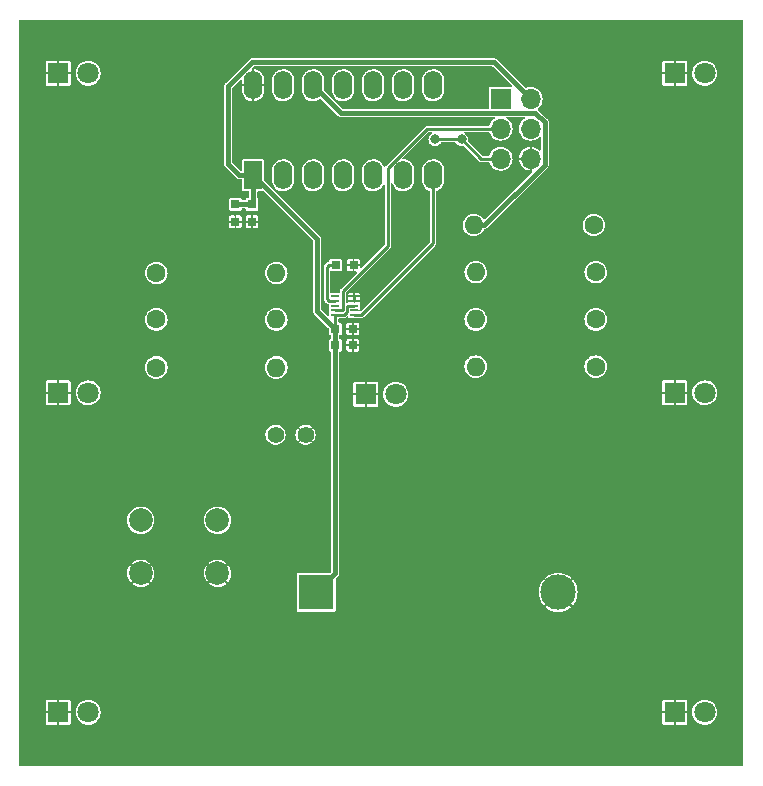
<source format=gbr>
G04 #@! TF.GenerationSoftware,KiCad,Pcbnew,(6.0.1-0)*
G04 #@! TF.CreationDate,2022-09-26T15:25:48+02:00*
G04 #@! TF.ProjectId,avrCubeRev2,61767243-7562-4655-9265-76322e6b6963,rev?*
G04 #@! TF.SameCoordinates,Original*
G04 #@! TF.FileFunction,Copper,L2,Bot*
G04 #@! TF.FilePolarity,Positive*
%FSLAX46Y46*%
G04 Gerber Fmt 4.6, Leading zero omitted, Abs format (unit mm)*
G04 Created by KiCad (PCBNEW (6.0.1-0)) date 2022-09-26 15:25:48*
%MOMM*%
%LPD*%
G01*
G04 APERTURE LIST*
G04 #@! TA.AperFunction,ComponentPad*
%ADD10R,1.800000X1.800000*%
G04 #@! TD*
G04 #@! TA.AperFunction,ComponentPad*
%ADD11C,1.800000*%
G04 #@! TD*
G04 #@! TA.AperFunction,ComponentPad*
%ADD12C,1.600000*%
G04 #@! TD*
G04 #@! TA.AperFunction,ComponentPad*
%ADD13O,1.600000X1.600000*%
G04 #@! TD*
G04 #@! TA.AperFunction,ComponentPad*
%ADD14C,2.000000*%
G04 #@! TD*
G04 #@! TA.AperFunction,ComponentPad*
%ADD15R,1.700000X1.700000*%
G04 #@! TD*
G04 #@! TA.AperFunction,ComponentPad*
%ADD16O,1.700000X1.700000*%
G04 #@! TD*
G04 #@! TA.AperFunction,ComponentPad*
%ADD17R,1.600000X2.400000*%
G04 #@! TD*
G04 #@! TA.AperFunction,ComponentPad*
%ADD18O,1.600000X2.400000*%
G04 #@! TD*
G04 #@! TA.AperFunction,ComponentPad*
%ADD19R,3.000000X3.000000*%
G04 #@! TD*
G04 #@! TA.AperFunction,ComponentPad*
%ADD20C,3.000000*%
G04 #@! TD*
G04 #@! TA.AperFunction,ComponentPad*
%ADD21C,1.400000*%
G04 #@! TD*
G04 #@! TA.AperFunction,SMDPad,CuDef*
%ADD22R,0.750000X0.800000*%
G04 #@! TD*
G04 #@! TA.AperFunction,SMDPad,CuDef*
%ADD23R,0.800000X0.750000*%
G04 #@! TD*
G04 #@! TA.AperFunction,SMDPad,CuDef*
%ADD24R,0.700000X0.250000*%
G04 #@! TD*
G04 #@! TA.AperFunction,ViaPad*
%ADD25C,0.800000*%
G04 #@! TD*
G04 #@! TA.AperFunction,Conductor*
%ADD26C,0.215900*%
G04 #@! TD*
G04 #@! TA.AperFunction,Conductor*
%ADD27C,0.381000*%
G04 #@! TD*
G04 APERTURE END LIST*
D10*
X53594000Y-65659000D03*
D11*
X56134000Y-65659000D03*
D10*
X105791000Y-65659000D03*
D11*
X108331000Y-65659000D03*
D10*
X105791000Y-92710000D03*
D11*
X108331000Y-92710000D03*
D10*
X105791000Y-119761000D03*
D11*
X108331000Y-119761000D03*
D12*
X61900000Y-82572000D03*
D13*
X72060000Y-82572000D03*
D12*
X98958000Y-78500000D03*
D13*
X88798000Y-78500000D03*
D12*
X61900000Y-86500000D03*
D13*
X72060000Y-86500000D03*
D12*
X99100000Y-86500000D03*
D13*
X88940000Y-86500000D03*
D12*
X61900000Y-90572000D03*
D13*
X72060000Y-90572000D03*
D12*
X99100000Y-90500000D03*
D13*
X88940000Y-90500000D03*
D14*
X67079000Y-103505000D03*
X60579000Y-103505000D03*
X60579000Y-108005000D03*
X67079000Y-108005000D03*
D15*
X91059000Y-67818000D03*
D16*
X93599000Y-67818000D03*
X91059000Y-70358000D03*
X93599000Y-70358000D03*
X91059000Y-72898000D03*
X93599000Y-72898000D03*
D17*
X70104000Y-74295000D03*
D18*
X72644000Y-74295000D03*
X75184000Y-74295000D03*
X77724000Y-74295000D03*
X80264000Y-74295000D03*
X82804000Y-74295000D03*
X85344000Y-74295000D03*
X85344000Y-66675000D03*
X82804000Y-66675000D03*
X80264000Y-66675000D03*
X77724000Y-66675000D03*
X75184000Y-66675000D03*
X72644000Y-66675000D03*
X70104000Y-66675000D03*
D10*
X53594000Y-119761000D03*
D11*
X56134000Y-119761000D03*
D19*
X75438000Y-109601000D03*
D20*
X95928000Y-109601000D03*
D12*
X99100000Y-82500000D03*
D13*
X88940000Y-82500000D03*
D10*
X79629000Y-92837000D03*
D11*
X82169000Y-92837000D03*
D10*
X53594000Y-92710000D03*
D11*
X56134000Y-92710000D03*
D21*
X72000000Y-96250000D03*
X74540000Y-96250000D03*
D22*
X68603000Y-76750000D03*
X68603000Y-78250000D03*
X70000000Y-76750000D03*
X70000000Y-78250000D03*
D23*
X77050000Y-87300000D03*
X78550000Y-87300000D03*
X77050000Y-88697000D03*
X78550000Y-88697000D03*
D24*
X77051000Y-86144000D03*
X77051000Y-85744000D03*
X77051000Y-85344000D03*
X77051000Y-84944000D03*
X77051000Y-84544000D03*
X78651000Y-84544000D03*
X78651000Y-84944000D03*
X78651000Y-85344000D03*
X78651000Y-85744000D03*
X78651000Y-86144000D03*
D23*
X77101000Y-81915000D03*
X78601000Y-81915000D03*
D25*
X87750000Y-71250000D03*
X85500000Y-71250000D03*
D26*
X70000000Y-79000000D02*
X68603000Y-79000000D01*
X78651000Y-84944000D02*
X78651000Y-84544000D01*
X78061078Y-85344000D02*
X78043539Y-85361539D01*
D27*
X67991499Y-73363499D02*
X67991499Y-66774577D01*
D26*
X78043539Y-85858164D02*
X77757703Y-86144000D01*
D27*
X70104000Y-74295000D02*
X70104000Y-76543000D01*
X77050000Y-88697000D02*
X77050000Y-107989000D01*
X70000000Y-76750000D02*
X68603000Y-76750000D01*
D26*
X77757703Y-86144000D02*
X77051000Y-86144000D01*
X78043539Y-85361539D02*
X78043539Y-85858164D01*
D27*
X67991499Y-66774577D02*
X70031595Y-64734481D01*
X70031595Y-64734481D02*
X90515481Y-64734481D01*
D26*
X77051000Y-87299000D02*
X77050000Y-87300000D01*
X78651000Y-85344000D02*
X78061078Y-85344000D01*
D27*
X68923000Y-74295000D02*
X67991499Y-73363499D01*
X92749001Y-66968001D02*
X93599000Y-67818000D01*
X75513120Y-79704120D02*
X75513120Y-85763120D01*
X70104000Y-74295000D02*
X68923000Y-74295000D01*
X77050000Y-88697000D02*
X77050000Y-87300000D01*
X90515481Y-64734481D02*
X92749001Y-66968001D01*
D26*
X77051000Y-86144000D02*
X77051000Y-87299000D01*
D27*
X70104000Y-74295000D02*
X75513120Y-79704120D01*
X75513120Y-85763120D02*
X77050000Y-87300000D01*
X77050000Y-107989000D02*
X75438000Y-109601000D01*
D26*
X76327000Y-84785900D02*
X76485100Y-84944000D01*
X77101000Y-81915000D02*
X76485100Y-81915000D01*
X76327000Y-82073100D02*
X76327000Y-84785900D01*
X76485100Y-84944000D02*
X77051000Y-84944000D01*
X76485100Y-81915000D02*
X76327000Y-82073100D01*
D27*
X77517011Y-69008011D02*
X94000000Y-69008011D01*
X94789011Y-69797022D02*
X94789011Y-73390920D01*
X89679931Y-78500000D02*
X88798000Y-78500000D01*
X94789011Y-73390920D02*
X89679931Y-78500000D01*
X75184000Y-66675000D02*
X77517011Y-69008011D01*
X94000000Y-69008011D02*
X94789011Y-69797022D01*
D26*
X77640922Y-85744000D02*
X77678119Y-85706803D01*
X84845512Y-70358000D02*
X91059000Y-70358000D01*
X77051000Y-85744000D02*
X77640922Y-85744000D01*
X81500000Y-80305922D02*
X81500000Y-73703512D01*
X77678119Y-85706803D02*
X77678119Y-84127803D01*
X81500000Y-73703512D02*
X84845512Y-70358000D01*
X77678119Y-84127803D02*
X81500000Y-80305922D01*
X78651000Y-86144000D02*
X79240922Y-86144000D01*
X85344000Y-80040922D02*
X85344000Y-74295000D01*
X79240922Y-86144000D02*
X85344000Y-80040922D01*
X87750000Y-71250000D02*
X85500000Y-71250000D01*
X89398000Y-72898000D02*
X91059000Y-72898000D01*
X87750000Y-71250000D02*
X89398000Y-72898000D01*
G04 #@! TA.AperFunction,Conductor*
G36*
X111583566Y-61127313D02*
G01*
X111608876Y-61171150D01*
X111610000Y-61184000D01*
X111610000Y-124236000D01*
X111592687Y-124283566D01*
X111548850Y-124308876D01*
X111536000Y-124310000D01*
X50389000Y-124310000D01*
X50341434Y-124292687D01*
X50316124Y-124248850D01*
X50315000Y-124236000D01*
X50315000Y-120672133D01*
X52544001Y-120672133D01*
X52544712Y-120679347D01*
X52551281Y-120712378D01*
X52556752Y-120725587D01*
X52581807Y-120763084D01*
X52591916Y-120773193D01*
X52629415Y-120798249D01*
X52642620Y-120803719D01*
X52675655Y-120810290D01*
X52682865Y-120811000D01*
X53505952Y-120811000D01*
X53515948Y-120807362D01*
X53519000Y-120802075D01*
X53519000Y-120797951D01*
X53669000Y-120797951D01*
X53672638Y-120807947D01*
X53677925Y-120810999D01*
X54505133Y-120810999D01*
X54512347Y-120810288D01*
X54545378Y-120803719D01*
X54558587Y-120798248D01*
X54596084Y-120773193D01*
X54606193Y-120763084D01*
X54631249Y-120725585D01*
X54636719Y-120712380D01*
X54643290Y-120679345D01*
X54644000Y-120672135D01*
X54644000Y-119849048D01*
X54640362Y-119839052D01*
X54635075Y-119836000D01*
X53682048Y-119836000D01*
X53672052Y-119839638D01*
X53669000Y-119844925D01*
X53669000Y-120797951D01*
X53519000Y-120797951D01*
X53519000Y-119849048D01*
X53515362Y-119839052D01*
X53510075Y-119836000D01*
X52557049Y-119836000D01*
X52547053Y-119839638D01*
X52544001Y-119844925D01*
X52544001Y-120672133D01*
X50315000Y-120672133D01*
X50315000Y-119746262D01*
X55078520Y-119746262D01*
X55078823Y-119749871D01*
X55078823Y-119749873D01*
X55086312Y-119839052D01*
X55095759Y-119951553D01*
X55152544Y-120149586D01*
X55154196Y-120152800D01*
X55154197Y-120152803D01*
X55175106Y-120193487D01*
X55246712Y-120332818D01*
X55374677Y-120494270D01*
X55377430Y-120496613D01*
X55377433Y-120496616D01*
X55408062Y-120522683D01*
X55531564Y-120627791D01*
X55578266Y-120653892D01*
X55708239Y-120726532D01*
X55708243Y-120726534D01*
X55711398Y-120728297D01*
X55714834Y-120729414D01*
X55714840Y-120729416D01*
X55818461Y-120763084D01*
X55907329Y-120791959D01*
X55971176Y-120799572D01*
X56108294Y-120815922D01*
X56108297Y-120815922D01*
X56111894Y-120816351D01*
X56181450Y-120810999D01*
X56313689Y-120800824D01*
X56313691Y-120800824D01*
X56317300Y-120800546D01*
X56515725Y-120745145D01*
X56546863Y-120729416D01*
X56660265Y-120672133D01*
X104741001Y-120672133D01*
X104741712Y-120679347D01*
X104748281Y-120712378D01*
X104753752Y-120725587D01*
X104778807Y-120763084D01*
X104788916Y-120773193D01*
X104826415Y-120798249D01*
X104839620Y-120803719D01*
X104872655Y-120810290D01*
X104879865Y-120811000D01*
X105702952Y-120811000D01*
X105712948Y-120807362D01*
X105716000Y-120802075D01*
X105716000Y-120797951D01*
X105866000Y-120797951D01*
X105869638Y-120807947D01*
X105874925Y-120810999D01*
X106702133Y-120810999D01*
X106709347Y-120810288D01*
X106742378Y-120803719D01*
X106755587Y-120798248D01*
X106793084Y-120773193D01*
X106803193Y-120763084D01*
X106828249Y-120725585D01*
X106833719Y-120712380D01*
X106840290Y-120679345D01*
X106841000Y-120672135D01*
X106841000Y-119849048D01*
X106837362Y-119839052D01*
X106832075Y-119836000D01*
X105879048Y-119836000D01*
X105869052Y-119839638D01*
X105866000Y-119844925D01*
X105866000Y-120797951D01*
X105716000Y-120797951D01*
X105716000Y-119849048D01*
X105712362Y-119839052D01*
X105707075Y-119836000D01*
X104754049Y-119836000D01*
X104744053Y-119839638D01*
X104741001Y-119844925D01*
X104741001Y-120672133D01*
X56660265Y-120672133D01*
X56696376Y-120653892D01*
X56696379Y-120653890D01*
X56699610Y-120652258D01*
X56861951Y-120525424D01*
X56996564Y-120369472D01*
X56998347Y-120366333D01*
X56998350Y-120366329D01*
X57047443Y-120279908D01*
X57098323Y-120190344D01*
X57110812Y-120152803D01*
X57162208Y-119998299D01*
X57163351Y-119994863D01*
X57168823Y-119951553D01*
X57188913Y-119792519D01*
X57188913Y-119792513D01*
X57189171Y-119790474D01*
X57189583Y-119761000D01*
X57188138Y-119746262D01*
X107275520Y-119746262D01*
X107275823Y-119749871D01*
X107275823Y-119749873D01*
X107283312Y-119839052D01*
X107292759Y-119951553D01*
X107349544Y-120149586D01*
X107351196Y-120152800D01*
X107351197Y-120152803D01*
X107372106Y-120193487D01*
X107443712Y-120332818D01*
X107571677Y-120494270D01*
X107574430Y-120496613D01*
X107574433Y-120496616D01*
X107605062Y-120522683D01*
X107728564Y-120627791D01*
X107775266Y-120653892D01*
X107905239Y-120726532D01*
X107905243Y-120726534D01*
X107908398Y-120728297D01*
X107911834Y-120729414D01*
X107911840Y-120729416D01*
X108015461Y-120763084D01*
X108104329Y-120791959D01*
X108168176Y-120799572D01*
X108305294Y-120815922D01*
X108305297Y-120815922D01*
X108308894Y-120816351D01*
X108378450Y-120810999D01*
X108510689Y-120800824D01*
X108510691Y-120800824D01*
X108514300Y-120800546D01*
X108712725Y-120745145D01*
X108743863Y-120729416D01*
X108893376Y-120653892D01*
X108893379Y-120653890D01*
X108896610Y-120652258D01*
X109058951Y-120525424D01*
X109193564Y-120369472D01*
X109195347Y-120366333D01*
X109195350Y-120366329D01*
X109244443Y-120279908D01*
X109295323Y-120190344D01*
X109307812Y-120152803D01*
X109359208Y-119998299D01*
X109360351Y-119994863D01*
X109365823Y-119951553D01*
X109385913Y-119792519D01*
X109385913Y-119792513D01*
X109386171Y-119790474D01*
X109386583Y-119761000D01*
X109379230Y-119686000D01*
X109366833Y-119559570D01*
X109366480Y-119555970D01*
X109306935Y-119358749D01*
X109210218Y-119176849D01*
X109080011Y-119017200D01*
X108921275Y-118885882D01*
X108910384Y-118879993D01*
X108743238Y-118789618D01*
X108740055Y-118787897D01*
X108736605Y-118786829D01*
X108736600Y-118786827D01*
X108611996Y-118748256D01*
X108543254Y-118726977D01*
X108338369Y-118705443D01*
X108334765Y-118705771D01*
X108334764Y-118705771D01*
X108334215Y-118705821D01*
X108133203Y-118724114D01*
X108084247Y-118738522D01*
X107939043Y-118781258D01*
X107939039Y-118781260D01*
X107935572Y-118782280D01*
X107883276Y-118809620D01*
X107756209Y-118876049D01*
X107756206Y-118876051D01*
X107753002Y-118877726D01*
X107750184Y-118879992D01*
X107750182Y-118879993D01*
X107595266Y-119004548D01*
X107595263Y-119004551D01*
X107592447Y-119006815D01*
X107590121Y-119009587D01*
X107590119Y-119009589D01*
X107462351Y-119161856D01*
X107462348Y-119161860D01*
X107460024Y-119164630D01*
X107360776Y-119345162D01*
X107298484Y-119541532D01*
X107298081Y-119545123D01*
X107298081Y-119545124D01*
X107296461Y-119559570D01*
X107275520Y-119746262D01*
X57188138Y-119746262D01*
X57182230Y-119686000D01*
X57180951Y-119672952D01*
X104741000Y-119672952D01*
X104744638Y-119682948D01*
X104749925Y-119686000D01*
X105702952Y-119686000D01*
X105712948Y-119682362D01*
X105716000Y-119677075D01*
X105716000Y-119672952D01*
X105866000Y-119672952D01*
X105869638Y-119682948D01*
X105874925Y-119686000D01*
X106827951Y-119686000D01*
X106837947Y-119682362D01*
X106840999Y-119677075D01*
X106840999Y-118849867D01*
X106840288Y-118842653D01*
X106833719Y-118809622D01*
X106828248Y-118796413D01*
X106803193Y-118758916D01*
X106793084Y-118748807D01*
X106755585Y-118723751D01*
X106742380Y-118718281D01*
X106709345Y-118711710D01*
X106702135Y-118711000D01*
X105879048Y-118711000D01*
X105869052Y-118714638D01*
X105866000Y-118719925D01*
X105866000Y-119672952D01*
X105716000Y-119672952D01*
X105716000Y-118724049D01*
X105712362Y-118714053D01*
X105707075Y-118711001D01*
X104879867Y-118711001D01*
X104872653Y-118711712D01*
X104839622Y-118718281D01*
X104826413Y-118723752D01*
X104788916Y-118748807D01*
X104778807Y-118758916D01*
X104753751Y-118796415D01*
X104748281Y-118809620D01*
X104741710Y-118842655D01*
X104741000Y-118849865D01*
X104741000Y-119672952D01*
X57180951Y-119672952D01*
X57169833Y-119559570D01*
X57169480Y-119555970D01*
X57109935Y-119358749D01*
X57013218Y-119176849D01*
X56883011Y-119017200D01*
X56724275Y-118885882D01*
X56713384Y-118879993D01*
X56546238Y-118789618D01*
X56543055Y-118787897D01*
X56539605Y-118786829D01*
X56539600Y-118786827D01*
X56414996Y-118748256D01*
X56346254Y-118726977D01*
X56141369Y-118705443D01*
X56137765Y-118705771D01*
X56137764Y-118705771D01*
X56137215Y-118705821D01*
X55936203Y-118724114D01*
X55887247Y-118738522D01*
X55742043Y-118781258D01*
X55742039Y-118781260D01*
X55738572Y-118782280D01*
X55686276Y-118809620D01*
X55559209Y-118876049D01*
X55559206Y-118876051D01*
X55556002Y-118877726D01*
X55553184Y-118879992D01*
X55553182Y-118879993D01*
X55398266Y-119004548D01*
X55398263Y-119004551D01*
X55395447Y-119006815D01*
X55393121Y-119009587D01*
X55393119Y-119009589D01*
X55265351Y-119161856D01*
X55265348Y-119161860D01*
X55263024Y-119164630D01*
X55163776Y-119345162D01*
X55101484Y-119541532D01*
X55101081Y-119545123D01*
X55101081Y-119545124D01*
X55099461Y-119559570D01*
X55078520Y-119746262D01*
X50315000Y-119746262D01*
X50315000Y-119672952D01*
X52544000Y-119672952D01*
X52547638Y-119682948D01*
X52552925Y-119686000D01*
X53505952Y-119686000D01*
X53515948Y-119682362D01*
X53519000Y-119677075D01*
X53519000Y-119672952D01*
X53669000Y-119672952D01*
X53672638Y-119682948D01*
X53677925Y-119686000D01*
X54630951Y-119686000D01*
X54640947Y-119682362D01*
X54643999Y-119677075D01*
X54643999Y-118849867D01*
X54643288Y-118842653D01*
X54636719Y-118809622D01*
X54631248Y-118796413D01*
X54606193Y-118758916D01*
X54596084Y-118748807D01*
X54558585Y-118723751D01*
X54545380Y-118718281D01*
X54512345Y-118711710D01*
X54505135Y-118711000D01*
X53682048Y-118711000D01*
X53672052Y-118714638D01*
X53669000Y-118719925D01*
X53669000Y-119672952D01*
X53519000Y-119672952D01*
X53519000Y-118724049D01*
X53515362Y-118714053D01*
X53510075Y-118711001D01*
X52682867Y-118711001D01*
X52675653Y-118711712D01*
X52642622Y-118718281D01*
X52629413Y-118723752D01*
X52591916Y-118748807D01*
X52581807Y-118758916D01*
X52556751Y-118796415D01*
X52551281Y-118809620D01*
X52544710Y-118842655D01*
X52544000Y-118849865D01*
X52544000Y-119672952D01*
X50315000Y-119672952D01*
X50315000Y-108871052D01*
X59824158Y-108871052D01*
X59825680Y-108876730D01*
X59849749Y-108900178D01*
X59855004Y-108904434D01*
X60025095Y-109018085D01*
X60031032Y-109021309D01*
X60218992Y-109102062D01*
X60225421Y-109104151D01*
X60424936Y-109149296D01*
X60431647Y-109150179D01*
X60636049Y-109158211D01*
X60642808Y-109157856D01*
X60845254Y-109128503D01*
X60851822Y-109126926D01*
X61045543Y-109061167D01*
X61051707Y-109058423D01*
X61230196Y-108958465D01*
X61235772Y-108954632D01*
X61327719Y-108878161D01*
X61331864Y-108871052D01*
X66324158Y-108871052D01*
X66325680Y-108876730D01*
X66349749Y-108900178D01*
X66355004Y-108904434D01*
X66525095Y-109018085D01*
X66531032Y-109021309D01*
X66718992Y-109102062D01*
X66725421Y-109104151D01*
X66924936Y-109149296D01*
X66931647Y-109150179D01*
X67136049Y-109158211D01*
X67142808Y-109157856D01*
X67345254Y-109128503D01*
X67351822Y-109126926D01*
X67545543Y-109061167D01*
X67551707Y-109058423D01*
X67730196Y-108958465D01*
X67735772Y-108954632D01*
X67827719Y-108878161D01*
X67833078Y-108868971D01*
X67832284Y-108864350D01*
X67088226Y-108120292D01*
X67078587Y-108115797D01*
X67072688Y-108117378D01*
X66328653Y-108861413D01*
X66324158Y-108871052D01*
X61331864Y-108871052D01*
X61333078Y-108868971D01*
X61332284Y-108864350D01*
X60588226Y-108120292D01*
X60578587Y-108115797D01*
X60572688Y-108117378D01*
X59828653Y-108861413D01*
X59824158Y-108871052D01*
X50315000Y-108871052D01*
X50315000Y-107978155D01*
X59424691Y-107978155D01*
X59438071Y-108182293D01*
X59439126Y-108188953D01*
X59489482Y-108387232D01*
X59491738Y-108393603D01*
X59577385Y-108579386D01*
X59580762Y-108585233D01*
X59698829Y-108752294D01*
X59702788Y-108756929D01*
X59712325Y-108761225D01*
X59718431Y-108759503D01*
X60463708Y-108014226D01*
X60467818Y-108005413D01*
X60689797Y-108005413D01*
X60691378Y-108011312D01*
X61434591Y-108754525D01*
X61444230Y-108759020D01*
X61448762Y-108757805D01*
X61528632Y-108661772D01*
X61532465Y-108656196D01*
X61632423Y-108477707D01*
X61635167Y-108471543D01*
X61700926Y-108277822D01*
X61702503Y-108271254D01*
X61732031Y-108067606D01*
X61732401Y-108063265D01*
X61733870Y-108007166D01*
X61733729Y-108002842D01*
X61731461Y-107978155D01*
X65924691Y-107978155D01*
X65938071Y-108182293D01*
X65939126Y-108188953D01*
X65989482Y-108387232D01*
X65991738Y-108393603D01*
X66077385Y-108579386D01*
X66080762Y-108585233D01*
X66198829Y-108752294D01*
X66202788Y-108756929D01*
X66212325Y-108761225D01*
X66218431Y-108759503D01*
X66963708Y-108014226D01*
X66967818Y-108005413D01*
X67189797Y-108005413D01*
X67191378Y-108011312D01*
X67934591Y-108754525D01*
X67944230Y-108759020D01*
X67948762Y-108757805D01*
X68028632Y-108661772D01*
X68032465Y-108656196D01*
X68132423Y-108477707D01*
X68135167Y-108471543D01*
X68200926Y-108277822D01*
X68202503Y-108271254D01*
X68232031Y-108067606D01*
X68232401Y-108063265D01*
X68233870Y-108007166D01*
X68233729Y-108002842D01*
X68214898Y-107797908D01*
X68213668Y-107791267D01*
X68158138Y-107594376D01*
X68155716Y-107588068D01*
X68065235Y-107404591D01*
X68061710Y-107398837D01*
X67953885Y-107254443D01*
X67944990Y-107248611D01*
X67940980Y-107249086D01*
X67194292Y-107995774D01*
X67189797Y-108005413D01*
X66967818Y-108005413D01*
X66968203Y-108004587D01*
X66966622Y-107998688D01*
X66222563Y-107254629D01*
X66212924Y-107250134D01*
X66208719Y-107251261D01*
X66112501Y-107373313D01*
X66108815Y-107378989D01*
X66013571Y-107560017D01*
X66010978Y-107566280D01*
X65950317Y-107761637D01*
X65948913Y-107768243D01*
X65924868Y-107971395D01*
X65924691Y-107978155D01*
X61731461Y-107978155D01*
X61714898Y-107797908D01*
X61713668Y-107791267D01*
X61658138Y-107594376D01*
X61655716Y-107588068D01*
X61565235Y-107404591D01*
X61561710Y-107398837D01*
X61453885Y-107254443D01*
X61444990Y-107248611D01*
X61440980Y-107249086D01*
X60694292Y-107995774D01*
X60689797Y-108005413D01*
X60467818Y-108005413D01*
X60468203Y-108004587D01*
X60466622Y-107998688D01*
X59722563Y-107254629D01*
X59712924Y-107250134D01*
X59708719Y-107251261D01*
X59612501Y-107373313D01*
X59608815Y-107378989D01*
X59513571Y-107560017D01*
X59510978Y-107566280D01*
X59450317Y-107761637D01*
X59448913Y-107768243D01*
X59424868Y-107971395D01*
X59424691Y-107978155D01*
X50315000Y-107978155D01*
X50315000Y-107141190D01*
X59825226Y-107141190D01*
X59826212Y-107146146D01*
X60569774Y-107889708D01*
X60579413Y-107894203D01*
X60585312Y-107892622D01*
X61328515Y-107149419D01*
X61332352Y-107141190D01*
X66325226Y-107141190D01*
X66326212Y-107146146D01*
X67069774Y-107889708D01*
X67079413Y-107894203D01*
X67085312Y-107892622D01*
X67828515Y-107149419D01*
X67833010Y-107139780D01*
X67831599Y-107134515D01*
X67784570Y-107091041D01*
X67779201Y-107086922D01*
X67606195Y-106977763D01*
X67600175Y-106974696D01*
X67410171Y-106898891D01*
X67403686Y-106896971D01*
X67203047Y-106857061D01*
X67196337Y-106856356D01*
X66991778Y-106853677D01*
X66985038Y-106854208D01*
X66783431Y-106888851D01*
X66776896Y-106890602D01*
X66584972Y-106961407D01*
X66578878Y-106964313D01*
X66403063Y-107068912D01*
X66397603Y-107072878D01*
X66330343Y-107131864D01*
X66325226Y-107141190D01*
X61332352Y-107141190D01*
X61333010Y-107139780D01*
X61331599Y-107134515D01*
X61284570Y-107091041D01*
X61279201Y-107086922D01*
X61106195Y-106977763D01*
X61100175Y-106974696D01*
X60910171Y-106898891D01*
X60903686Y-106896971D01*
X60703047Y-106857061D01*
X60696337Y-106856356D01*
X60491778Y-106853677D01*
X60485038Y-106854208D01*
X60283431Y-106888851D01*
X60276896Y-106890602D01*
X60084972Y-106961407D01*
X60078878Y-106964313D01*
X59903063Y-107068912D01*
X59897603Y-107072878D01*
X59830343Y-107131864D01*
X59825226Y-107141190D01*
X50315000Y-107141190D01*
X50315000Y-103474754D01*
X59423967Y-103474754D01*
X59437796Y-103685749D01*
X59489845Y-103890690D01*
X59491261Y-103893762D01*
X59491263Y-103893767D01*
X59530055Y-103977913D01*
X59578369Y-104082714D01*
X59580327Y-104085484D01*
X59698446Y-104252620D01*
X59698450Y-104252624D01*
X59700405Y-104255391D01*
X59702830Y-104257753D01*
X59702834Y-104257758D01*
X59766110Y-104319398D01*
X59851865Y-104402937D01*
X59854683Y-104404820D01*
X59854688Y-104404824D01*
X59935586Y-104458878D01*
X60027677Y-104520411D01*
X60030791Y-104521749D01*
X60030793Y-104521750D01*
X60117219Y-104558881D01*
X60221953Y-104603878D01*
X60428186Y-104650544D01*
X60533828Y-104654695D01*
X60636075Y-104658713D01*
X60636079Y-104658713D01*
X60639470Y-104658846D01*
X60705075Y-104649333D01*
X60845368Y-104628992D01*
X60845373Y-104628991D01*
X60848730Y-104628504D01*
X61048955Y-104560537D01*
X61051908Y-104558883D01*
X61051913Y-104558881D01*
X61230480Y-104458878D01*
X61230482Y-104458877D01*
X61233442Y-104457219D01*
X61396012Y-104322012D01*
X61531219Y-104159442D01*
X61575912Y-104079637D01*
X61632881Y-103977913D01*
X61632883Y-103977908D01*
X61634537Y-103974955D01*
X61702504Y-103774730D01*
X61702991Y-103771373D01*
X61702992Y-103771368D01*
X61732533Y-103567629D01*
X61732533Y-103567628D01*
X61732846Y-103565470D01*
X61734429Y-103505000D01*
X61731650Y-103474754D01*
X65923967Y-103474754D01*
X65937796Y-103685749D01*
X65989845Y-103890690D01*
X65991261Y-103893762D01*
X65991263Y-103893767D01*
X66030055Y-103977913D01*
X66078369Y-104082714D01*
X66080327Y-104085484D01*
X66198446Y-104252620D01*
X66198450Y-104252624D01*
X66200405Y-104255391D01*
X66202830Y-104257753D01*
X66202834Y-104257758D01*
X66266110Y-104319398D01*
X66351865Y-104402937D01*
X66354683Y-104404820D01*
X66354688Y-104404824D01*
X66435586Y-104458878D01*
X66527677Y-104520411D01*
X66530791Y-104521749D01*
X66530793Y-104521750D01*
X66617219Y-104558881D01*
X66721953Y-104603878D01*
X66928186Y-104650544D01*
X67033828Y-104654695D01*
X67136075Y-104658713D01*
X67136079Y-104658713D01*
X67139470Y-104658846D01*
X67205075Y-104649333D01*
X67345368Y-104628992D01*
X67345373Y-104628991D01*
X67348730Y-104628504D01*
X67548955Y-104560537D01*
X67551908Y-104558883D01*
X67551913Y-104558881D01*
X67730480Y-104458878D01*
X67730482Y-104458877D01*
X67733442Y-104457219D01*
X67896012Y-104322012D01*
X68031219Y-104159442D01*
X68075912Y-104079637D01*
X68132881Y-103977913D01*
X68132883Y-103977908D01*
X68134537Y-103974955D01*
X68202504Y-103774730D01*
X68202991Y-103771373D01*
X68202992Y-103771368D01*
X68232533Y-103567629D01*
X68232533Y-103567628D01*
X68232846Y-103565470D01*
X68234429Y-103505000D01*
X68231340Y-103471381D01*
X68215392Y-103297819D01*
X68215391Y-103297814D01*
X68215081Y-103294440D01*
X68205801Y-103261533D01*
X68158605Y-103094191D01*
X68157686Y-103090931D01*
X68064165Y-102901290D01*
X68047300Y-102878704D01*
X67939683Y-102734588D01*
X67939682Y-102734587D01*
X67937651Y-102731867D01*
X67878306Y-102677010D01*
X67784873Y-102590640D01*
X67784869Y-102590637D01*
X67782381Y-102588337D01*
X67603554Y-102475505D01*
X67600412Y-102474251D01*
X67600409Y-102474250D01*
X67410314Y-102398410D01*
X67410311Y-102398409D01*
X67407160Y-102397152D01*
X67250791Y-102366049D01*
X67203099Y-102356562D01*
X67203097Y-102356562D01*
X67199775Y-102355901D01*
X67106571Y-102354681D01*
X66991739Y-102353177D01*
X66991734Y-102353177D01*
X66988346Y-102353133D01*
X66985000Y-102353708D01*
X66984999Y-102353708D01*
X66968390Y-102356562D01*
X66779953Y-102388941D01*
X66581575Y-102462127D01*
X66399856Y-102570238D01*
X66397312Y-102572469D01*
X66397308Y-102572472D01*
X66310282Y-102648792D01*
X66240881Y-102709655D01*
X66238784Y-102712314D01*
X66238783Y-102712316D01*
X66221226Y-102734588D01*
X66109976Y-102875708D01*
X66011523Y-103062836D01*
X65948820Y-103264773D01*
X65923967Y-103474754D01*
X61731650Y-103474754D01*
X61731340Y-103471381D01*
X61715392Y-103297819D01*
X61715391Y-103297814D01*
X61715081Y-103294440D01*
X61705801Y-103261533D01*
X61658605Y-103094191D01*
X61657686Y-103090931D01*
X61564165Y-102901290D01*
X61547300Y-102878704D01*
X61439683Y-102734588D01*
X61439682Y-102734587D01*
X61437651Y-102731867D01*
X61378306Y-102677010D01*
X61284873Y-102590640D01*
X61284869Y-102590637D01*
X61282381Y-102588337D01*
X61103554Y-102475505D01*
X61100412Y-102474251D01*
X61100409Y-102474250D01*
X60910314Y-102398410D01*
X60910311Y-102398409D01*
X60907160Y-102397152D01*
X60750791Y-102366049D01*
X60703099Y-102356562D01*
X60703097Y-102356562D01*
X60699775Y-102355901D01*
X60606571Y-102354681D01*
X60491739Y-102353177D01*
X60491734Y-102353177D01*
X60488346Y-102353133D01*
X60485000Y-102353708D01*
X60484999Y-102353708D01*
X60468390Y-102356562D01*
X60279953Y-102388941D01*
X60081575Y-102462127D01*
X59899856Y-102570238D01*
X59897312Y-102572469D01*
X59897308Y-102572472D01*
X59810282Y-102648792D01*
X59740881Y-102709655D01*
X59738784Y-102712314D01*
X59738783Y-102712316D01*
X59721226Y-102734588D01*
X59609976Y-102875708D01*
X59511523Y-103062836D01*
X59448820Y-103264773D01*
X59423967Y-103474754D01*
X50315000Y-103474754D01*
X50315000Y-96250000D01*
X71144815Y-96250000D01*
X71163503Y-96427803D01*
X71218750Y-96597835D01*
X71308141Y-96752665D01*
X71427770Y-96885526D01*
X71430908Y-96887806D01*
X71452618Y-96903579D01*
X71572407Y-96990612D01*
X71575958Y-96992193D01*
X71732183Y-97061749D01*
X71732188Y-97061750D01*
X71735733Y-97063329D01*
X71910609Y-97100500D01*
X72089391Y-97100500D01*
X72264267Y-97063329D01*
X72267812Y-97061750D01*
X72267817Y-97061749D01*
X72424042Y-96992193D01*
X72427593Y-96990612D01*
X72547383Y-96903579D01*
X73997631Y-96903579D01*
X73998638Y-96907335D01*
X74109522Y-96987897D01*
X74116201Y-96991753D01*
X74272344Y-97061273D01*
X74279684Y-97063658D01*
X74446864Y-97099193D01*
X74454543Y-97100000D01*
X74625457Y-97100000D01*
X74633136Y-97099193D01*
X74800316Y-97063658D01*
X74807656Y-97061273D01*
X74963799Y-96991753D01*
X74970478Y-96987897D01*
X75076542Y-96910837D01*
X75082492Y-96902016D01*
X75082085Y-96898151D01*
X74549226Y-96365292D01*
X74539587Y-96360797D01*
X74533688Y-96362378D01*
X74002126Y-96893940D01*
X73997631Y-96903579D01*
X72547383Y-96903579D01*
X72569092Y-96887806D01*
X72572230Y-96885526D01*
X72691859Y-96752665D01*
X72781250Y-96597835D01*
X72836497Y-96427803D01*
X72854780Y-96253853D01*
X73685723Y-96253853D01*
X73703590Y-96423847D01*
X73705193Y-96431384D01*
X73758010Y-96593940D01*
X73761148Y-96600988D01*
X73846608Y-96749008D01*
X73851146Y-96755254D01*
X73879149Y-96786355D01*
X73888543Y-96791350D01*
X73893675Y-96790259D01*
X74424708Y-96259226D01*
X74428818Y-96250413D01*
X74650797Y-96250413D01*
X74652378Y-96256312D01*
X75182893Y-96786827D01*
X75192532Y-96791322D01*
X75197603Y-96789963D01*
X75228854Y-96755254D01*
X75233392Y-96749008D01*
X75318852Y-96600988D01*
X75321990Y-96593940D01*
X75374807Y-96431384D01*
X75376410Y-96423847D01*
X75394277Y-96253853D01*
X75394277Y-96246147D01*
X75376410Y-96076153D01*
X75374807Y-96068616D01*
X75321990Y-95906060D01*
X75318852Y-95899012D01*
X75233392Y-95750992D01*
X75228854Y-95744746D01*
X75200851Y-95713645D01*
X75191457Y-95708650D01*
X75186325Y-95709741D01*
X74655292Y-96240774D01*
X74650797Y-96250413D01*
X74428818Y-96250413D01*
X74429203Y-96249587D01*
X74427622Y-96243688D01*
X73897107Y-95713173D01*
X73887468Y-95708678D01*
X73882397Y-95710037D01*
X73851146Y-95744746D01*
X73846608Y-95750992D01*
X73761148Y-95899012D01*
X73758010Y-95906060D01*
X73705193Y-96068616D01*
X73703590Y-96076153D01*
X73685723Y-96246147D01*
X73685723Y-96253853D01*
X72854780Y-96253853D01*
X72855185Y-96250000D01*
X72836497Y-96072197D01*
X72781250Y-95902165D01*
X72691859Y-95747335D01*
X72572230Y-95614474D01*
X72560649Y-95606060D01*
X72549534Y-95597984D01*
X73997508Y-95597984D01*
X73997915Y-95601849D01*
X74530774Y-96134708D01*
X74540413Y-96139203D01*
X74546312Y-96137622D01*
X75077874Y-95606060D01*
X75082369Y-95596421D01*
X75081362Y-95592665D01*
X74970478Y-95512103D01*
X74963799Y-95508247D01*
X74807656Y-95438727D01*
X74800316Y-95436342D01*
X74633136Y-95400807D01*
X74625457Y-95400000D01*
X74454543Y-95400000D01*
X74446864Y-95400807D01*
X74279684Y-95436342D01*
X74272344Y-95438727D01*
X74116201Y-95508247D01*
X74109522Y-95512103D01*
X74003458Y-95589163D01*
X73997508Y-95597984D01*
X72549534Y-95597984D01*
X72430737Y-95511672D01*
X72430735Y-95511671D01*
X72427593Y-95509388D01*
X72424042Y-95507807D01*
X72267817Y-95438251D01*
X72267811Y-95438249D01*
X72264267Y-95436671D01*
X72089391Y-95399500D01*
X71910609Y-95399500D01*
X71906813Y-95400307D01*
X71906812Y-95400307D01*
X71739528Y-95435864D01*
X71739525Y-95435865D01*
X71735733Y-95436671D01*
X71732191Y-95438248D01*
X71732188Y-95438249D01*
X71576203Y-95507698D01*
X71572408Y-95509388D01*
X71427770Y-95614474D01*
X71308141Y-95747335D01*
X71218750Y-95902165D01*
X71163503Y-96072197D01*
X71144815Y-96250000D01*
X50315000Y-96250000D01*
X50315000Y-93621133D01*
X52544001Y-93621133D01*
X52544712Y-93628347D01*
X52551281Y-93661378D01*
X52556752Y-93674587D01*
X52581807Y-93712084D01*
X52591916Y-93722193D01*
X52629415Y-93747249D01*
X52642620Y-93752719D01*
X52675655Y-93759290D01*
X52682865Y-93760000D01*
X53505952Y-93760000D01*
X53515948Y-93756362D01*
X53519000Y-93751075D01*
X53519000Y-93746951D01*
X53669000Y-93746951D01*
X53672638Y-93756947D01*
X53677925Y-93759999D01*
X54505133Y-93759999D01*
X54512347Y-93759288D01*
X54545378Y-93752719D01*
X54558587Y-93747248D01*
X54596084Y-93722193D01*
X54606193Y-93712084D01*
X54631249Y-93674585D01*
X54636719Y-93661380D01*
X54643290Y-93628345D01*
X54644000Y-93621135D01*
X54644000Y-92798048D01*
X54640362Y-92788052D01*
X54635075Y-92785000D01*
X53682048Y-92785000D01*
X53672052Y-92788638D01*
X53669000Y-92793925D01*
X53669000Y-93746951D01*
X53519000Y-93746951D01*
X53519000Y-92798048D01*
X53515362Y-92788052D01*
X53510075Y-92785000D01*
X52557049Y-92785000D01*
X52547053Y-92788638D01*
X52544001Y-92793925D01*
X52544001Y-93621133D01*
X50315000Y-93621133D01*
X50315000Y-92695262D01*
X55078520Y-92695262D01*
X55078823Y-92698871D01*
X55078823Y-92698873D01*
X55086312Y-92788052D01*
X55095759Y-92900553D01*
X55152544Y-93098586D01*
X55154196Y-93101800D01*
X55154197Y-93101803D01*
X55175106Y-93142487D01*
X55246712Y-93281818D01*
X55374677Y-93443270D01*
X55377430Y-93445613D01*
X55377433Y-93445616D01*
X55380481Y-93448210D01*
X55531564Y-93576791D01*
X55578266Y-93602892D01*
X55708239Y-93675532D01*
X55708243Y-93675534D01*
X55711398Y-93677297D01*
X55714834Y-93678414D01*
X55714840Y-93678416D01*
X55798376Y-93705558D01*
X55907329Y-93740959D01*
X55967494Y-93748133D01*
X56108294Y-93764922D01*
X56108297Y-93764922D01*
X56111894Y-93765351D01*
X56181450Y-93759999D01*
X56313689Y-93749824D01*
X56313691Y-93749824D01*
X56317300Y-93749546D01*
X56515725Y-93694145D01*
X56546863Y-93678416D01*
X56696376Y-93602892D01*
X56696379Y-93602890D01*
X56699610Y-93601258D01*
X56861951Y-93474424D01*
X56886817Y-93445616D01*
X56994201Y-93321210D01*
X56994203Y-93321208D01*
X56996564Y-93318472D01*
X56998347Y-93315333D01*
X56998350Y-93315329D01*
X57051307Y-93222107D01*
X57098323Y-93139344D01*
X57110812Y-93101803D01*
X57162208Y-92947299D01*
X57163351Y-92943863D01*
X57167377Y-92912000D01*
X57188913Y-92741519D01*
X57188913Y-92741513D01*
X57189171Y-92739474D01*
X57189583Y-92710000D01*
X57182230Y-92635000D01*
X57169833Y-92508570D01*
X57169480Y-92504970D01*
X57109935Y-92307749D01*
X57013218Y-92125849D01*
X56883011Y-91966200D01*
X56769642Y-91872413D01*
X56727070Y-91837194D01*
X56727069Y-91837193D01*
X56724275Y-91834882D01*
X56713384Y-91828993D01*
X56546238Y-91738618D01*
X56543055Y-91736897D01*
X56539605Y-91735829D01*
X56539600Y-91735827D01*
X56414996Y-91697256D01*
X56346254Y-91675977D01*
X56141369Y-91654443D01*
X56137765Y-91654771D01*
X56137764Y-91654771D01*
X56137215Y-91654821D01*
X55936203Y-91673114D01*
X55887247Y-91687522D01*
X55742043Y-91730258D01*
X55742039Y-91730260D01*
X55738572Y-91731280D01*
X55686276Y-91758620D01*
X55559209Y-91825049D01*
X55559206Y-91825051D01*
X55556002Y-91826726D01*
X55553184Y-91828992D01*
X55553182Y-91828993D01*
X55398266Y-91953548D01*
X55398263Y-91953551D01*
X55395447Y-91955815D01*
X55393121Y-91958587D01*
X55393119Y-91958589D01*
X55265351Y-92110856D01*
X55265348Y-92110860D01*
X55263024Y-92113630D01*
X55163776Y-92294162D01*
X55101484Y-92490532D01*
X55101081Y-92494123D01*
X55101081Y-92494124D01*
X55099461Y-92508570D01*
X55078520Y-92695262D01*
X50315000Y-92695262D01*
X50315000Y-92621952D01*
X52544000Y-92621952D01*
X52547638Y-92631948D01*
X52552925Y-92635000D01*
X53505952Y-92635000D01*
X53515948Y-92631362D01*
X53519000Y-92626075D01*
X53519000Y-92621952D01*
X53669000Y-92621952D01*
X53672638Y-92631948D01*
X53677925Y-92635000D01*
X54630951Y-92635000D01*
X54640947Y-92631362D01*
X54643999Y-92626075D01*
X54643999Y-91798867D01*
X54643288Y-91791653D01*
X54636719Y-91758622D01*
X54631248Y-91745413D01*
X54606193Y-91707916D01*
X54596084Y-91697807D01*
X54558585Y-91672751D01*
X54545380Y-91667281D01*
X54512345Y-91660710D01*
X54505135Y-91660000D01*
X53682048Y-91660000D01*
X53672052Y-91663638D01*
X53669000Y-91668925D01*
X53669000Y-92621952D01*
X53519000Y-92621952D01*
X53519000Y-91673049D01*
X53515362Y-91663053D01*
X53510075Y-91660001D01*
X52682867Y-91660001D01*
X52675653Y-91660712D01*
X52642622Y-91667281D01*
X52629413Y-91672752D01*
X52591916Y-91697807D01*
X52581807Y-91707916D01*
X52556751Y-91745415D01*
X52551281Y-91758620D01*
X52544710Y-91791655D01*
X52544000Y-91798865D01*
X52544000Y-92621952D01*
X50315000Y-92621952D01*
X50315000Y-90558665D01*
X60944994Y-90558665D01*
X60945297Y-90562274D01*
X60945297Y-90562276D01*
X60957837Y-90711601D01*
X60960592Y-90744414D01*
X61011971Y-90923595D01*
X61013624Y-90926811D01*
X61095520Y-91086164D01*
X61095523Y-91086169D01*
X61097176Y-91089385D01*
X61212959Y-91235468D01*
X61354912Y-91356279D01*
X61358074Y-91358046D01*
X61514468Y-91445452D01*
X61514472Y-91445454D01*
X61517627Y-91447217D01*
X61521063Y-91448334D01*
X61521069Y-91448336D01*
X61633313Y-91484806D01*
X61694907Y-91504819D01*
X61762399Y-91512867D01*
X61876398Y-91526461D01*
X61876401Y-91526461D01*
X61879998Y-91526890D01*
X61939440Y-91522316D01*
X62062240Y-91512867D01*
X62062241Y-91512867D01*
X62065851Y-91512589D01*
X62245387Y-91462462D01*
X62260377Y-91454890D01*
X62408534Y-91380051D01*
X62408537Y-91380049D01*
X62411768Y-91378417D01*
X62558655Y-91263656D01*
X62680454Y-91122550D01*
X62682237Y-91119411D01*
X62682240Y-91119407D01*
X62742026Y-91014164D01*
X62772526Y-90960474D01*
X62773668Y-90957042D01*
X62830221Y-90787038D01*
X62830222Y-90787035D01*
X62831364Y-90783601D01*
X62854727Y-90598668D01*
X62855099Y-90572000D01*
X62853792Y-90558665D01*
X71104994Y-90558665D01*
X71105297Y-90562274D01*
X71105297Y-90562276D01*
X71117837Y-90711601D01*
X71120592Y-90744414D01*
X71171971Y-90923595D01*
X71173624Y-90926811D01*
X71255520Y-91086164D01*
X71255523Y-91086169D01*
X71257176Y-91089385D01*
X71372959Y-91235468D01*
X71514912Y-91356279D01*
X71518074Y-91358046D01*
X71674468Y-91445452D01*
X71674472Y-91445454D01*
X71677627Y-91447217D01*
X71681063Y-91448334D01*
X71681069Y-91448336D01*
X71793313Y-91484806D01*
X71854907Y-91504819D01*
X71922399Y-91512867D01*
X72036398Y-91526461D01*
X72036401Y-91526461D01*
X72039998Y-91526890D01*
X72099440Y-91522316D01*
X72222240Y-91512867D01*
X72222241Y-91512867D01*
X72225851Y-91512589D01*
X72405387Y-91462462D01*
X72420377Y-91454890D01*
X72568534Y-91380051D01*
X72568537Y-91380049D01*
X72571768Y-91378417D01*
X72718655Y-91263656D01*
X72840454Y-91122550D01*
X72842237Y-91119411D01*
X72842240Y-91119407D01*
X72902026Y-91014164D01*
X72932526Y-90960474D01*
X72933668Y-90957042D01*
X72990221Y-90787038D01*
X72990222Y-90787035D01*
X72991364Y-90783601D01*
X73014727Y-90598668D01*
X73015099Y-90572000D01*
X73013792Y-90558665D01*
X72997262Y-90390090D01*
X72996909Y-90386487D01*
X72943033Y-90208040D01*
X72855522Y-90043456D01*
X72737710Y-89899005D01*
X72594085Y-89780187D01*
X72430116Y-89691529D01*
X72252049Y-89636409D01*
X72066668Y-89616924D01*
X72050978Y-89618352D01*
X71884645Y-89633489D01*
X71884643Y-89633489D01*
X71881032Y-89633818D01*
X71702214Y-89686448D01*
X71699015Y-89688120D01*
X71699011Y-89688122D01*
X71626596Y-89725980D01*
X71537023Y-89772807D01*
X71534205Y-89775073D01*
X71534203Y-89775074D01*
X71484121Y-89815341D01*
X71391752Y-89889608D01*
X71271935Y-90032401D01*
X71182135Y-90195746D01*
X71125772Y-90373424D01*
X71104994Y-90558665D01*
X62853792Y-90558665D01*
X62837262Y-90390090D01*
X62836909Y-90386487D01*
X62783033Y-90208040D01*
X62695522Y-90043456D01*
X62577710Y-89899005D01*
X62434085Y-89780187D01*
X62270116Y-89691529D01*
X62092049Y-89636409D01*
X61906668Y-89616924D01*
X61890978Y-89618352D01*
X61724645Y-89633489D01*
X61724643Y-89633489D01*
X61721032Y-89633818D01*
X61542214Y-89686448D01*
X61539015Y-89688120D01*
X61539011Y-89688122D01*
X61466596Y-89725980D01*
X61377023Y-89772807D01*
X61374205Y-89775073D01*
X61374203Y-89775074D01*
X61324121Y-89815341D01*
X61231752Y-89889608D01*
X61111935Y-90032401D01*
X61022135Y-90195746D01*
X60965772Y-90373424D01*
X60944994Y-90558665D01*
X50315000Y-90558665D01*
X50315000Y-86486665D01*
X60944994Y-86486665D01*
X60960592Y-86672414D01*
X61011971Y-86851595D01*
X61029161Y-86885042D01*
X61095520Y-87014164D01*
X61095523Y-87014169D01*
X61097176Y-87017385D01*
X61212959Y-87163468D01*
X61215712Y-87165811D01*
X61215713Y-87165812D01*
X61293186Y-87231746D01*
X61354912Y-87284279D01*
X61358074Y-87286046D01*
X61514468Y-87373452D01*
X61514472Y-87373454D01*
X61517627Y-87375217D01*
X61521063Y-87376334D01*
X61521069Y-87376336D01*
X61633313Y-87412806D01*
X61694907Y-87432819D01*
X61762399Y-87440867D01*
X61876398Y-87454461D01*
X61876401Y-87454461D01*
X61879998Y-87454890D01*
X61939440Y-87450316D01*
X62062240Y-87440867D01*
X62062241Y-87440867D01*
X62065851Y-87440589D01*
X62245387Y-87390462D01*
X62279061Y-87373452D01*
X62408534Y-87308051D01*
X62408537Y-87308049D01*
X62411768Y-87306417D01*
X62558655Y-87191656D01*
X62680454Y-87050550D01*
X62682237Y-87047411D01*
X62682240Y-87047407D01*
X62726490Y-86969512D01*
X62772526Y-86888474D01*
X62777467Y-86873622D01*
X62830221Y-86715038D01*
X62830222Y-86715035D01*
X62831364Y-86711601D01*
X62854727Y-86526668D01*
X62855099Y-86500000D01*
X62853792Y-86486665D01*
X71104994Y-86486665D01*
X71120592Y-86672414D01*
X71171971Y-86851595D01*
X71189161Y-86885042D01*
X71255520Y-87014164D01*
X71255523Y-87014169D01*
X71257176Y-87017385D01*
X71372959Y-87163468D01*
X71375712Y-87165811D01*
X71375713Y-87165812D01*
X71453186Y-87231746D01*
X71514912Y-87284279D01*
X71518074Y-87286046D01*
X71674468Y-87373452D01*
X71674472Y-87373454D01*
X71677627Y-87375217D01*
X71681063Y-87376334D01*
X71681069Y-87376336D01*
X71793313Y-87412806D01*
X71854907Y-87432819D01*
X71922399Y-87440867D01*
X72036398Y-87454461D01*
X72036401Y-87454461D01*
X72039998Y-87454890D01*
X72099440Y-87450316D01*
X72222240Y-87440867D01*
X72222241Y-87440867D01*
X72225851Y-87440589D01*
X72405387Y-87390462D01*
X72439061Y-87373452D01*
X72568534Y-87308051D01*
X72568537Y-87308049D01*
X72571768Y-87306417D01*
X72718655Y-87191656D01*
X72840454Y-87050550D01*
X72842237Y-87047411D01*
X72842240Y-87047407D01*
X72886490Y-86969512D01*
X72932526Y-86888474D01*
X72937467Y-86873622D01*
X72990221Y-86715038D01*
X72990222Y-86715035D01*
X72991364Y-86711601D01*
X73014727Y-86526668D01*
X73015099Y-86500000D01*
X73013792Y-86486665D01*
X73002494Y-86371444D01*
X72996909Y-86314487D01*
X72995179Y-86308755D01*
X72944108Y-86139602D01*
X72943033Y-86136040D01*
X72872922Y-86004180D01*
X72857221Y-85974651D01*
X72857220Y-85974650D01*
X72855522Y-85971456D01*
X72737710Y-85827005D01*
X72594085Y-85708187D01*
X72430116Y-85619529D01*
X72252049Y-85564409D01*
X72066668Y-85544924D01*
X72050978Y-85546352D01*
X71884645Y-85561489D01*
X71884643Y-85561489D01*
X71881032Y-85561818D01*
X71702214Y-85614448D01*
X71699015Y-85616120D01*
X71699011Y-85616122D01*
X71646552Y-85643547D01*
X71537023Y-85700807D01*
X71534205Y-85703073D01*
X71534203Y-85703074D01*
X71482058Y-85745000D01*
X71391752Y-85817608D01*
X71271935Y-85960401D01*
X71270193Y-85963569D01*
X71270192Y-85963571D01*
X71233720Y-86029913D01*
X71182135Y-86123746D01*
X71181041Y-86127195D01*
X71130323Y-86287078D01*
X71125772Y-86301424D01*
X71104994Y-86486665D01*
X62853792Y-86486665D01*
X62842494Y-86371444D01*
X62836909Y-86314487D01*
X62835179Y-86308755D01*
X62784108Y-86139602D01*
X62783033Y-86136040D01*
X62712922Y-86004180D01*
X62697221Y-85974651D01*
X62697220Y-85974650D01*
X62695522Y-85971456D01*
X62577710Y-85827005D01*
X62434085Y-85708187D01*
X62270116Y-85619529D01*
X62092049Y-85564409D01*
X61906668Y-85544924D01*
X61890978Y-85546352D01*
X61724645Y-85561489D01*
X61724643Y-85561489D01*
X61721032Y-85561818D01*
X61542214Y-85614448D01*
X61539015Y-85616120D01*
X61539011Y-85616122D01*
X61486552Y-85643547D01*
X61377023Y-85700807D01*
X61374205Y-85703073D01*
X61374203Y-85703074D01*
X61322058Y-85745000D01*
X61231752Y-85817608D01*
X61111935Y-85960401D01*
X61110193Y-85963569D01*
X61110192Y-85963571D01*
X61073720Y-86029913D01*
X61022135Y-86123746D01*
X61021041Y-86127195D01*
X60970323Y-86287078D01*
X60965772Y-86301424D01*
X60944994Y-86486665D01*
X50315000Y-86486665D01*
X50315000Y-82558665D01*
X60944994Y-82558665D01*
X60945297Y-82562274D01*
X60945297Y-82562276D01*
X60957837Y-82711601D01*
X60960592Y-82744414D01*
X61011971Y-82923595D01*
X61013624Y-82926811D01*
X61095520Y-83086164D01*
X61095523Y-83086169D01*
X61097176Y-83089385D01*
X61212959Y-83235468D01*
X61354912Y-83356279D01*
X61358074Y-83358046D01*
X61514468Y-83445452D01*
X61514472Y-83445454D01*
X61517627Y-83447217D01*
X61521063Y-83448334D01*
X61521069Y-83448336D01*
X61633313Y-83484806D01*
X61694907Y-83504819D01*
X61762399Y-83512867D01*
X61876398Y-83526461D01*
X61876401Y-83526461D01*
X61879998Y-83526890D01*
X61939440Y-83522316D01*
X62062240Y-83512867D01*
X62062241Y-83512867D01*
X62065851Y-83512589D01*
X62245387Y-83462462D01*
X62260377Y-83454890D01*
X62408534Y-83380051D01*
X62408537Y-83380049D01*
X62411768Y-83378417D01*
X62558655Y-83263656D01*
X62680454Y-83122550D01*
X62682237Y-83119411D01*
X62682240Y-83119407D01*
X62742026Y-83014164D01*
X62772526Y-82960474D01*
X62773668Y-82957042D01*
X62830221Y-82787038D01*
X62830222Y-82787035D01*
X62831364Y-82783601D01*
X62854727Y-82598668D01*
X62855099Y-82572000D01*
X62853792Y-82558665D01*
X71104994Y-82558665D01*
X71105297Y-82562274D01*
X71105297Y-82562276D01*
X71117837Y-82711601D01*
X71120592Y-82744414D01*
X71171971Y-82923595D01*
X71173624Y-82926811D01*
X71255520Y-83086164D01*
X71255523Y-83086169D01*
X71257176Y-83089385D01*
X71372959Y-83235468D01*
X71514912Y-83356279D01*
X71518074Y-83358046D01*
X71674468Y-83445452D01*
X71674472Y-83445454D01*
X71677627Y-83447217D01*
X71681063Y-83448334D01*
X71681069Y-83448336D01*
X71793313Y-83484806D01*
X71854907Y-83504819D01*
X71922399Y-83512867D01*
X72036398Y-83526461D01*
X72036401Y-83526461D01*
X72039998Y-83526890D01*
X72099440Y-83522316D01*
X72222240Y-83512867D01*
X72222241Y-83512867D01*
X72225851Y-83512589D01*
X72405387Y-83462462D01*
X72420377Y-83454890D01*
X72568534Y-83380051D01*
X72568537Y-83380049D01*
X72571768Y-83378417D01*
X72718655Y-83263656D01*
X72840454Y-83122550D01*
X72842237Y-83119411D01*
X72842240Y-83119407D01*
X72902026Y-83014164D01*
X72932526Y-82960474D01*
X72933668Y-82957042D01*
X72990221Y-82787038D01*
X72990222Y-82787035D01*
X72991364Y-82783601D01*
X73014727Y-82598668D01*
X73015099Y-82572000D01*
X73013792Y-82558665D01*
X73004418Y-82463067D01*
X72996909Y-82386487D01*
X72943033Y-82208040D01*
X72884818Y-82098553D01*
X72857221Y-82046651D01*
X72857220Y-82046650D01*
X72855522Y-82043456D01*
X72737710Y-81899005D01*
X72594085Y-81780187D01*
X72498803Y-81728668D01*
X72433299Y-81693250D01*
X72430116Y-81691529D01*
X72252049Y-81636409D01*
X72066668Y-81616924D01*
X72050978Y-81618352D01*
X71884645Y-81633489D01*
X71884643Y-81633489D01*
X71881032Y-81633818D01*
X71702214Y-81686448D01*
X71699015Y-81688120D01*
X71699011Y-81688122D01*
X71629199Y-81724619D01*
X71537023Y-81772807D01*
X71534205Y-81775073D01*
X71534203Y-81775074D01*
X71484121Y-81815341D01*
X71391752Y-81889608D01*
X71271935Y-82032401D01*
X71182135Y-82195746D01*
X71181041Y-82199195D01*
X71135938Y-82341378D01*
X71125772Y-82373424D01*
X71104994Y-82558665D01*
X62853792Y-82558665D01*
X62844418Y-82463067D01*
X62836909Y-82386487D01*
X62783033Y-82208040D01*
X62724818Y-82098553D01*
X62697221Y-82046651D01*
X62697220Y-82046650D01*
X62695522Y-82043456D01*
X62577710Y-81899005D01*
X62434085Y-81780187D01*
X62338803Y-81728668D01*
X62273299Y-81693250D01*
X62270116Y-81691529D01*
X62092049Y-81636409D01*
X61906668Y-81616924D01*
X61890978Y-81618352D01*
X61724645Y-81633489D01*
X61724643Y-81633489D01*
X61721032Y-81633818D01*
X61542214Y-81686448D01*
X61539015Y-81688120D01*
X61539011Y-81688122D01*
X61469199Y-81724619D01*
X61377023Y-81772807D01*
X61374205Y-81775073D01*
X61374203Y-81775074D01*
X61324121Y-81815341D01*
X61231752Y-81889608D01*
X61111935Y-82032401D01*
X61022135Y-82195746D01*
X61021041Y-82199195D01*
X60975938Y-82341378D01*
X60965772Y-82373424D01*
X60944994Y-82558665D01*
X50315000Y-82558665D01*
X50315000Y-78661133D01*
X68078001Y-78661133D01*
X68078712Y-78668347D01*
X68085281Y-78701378D01*
X68090752Y-78714587D01*
X68115807Y-78752084D01*
X68125916Y-78762193D01*
X68163415Y-78787249D01*
X68176620Y-78792719D01*
X68209655Y-78799290D01*
X68216865Y-78800000D01*
X68514952Y-78800000D01*
X68524948Y-78796362D01*
X68528000Y-78791075D01*
X68528000Y-78786951D01*
X68678000Y-78786951D01*
X68681638Y-78796947D01*
X68686925Y-78799999D01*
X68989133Y-78799999D01*
X68996347Y-78799288D01*
X69029378Y-78792719D01*
X69042587Y-78787248D01*
X69080084Y-78762193D01*
X69090193Y-78752084D01*
X69115249Y-78714585D01*
X69120719Y-78701380D01*
X69127290Y-78668345D01*
X69128000Y-78661135D01*
X69128000Y-78661133D01*
X69475001Y-78661133D01*
X69475712Y-78668347D01*
X69482281Y-78701378D01*
X69487752Y-78714587D01*
X69512807Y-78752084D01*
X69522916Y-78762193D01*
X69560415Y-78787249D01*
X69573620Y-78792719D01*
X69606655Y-78799290D01*
X69613865Y-78800000D01*
X69911952Y-78800000D01*
X69921948Y-78796362D01*
X69925000Y-78791075D01*
X69925000Y-78786951D01*
X70075000Y-78786951D01*
X70078638Y-78796947D01*
X70083925Y-78799999D01*
X70386133Y-78799999D01*
X70393347Y-78799288D01*
X70426378Y-78792719D01*
X70439587Y-78787248D01*
X70477084Y-78762193D01*
X70487193Y-78752084D01*
X70512249Y-78714585D01*
X70517719Y-78701380D01*
X70524290Y-78668345D01*
X70525000Y-78661135D01*
X70525000Y-78338048D01*
X70521362Y-78328052D01*
X70516075Y-78325000D01*
X70088048Y-78325000D01*
X70078052Y-78328638D01*
X70075000Y-78333925D01*
X70075000Y-78786951D01*
X69925000Y-78786951D01*
X69925000Y-78338048D01*
X69921362Y-78328052D01*
X69916075Y-78325000D01*
X69488049Y-78325000D01*
X69478053Y-78328638D01*
X69475001Y-78333925D01*
X69475001Y-78661133D01*
X69128000Y-78661133D01*
X69128000Y-78338048D01*
X69124362Y-78328052D01*
X69119075Y-78325000D01*
X68691048Y-78325000D01*
X68681052Y-78328638D01*
X68678000Y-78333925D01*
X68678000Y-78786951D01*
X68528000Y-78786951D01*
X68528000Y-78338048D01*
X68524362Y-78328052D01*
X68519075Y-78325000D01*
X68091049Y-78325000D01*
X68081053Y-78328638D01*
X68078001Y-78333925D01*
X68078001Y-78661133D01*
X50315000Y-78661133D01*
X50315000Y-78161952D01*
X68078000Y-78161952D01*
X68081638Y-78171948D01*
X68086925Y-78175000D01*
X68514952Y-78175000D01*
X68524948Y-78171362D01*
X68528000Y-78166075D01*
X68528000Y-78161952D01*
X68678000Y-78161952D01*
X68681638Y-78171948D01*
X68686925Y-78175000D01*
X69114951Y-78175000D01*
X69124947Y-78171362D01*
X69127999Y-78166075D01*
X69127999Y-78161952D01*
X69475000Y-78161952D01*
X69478638Y-78171948D01*
X69483925Y-78175000D01*
X69911952Y-78175000D01*
X69921948Y-78171362D01*
X69925000Y-78166075D01*
X69925000Y-78161952D01*
X70075000Y-78161952D01*
X70078638Y-78171948D01*
X70083925Y-78175000D01*
X70511951Y-78175000D01*
X70521947Y-78171362D01*
X70524999Y-78166075D01*
X70524999Y-77838867D01*
X70524288Y-77831653D01*
X70517719Y-77798622D01*
X70512248Y-77785413D01*
X70487193Y-77747916D01*
X70477084Y-77737807D01*
X70439585Y-77712751D01*
X70426380Y-77707281D01*
X70393345Y-77700710D01*
X70386135Y-77700000D01*
X70088048Y-77700000D01*
X70078052Y-77703638D01*
X70075000Y-77708925D01*
X70075000Y-78161952D01*
X69925000Y-78161952D01*
X69925000Y-77713049D01*
X69921362Y-77703053D01*
X69916075Y-77700001D01*
X69613867Y-77700001D01*
X69606653Y-77700712D01*
X69573622Y-77707281D01*
X69560413Y-77712752D01*
X69522916Y-77737807D01*
X69512807Y-77747916D01*
X69487751Y-77785415D01*
X69482281Y-77798620D01*
X69475710Y-77831655D01*
X69475000Y-77838865D01*
X69475000Y-78161952D01*
X69127999Y-78161952D01*
X69127999Y-77838867D01*
X69127288Y-77831653D01*
X69120719Y-77798622D01*
X69115248Y-77785413D01*
X69090193Y-77747916D01*
X69080084Y-77737807D01*
X69042585Y-77712751D01*
X69029380Y-77707281D01*
X68996345Y-77700710D01*
X68989135Y-77700000D01*
X68691048Y-77700000D01*
X68681052Y-77703638D01*
X68678000Y-77708925D01*
X68678000Y-78161952D01*
X68528000Y-78161952D01*
X68528000Y-77713049D01*
X68524362Y-77703053D01*
X68519075Y-77700001D01*
X68216867Y-77700001D01*
X68209653Y-77700712D01*
X68176622Y-77707281D01*
X68163413Y-77712752D01*
X68125916Y-77737807D01*
X68115807Y-77747916D01*
X68090751Y-77785415D01*
X68085281Y-77798620D01*
X68078710Y-77831655D01*
X68078000Y-77838865D01*
X68078000Y-78161952D01*
X50315000Y-78161952D01*
X50315000Y-73393678D01*
X67646556Y-73393678D01*
X67655579Y-73427353D01*
X67657428Y-73434252D01*
X67658825Y-73440552D01*
X67666121Y-73481927D01*
X67669357Y-73487531D01*
X67670360Y-73490288D01*
X67674760Y-73500910D01*
X67676005Y-73503580D01*
X67677681Y-73509835D01*
X67681393Y-73515137D01*
X67681394Y-73515138D01*
X67701776Y-73544246D01*
X67705245Y-73549692D01*
X67726248Y-73586071D01*
X67731210Y-73590234D01*
X67731212Y-73590237D01*
X67758428Y-73613074D01*
X67763188Y-73617435D01*
X68669064Y-74523311D01*
X68673425Y-74528071D01*
X68696262Y-74555287D01*
X68696265Y-74555289D01*
X68700428Y-74560251D01*
X68724807Y-74574326D01*
X68736807Y-74581254D01*
X68742253Y-74584723D01*
X68776664Y-74608818D01*
X68782919Y-74610494D01*
X68785589Y-74611739D01*
X68796211Y-74616139D01*
X68798968Y-74617142D01*
X68804572Y-74620378D01*
X68845947Y-74627674D01*
X68852244Y-74629070D01*
X68892821Y-74639943D01*
X68899269Y-74639379D01*
X68899271Y-74639379D01*
X68934662Y-74636282D01*
X68941112Y-74636000D01*
X69079500Y-74636000D01*
X69127066Y-74653313D01*
X69152376Y-74697150D01*
X69153500Y-74710000D01*
X69153500Y-75509820D01*
X69162233Y-75553722D01*
X69195496Y-75603504D01*
X69245278Y-75636767D01*
X69252424Y-75638188D01*
X69252425Y-75638189D01*
X69285610Y-75644790D01*
X69285611Y-75644790D01*
X69289180Y-75645500D01*
X69689000Y-75645500D01*
X69736566Y-75662813D01*
X69761876Y-75706650D01*
X69763000Y-75719500D01*
X69763000Y-76125500D01*
X69745687Y-76173066D01*
X69701850Y-76198376D01*
X69689000Y-76199500D01*
X69610180Y-76199500D01*
X69606611Y-76200210D01*
X69606610Y-76200210D01*
X69573425Y-76206811D01*
X69573424Y-76206812D01*
X69566278Y-76208233D01*
X69516496Y-76241496D01*
X69483233Y-76291278D01*
X69474500Y-76335180D01*
X69474500Y-76338820D01*
X69474162Y-76342252D01*
X69452271Y-76387893D01*
X69406164Y-76408784D01*
X69400518Y-76409000D01*
X69202482Y-76409000D01*
X69154916Y-76391687D01*
X69129606Y-76347850D01*
X69128838Y-76342252D01*
X69128500Y-76338820D01*
X69128500Y-76335180D01*
X69119767Y-76291278D01*
X69086504Y-76241496D01*
X69036722Y-76208233D01*
X69029576Y-76206812D01*
X69029575Y-76206811D01*
X68996390Y-76200210D01*
X68996389Y-76200210D01*
X68992820Y-76199500D01*
X68213180Y-76199500D01*
X68209611Y-76200210D01*
X68209610Y-76200210D01*
X68176425Y-76206811D01*
X68176424Y-76206812D01*
X68169278Y-76208233D01*
X68119496Y-76241496D01*
X68086233Y-76291278D01*
X68077500Y-76335180D01*
X68077500Y-77164820D01*
X68086233Y-77208722D01*
X68119496Y-77258504D01*
X68169278Y-77291767D01*
X68176424Y-77293188D01*
X68176425Y-77293189D01*
X68209610Y-77299790D01*
X68209611Y-77299790D01*
X68213180Y-77300500D01*
X68992820Y-77300500D01*
X68996389Y-77299790D01*
X68996390Y-77299790D01*
X69029575Y-77293189D01*
X69029576Y-77293188D01*
X69036722Y-77291767D01*
X69086504Y-77258504D01*
X69119767Y-77208722D01*
X69128500Y-77164820D01*
X69128500Y-77161180D01*
X69128838Y-77157748D01*
X69150729Y-77112107D01*
X69196836Y-77091216D01*
X69202482Y-77091000D01*
X69400518Y-77091000D01*
X69448084Y-77108313D01*
X69473394Y-77152150D01*
X69474162Y-77157748D01*
X69474500Y-77161180D01*
X69474500Y-77164820D01*
X69483233Y-77208722D01*
X69516496Y-77258504D01*
X69566278Y-77291767D01*
X69573424Y-77293188D01*
X69573425Y-77293189D01*
X69606610Y-77299790D01*
X69606611Y-77299790D01*
X69610180Y-77300500D01*
X70389820Y-77300500D01*
X70393389Y-77299790D01*
X70393390Y-77299790D01*
X70426575Y-77293189D01*
X70426576Y-77293188D01*
X70433722Y-77291767D01*
X70483504Y-77258504D01*
X70516767Y-77208722D01*
X70525500Y-77164820D01*
X70525500Y-76335180D01*
X70516767Y-76291278D01*
X70483504Y-76241496D01*
X70477444Y-76237447D01*
X70472290Y-76232293D01*
X70473215Y-76231368D01*
X70447958Y-76196927D01*
X70445000Y-76176215D01*
X70445000Y-75719500D01*
X70462313Y-75671934D01*
X70506150Y-75646624D01*
X70519000Y-75645500D01*
X70918820Y-75645500D01*
X70922392Y-75644790D01*
X70922397Y-75644789D01*
X70924601Y-75644351D01*
X70925477Y-75644486D01*
X70926003Y-75644434D01*
X70926016Y-75644569D01*
X70974630Y-75652055D01*
X70991357Y-75664604D01*
X75150446Y-79823693D01*
X75171838Y-79869569D01*
X75172120Y-79876019D01*
X75172120Y-85745000D01*
X75171838Y-85751449D01*
X75168177Y-85793299D01*
X75179049Y-85833873D01*
X75180446Y-85840173D01*
X75187742Y-85881548D01*
X75190978Y-85887152D01*
X75191981Y-85889909D01*
X75196381Y-85900531D01*
X75197626Y-85903201D01*
X75199302Y-85909456D01*
X75203014Y-85914758D01*
X75203015Y-85914759D01*
X75223397Y-85943867D01*
X75226866Y-85949313D01*
X75247869Y-85985692D01*
X75252831Y-85989855D01*
X75252833Y-85989858D01*
X75280049Y-86012695D01*
X75284809Y-86017056D01*
X76477826Y-87210072D01*
X76499218Y-87255948D01*
X76499500Y-87262398D01*
X76499500Y-87689820D01*
X76500210Y-87693389D01*
X76500210Y-87693390D01*
X76506773Y-87726380D01*
X76508233Y-87733722D01*
X76541496Y-87783504D01*
X76591278Y-87816767D01*
X76598424Y-87818188D01*
X76598425Y-87818189D01*
X76626822Y-87823837D01*
X76635180Y-87825500D01*
X76638820Y-87825500D01*
X76642252Y-87825838D01*
X76687893Y-87847729D01*
X76708784Y-87893836D01*
X76709000Y-87899482D01*
X76709000Y-88097518D01*
X76691687Y-88145084D01*
X76647850Y-88170394D01*
X76642252Y-88171162D01*
X76638820Y-88171500D01*
X76635180Y-88171500D01*
X76631610Y-88172210D01*
X76631611Y-88172210D01*
X76598425Y-88178811D01*
X76598424Y-88178812D01*
X76591278Y-88180233D01*
X76541496Y-88213496D01*
X76508233Y-88263278D01*
X76506812Y-88270424D01*
X76506811Y-88270425D01*
X76506772Y-88270622D01*
X76499500Y-88307180D01*
X76499500Y-89086820D01*
X76500210Y-89090389D01*
X76500210Y-89090390D01*
X76506773Y-89123380D01*
X76508233Y-89130722D01*
X76541496Y-89180504D01*
X76591278Y-89213767D01*
X76598424Y-89215188D01*
X76598425Y-89215189D01*
X76626822Y-89220837D01*
X76635180Y-89222500D01*
X76638820Y-89222500D01*
X76642252Y-89222838D01*
X76687893Y-89244729D01*
X76708784Y-89290836D01*
X76709000Y-89296482D01*
X76709000Y-107817101D01*
X76691687Y-107864667D01*
X76687326Y-107869427D01*
X76627927Y-107928826D01*
X76582051Y-107950218D01*
X76575601Y-107950500D01*
X73923180Y-107950500D01*
X73919611Y-107951210D01*
X73919610Y-107951210D01*
X73886425Y-107957811D01*
X73886424Y-107957812D01*
X73879278Y-107959233D01*
X73829496Y-107992496D01*
X73796233Y-108042278D01*
X73794812Y-108049424D01*
X73794811Y-108049425D01*
X73792058Y-108063265D01*
X73787500Y-108086180D01*
X73787500Y-111115820D01*
X73796233Y-111159722D01*
X73829496Y-111209504D01*
X73879278Y-111242767D01*
X73886424Y-111244188D01*
X73886425Y-111244189D01*
X73919610Y-111250790D01*
X73919611Y-111250790D01*
X73923180Y-111251500D01*
X76952820Y-111251500D01*
X76956389Y-111250790D01*
X76956390Y-111250790D01*
X76989575Y-111244189D01*
X76989576Y-111244188D01*
X76996722Y-111242767D01*
X77046504Y-111209504D01*
X77079767Y-111159722D01*
X77088500Y-111115820D01*
X77088500Y-110820606D01*
X94819604Y-110820606D01*
X94820865Y-110825311D01*
X94952938Y-110938112D01*
X94957642Y-110941530D01*
X95174119Y-111074187D01*
X95179284Y-111076819D01*
X95413857Y-111173983D01*
X95419376Y-111175776D01*
X95666261Y-111235047D01*
X95671977Y-111235953D01*
X95925103Y-111255874D01*
X95930897Y-111255874D01*
X96184023Y-111235953D01*
X96189739Y-111235047D01*
X96436624Y-111175776D01*
X96442143Y-111173983D01*
X96676716Y-111076819D01*
X96681881Y-111074187D01*
X96898358Y-110941530D01*
X96903062Y-110938112D01*
X97031206Y-110828667D01*
X97036443Y-110819410D01*
X97035555Y-110814621D01*
X95937226Y-109716292D01*
X95927587Y-109711797D01*
X95921688Y-109713378D01*
X94824099Y-110810967D01*
X94819604Y-110820606D01*
X77088500Y-110820606D01*
X77088500Y-109603897D01*
X94273126Y-109603897D01*
X94293047Y-109857023D01*
X94293953Y-109862739D01*
X94353224Y-110109624D01*
X94355017Y-110115143D01*
X94452181Y-110349716D01*
X94454813Y-110354881D01*
X94587470Y-110571358D01*
X94590888Y-110576062D01*
X94700333Y-110704206D01*
X94709590Y-110709443D01*
X94714379Y-110708555D01*
X95812708Y-109610226D01*
X95816818Y-109601413D01*
X96038797Y-109601413D01*
X96040378Y-109607312D01*
X97137967Y-110704901D01*
X97147606Y-110709396D01*
X97152311Y-110708135D01*
X97265112Y-110576062D01*
X97268530Y-110571358D01*
X97401187Y-110354881D01*
X97403819Y-110349716D01*
X97500983Y-110115143D01*
X97502776Y-110109624D01*
X97562047Y-109862739D01*
X97562953Y-109857023D01*
X97582874Y-109603897D01*
X97582874Y-109598103D01*
X97562953Y-109344977D01*
X97562047Y-109339261D01*
X97502776Y-109092376D01*
X97500983Y-109086857D01*
X97403819Y-108852284D01*
X97401187Y-108847119D01*
X97268530Y-108630642D01*
X97265112Y-108625938D01*
X97155667Y-108497794D01*
X97146410Y-108492557D01*
X97141621Y-108493445D01*
X96043292Y-109591774D01*
X96038797Y-109601413D01*
X95816818Y-109601413D01*
X95817203Y-109600587D01*
X95815622Y-109594688D01*
X94718033Y-108497099D01*
X94708394Y-108492604D01*
X94703689Y-108493865D01*
X94590888Y-108625938D01*
X94587470Y-108630642D01*
X94454813Y-108847119D01*
X94452181Y-108852284D01*
X94355017Y-109086857D01*
X94353224Y-109092376D01*
X94293953Y-109339261D01*
X94293047Y-109344977D01*
X94273126Y-109598103D01*
X94273126Y-109603897D01*
X77088500Y-109603897D01*
X77088500Y-108463399D01*
X77105813Y-108415833D01*
X77110174Y-108411073D01*
X77138657Y-108382590D01*
X94819557Y-108382590D01*
X94820445Y-108387379D01*
X95918774Y-109485708D01*
X95928413Y-109490203D01*
X95934312Y-109488622D01*
X97031901Y-108391033D01*
X97036396Y-108381394D01*
X97035135Y-108376689D01*
X96903062Y-108263888D01*
X96898358Y-108260470D01*
X96681881Y-108127813D01*
X96676716Y-108125181D01*
X96442143Y-108028017D01*
X96436624Y-108026224D01*
X96189739Y-107966953D01*
X96184023Y-107966047D01*
X95930897Y-107946126D01*
X95925103Y-107946126D01*
X95671977Y-107966047D01*
X95666261Y-107966953D01*
X95419376Y-108026224D01*
X95413857Y-108028017D01*
X95179284Y-108125181D01*
X95174119Y-108127813D01*
X94957642Y-108260470D01*
X94952938Y-108263888D01*
X94824794Y-108373333D01*
X94819557Y-108382590D01*
X77138657Y-108382590D01*
X77278311Y-108242936D01*
X77283071Y-108238575D01*
X77310287Y-108215738D01*
X77310289Y-108215735D01*
X77315251Y-108211572D01*
X77336254Y-108175193D01*
X77339723Y-108169747D01*
X77360105Y-108140639D01*
X77360106Y-108140638D01*
X77363818Y-108135336D01*
X77365494Y-108129081D01*
X77366739Y-108126411D01*
X77371139Y-108115789D01*
X77372142Y-108113032D01*
X77375378Y-108107428D01*
X77382674Y-108066053D01*
X77384071Y-108059753D01*
X77394943Y-108019179D01*
X77393667Y-108004587D01*
X77391282Y-107977338D01*
X77391000Y-107970888D01*
X77391000Y-93748133D01*
X78579001Y-93748133D01*
X78579712Y-93755347D01*
X78586281Y-93788378D01*
X78591752Y-93801587D01*
X78616807Y-93839084D01*
X78626916Y-93849193D01*
X78664415Y-93874249D01*
X78677620Y-93879719D01*
X78710655Y-93886290D01*
X78717865Y-93887000D01*
X79540952Y-93887000D01*
X79550948Y-93883362D01*
X79554000Y-93878075D01*
X79554000Y-93873951D01*
X79704000Y-93873951D01*
X79707638Y-93883947D01*
X79712925Y-93886999D01*
X80540133Y-93886999D01*
X80547347Y-93886288D01*
X80580378Y-93879719D01*
X80593587Y-93874248D01*
X80631084Y-93849193D01*
X80641193Y-93839084D01*
X80666249Y-93801585D01*
X80671719Y-93788380D01*
X80678290Y-93755345D01*
X80679000Y-93748135D01*
X80679000Y-92925048D01*
X80675362Y-92915052D01*
X80670075Y-92912000D01*
X79717048Y-92912000D01*
X79707052Y-92915638D01*
X79704000Y-92920925D01*
X79704000Y-93873951D01*
X79554000Y-93873951D01*
X79554000Y-92925048D01*
X79550362Y-92915052D01*
X79545075Y-92912000D01*
X78592049Y-92912000D01*
X78582053Y-92915638D01*
X78579001Y-92920925D01*
X78579001Y-93748133D01*
X77391000Y-93748133D01*
X77391000Y-92822262D01*
X81113520Y-92822262D01*
X81113823Y-92825871D01*
X81113823Y-92825873D01*
X81121312Y-92915052D01*
X81130759Y-93027553D01*
X81187544Y-93225586D01*
X81189196Y-93228800D01*
X81189197Y-93228803D01*
X81236688Y-93321210D01*
X81281712Y-93408818D01*
X81409677Y-93570270D01*
X81412430Y-93572613D01*
X81412433Y-93572616D01*
X81446088Y-93601258D01*
X81566564Y-93703791D01*
X81613266Y-93729892D01*
X81743239Y-93802532D01*
X81743243Y-93802534D01*
X81746398Y-93804297D01*
X81749834Y-93805414D01*
X81749840Y-93805416D01*
X81853461Y-93839084D01*
X81942329Y-93867959D01*
X82006176Y-93875572D01*
X82143294Y-93891922D01*
X82143297Y-93891922D01*
X82146894Y-93892351D01*
X82216450Y-93886999D01*
X82348689Y-93876824D01*
X82348691Y-93876824D01*
X82352300Y-93876546D01*
X82550725Y-93821145D01*
X82581863Y-93805416D01*
X82731376Y-93729892D01*
X82731379Y-93729890D01*
X82734610Y-93728258D01*
X82871724Y-93621133D01*
X104741001Y-93621133D01*
X104741712Y-93628347D01*
X104748281Y-93661378D01*
X104753752Y-93674587D01*
X104778807Y-93712084D01*
X104788916Y-93722193D01*
X104826415Y-93747249D01*
X104839620Y-93752719D01*
X104872655Y-93759290D01*
X104879865Y-93760000D01*
X105702952Y-93760000D01*
X105712948Y-93756362D01*
X105716000Y-93751075D01*
X105716000Y-93746951D01*
X105866000Y-93746951D01*
X105869638Y-93756947D01*
X105874925Y-93759999D01*
X106702133Y-93759999D01*
X106709347Y-93759288D01*
X106742378Y-93752719D01*
X106755587Y-93747248D01*
X106793084Y-93722193D01*
X106803193Y-93712084D01*
X106828249Y-93674585D01*
X106833719Y-93661380D01*
X106840290Y-93628345D01*
X106841000Y-93621135D01*
X106841000Y-92798048D01*
X106837362Y-92788052D01*
X106832075Y-92785000D01*
X105879048Y-92785000D01*
X105869052Y-92788638D01*
X105866000Y-92793925D01*
X105866000Y-93746951D01*
X105716000Y-93746951D01*
X105716000Y-92798048D01*
X105712362Y-92788052D01*
X105707075Y-92785000D01*
X104754049Y-92785000D01*
X104744053Y-92788638D01*
X104741001Y-92793925D01*
X104741001Y-93621133D01*
X82871724Y-93621133D01*
X82896951Y-93601424D01*
X82916688Y-93578558D01*
X83029201Y-93448210D01*
X83029203Y-93448208D01*
X83031564Y-93445472D01*
X83033347Y-93442333D01*
X83033350Y-93442329D01*
X83103710Y-93318472D01*
X83133323Y-93266344D01*
X83145812Y-93228803D01*
X83197208Y-93074299D01*
X83198351Y-93070863D01*
X83203823Y-93027553D01*
X83223913Y-92868519D01*
X83223913Y-92868513D01*
X83224171Y-92866474D01*
X83224583Y-92837000D01*
X83219485Y-92785000D01*
X83210686Y-92695262D01*
X107275520Y-92695262D01*
X107275823Y-92698871D01*
X107275823Y-92698873D01*
X107283312Y-92788052D01*
X107292759Y-92900553D01*
X107349544Y-93098586D01*
X107351196Y-93101800D01*
X107351197Y-93101803D01*
X107372106Y-93142487D01*
X107443712Y-93281818D01*
X107571677Y-93443270D01*
X107574430Y-93445613D01*
X107574433Y-93445616D01*
X107577481Y-93448210D01*
X107728564Y-93576791D01*
X107775266Y-93602892D01*
X107905239Y-93675532D01*
X107905243Y-93675534D01*
X107908398Y-93677297D01*
X107911834Y-93678414D01*
X107911840Y-93678416D01*
X107995376Y-93705558D01*
X108104329Y-93740959D01*
X108164494Y-93748133D01*
X108305294Y-93764922D01*
X108305297Y-93764922D01*
X108308894Y-93765351D01*
X108378450Y-93759999D01*
X108510689Y-93749824D01*
X108510691Y-93749824D01*
X108514300Y-93749546D01*
X108712725Y-93694145D01*
X108743863Y-93678416D01*
X108893376Y-93602892D01*
X108893379Y-93602890D01*
X108896610Y-93601258D01*
X109058951Y-93474424D01*
X109083817Y-93445616D01*
X109191201Y-93321210D01*
X109191203Y-93321208D01*
X109193564Y-93318472D01*
X109195347Y-93315333D01*
X109195350Y-93315329D01*
X109248307Y-93222107D01*
X109295323Y-93139344D01*
X109307812Y-93101803D01*
X109359208Y-92947299D01*
X109360351Y-92943863D01*
X109364377Y-92912000D01*
X109385913Y-92741519D01*
X109385913Y-92741513D01*
X109386171Y-92739474D01*
X109386583Y-92710000D01*
X109379230Y-92635000D01*
X109366833Y-92508570D01*
X109366480Y-92504970D01*
X109306935Y-92307749D01*
X109210218Y-92125849D01*
X109080011Y-91966200D01*
X108966642Y-91872413D01*
X108924070Y-91837194D01*
X108924069Y-91837193D01*
X108921275Y-91834882D01*
X108910384Y-91828993D01*
X108743238Y-91738618D01*
X108740055Y-91736897D01*
X108736605Y-91735829D01*
X108736600Y-91735827D01*
X108611996Y-91697256D01*
X108543254Y-91675977D01*
X108338369Y-91654443D01*
X108334765Y-91654771D01*
X108334764Y-91654771D01*
X108334215Y-91654821D01*
X108133203Y-91673114D01*
X108084247Y-91687522D01*
X107939043Y-91730258D01*
X107939039Y-91730260D01*
X107935572Y-91731280D01*
X107883276Y-91758620D01*
X107756209Y-91825049D01*
X107756206Y-91825051D01*
X107753002Y-91826726D01*
X107750184Y-91828992D01*
X107750182Y-91828993D01*
X107595266Y-91953548D01*
X107595263Y-91953551D01*
X107592447Y-91955815D01*
X107590121Y-91958587D01*
X107590119Y-91958589D01*
X107462351Y-92110856D01*
X107462348Y-92110860D01*
X107460024Y-92113630D01*
X107360776Y-92294162D01*
X107298484Y-92490532D01*
X107298081Y-92494123D01*
X107298081Y-92494124D01*
X107296461Y-92508570D01*
X107275520Y-92695262D01*
X83210686Y-92695262D01*
X83204833Y-92635570D01*
X83204480Y-92631970D01*
X83201455Y-92621952D01*
X104741000Y-92621952D01*
X104744638Y-92631948D01*
X104749925Y-92635000D01*
X105702952Y-92635000D01*
X105712948Y-92631362D01*
X105716000Y-92626075D01*
X105716000Y-92621952D01*
X105866000Y-92621952D01*
X105869638Y-92631948D01*
X105874925Y-92635000D01*
X106827951Y-92635000D01*
X106837947Y-92631362D01*
X106840999Y-92626075D01*
X106840999Y-91798867D01*
X106840288Y-91791653D01*
X106833719Y-91758622D01*
X106828248Y-91745413D01*
X106803193Y-91707916D01*
X106793084Y-91697807D01*
X106755585Y-91672751D01*
X106742380Y-91667281D01*
X106709345Y-91660710D01*
X106702135Y-91660000D01*
X105879048Y-91660000D01*
X105869052Y-91663638D01*
X105866000Y-91668925D01*
X105866000Y-92621952D01*
X105716000Y-92621952D01*
X105716000Y-91673049D01*
X105712362Y-91663053D01*
X105707075Y-91660001D01*
X104879867Y-91660001D01*
X104872653Y-91660712D01*
X104839622Y-91667281D01*
X104826413Y-91672752D01*
X104788916Y-91697807D01*
X104778807Y-91707916D01*
X104753751Y-91745415D01*
X104748281Y-91758620D01*
X104741710Y-91791655D01*
X104741000Y-91798865D01*
X104741000Y-92621952D01*
X83201455Y-92621952D01*
X83144935Y-92434749D01*
X83048218Y-92252849D01*
X82918011Y-92093200D01*
X82759275Y-91961882D01*
X82748384Y-91955993D01*
X82581238Y-91865618D01*
X82578055Y-91863897D01*
X82574605Y-91862829D01*
X82574600Y-91862827D01*
X82449996Y-91824256D01*
X82381254Y-91802977D01*
X82176369Y-91781443D01*
X82172765Y-91781771D01*
X82172764Y-91781771D01*
X82172215Y-91781821D01*
X81971203Y-91800114D01*
X81922247Y-91814522D01*
X81777043Y-91857258D01*
X81777039Y-91857260D01*
X81773572Y-91858280D01*
X81721276Y-91885620D01*
X81594209Y-91952049D01*
X81594206Y-91952051D01*
X81591002Y-91953726D01*
X81588184Y-91955992D01*
X81588182Y-91955993D01*
X81433266Y-92080548D01*
X81433263Y-92080551D01*
X81430447Y-92082815D01*
X81428121Y-92085587D01*
X81428119Y-92085589D01*
X81300351Y-92237856D01*
X81300348Y-92237860D01*
X81298024Y-92240630D01*
X81198776Y-92421162D01*
X81197682Y-92424611D01*
X81172191Y-92504970D01*
X81136484Y-92617532D01*
X81136081Y-92621123D01*
X81136081Y-92621124D01*
X81134525Y-92635000D01*
X81113520Y-92822262D01*
X77391000Y-92822262D01*
X77391000Y-92748952D01*
X78579000Y-92748952D01*
X78582638Y-92758948D01*
X78587925Y-92762000D01*
X79540952Y-92762000D01*
X79550948Y-92758362D01*
X79554000Y-92753075D01*
X79554000Y-92748952D01*
X79704000Y-92748952D01*
X79707638Y-92758948D01*
X79712925Y-92762000D01*
X80665951Y-92762000D01*
X80675947Y-92758362D01*
X80678999Y-92753075D01*
X80678999Y-91925867D01*
X80678288Y-91918653D01*
X80671719Y-91885622D01*
X80666248Y-91872413D01*
X80641193Y-91834916D01*
X80631084Y-91824807D01*
X80593585Y-91799751D01*
X80580380Y-91794281D01*
X80547345Y-91787710D01*
X80540135Y-91787000D01*
X79717048Y-91787000D01*
X79707052Y-91790638D01*
X79704000Y-91795925D01*
X79704000Y-92748952D01*
X79554000Y-92748952D01*
X79554000Y-91800049D01*
X79550362Y-91790053D01*
X79545075Y-91787001D01*
X78717867Y-91787001D01*
X78710653Y-91787712D01*
X78677622Y-91794281D01*
X78664413Y-91799752D01*
X78626916Y-91824807D01*
X78616807Y-91834916D01*
X78591751Y-91872415D01*
X78586281Y-91885620D01*
X78579710Y-91918655D01*
X78579000Y-91925865D01*
X78579000Y-92748952D01*
X77391000Y-92748952D01*
X77391000Y-90486665D01*
X87984994Y-90486665D01*
X88000592Y-90672414D01*
X88051971Y-90851595D01*
X88053624Y-90854811D01*
X88135520Y-91014164D01*
X88135523Y-91014169D01*
X88137176Y-91017385D01*
X88252959Y-91163468D01*
X88394912Y-91284279D01*
X88398074Y-91286046D01*
X88554468Y-91373452D01*
X88554472Y-91373454D01*
X88557627Y-91375217D01*
X88561063Y-91376334D01*
X88561069Y-91376336D01*
X88673313Y-91412806D01*
X88734907Y-91432819D01*
X88802399Y-91440867D01*
X88916398Y-91454461D01*
X88916401Y-91454461D01*
X88919998Y-91454890D01*
X89019715Y-91447217D01*
X89102240Y-91440867D01*
X89102241Y-91440867D01*
X89105851Y-91440589D01*
X89285387Y-91390462D01*
X89288614Y-91388832D01*
X89448534Y-91308051D01*
X89448537Y-91308049D01*
X89451768Y-91306417D01*
X89598655Y-91191656D01*
X89720454Y-91050550D01*
X89722237Y-91047411D01*
X89722240Y-91047407D01*
X89773574Y-90957042D01*
X89812526Y-90888474D01*
X89813668Y-90885042D01*
X89870221Y-90715038D01*
X89870222Y-90715035D01*
X89871364Y-90711601D01*
X89894727Y-90526668D01*
X89895099Y-90500000D01*
X89893792Y-90486665D01*
X98144994Y-90486665D01*
X98160592Y-90672414D01*
X98211971Y-90851595D01*
X98213624Y-90854811D01*
X98295520Y-91014164D01*
X98295523Y-91014169D01*
X98297176Y-91017385D01*
X98412959Y-91163468D01*
X98554912Y-91284279D01*
X98558074Y-91286046D01*
X98714468Y-91373452D01*
X98714472Y-91373454D01*
X98717627Y-91375217D01*
X98721063Y-91376334D01*
X98721069Y-91376336D01*
X98833313Y-91412806D01*
X98894907Y-91432819D01*
X98962399Y-91440867D01*
X99076398Y-91454461D01*
X99076401Y-91454461D01*
X99079998Y-91454890D01*
X99179715Y-91447217D01*
X99262240Y-91440867D01*
X99262241Y-91440867D01*
X99265851Y-91440589D01*
X99445387Y-91390462D01*
X99448614Y-91388832D01*
X99608534Y-91308051D01*
X99608537Y-91308049D01*
X99611768Y-91306417D01*
X99758655Y-91191656D01*
X99880454Y-91050550D01*
X99882237Y-91047411D01*
X99882240Y-91047407D01*
X99933574Y-90957042D01*
X99972526Y-90888474D01*
X99973668Y-90885042D01*
X100030221Y-90715038D01*
X100030222Y-90715035D01*
X100031364Y-90711601D01*
X100054727Y-90526668D01*
X100055099Y-90500000D01*
X100053792Y-90486665D01*
X100037262Y-90318090D01*
X100036909Y-90314487D01*
X99983033Y-90136040D01*
X99895522Y-89971456D01*
X99777710Y-89827005D01*
X99634085Y-89708187D01*
X99470116Y-89619529D01*
X99292049Y-89564409D01*
X99106668Y-89544924D01*
X99090978Y-89546352D01*
X98924645Y-89561489D01*
X98924643Y-89561489D01*
X98921032Y-89561818D01*
X98742214Y-89614448D01*
X98739015Y-89616120D01*
X98739011Y-89616122D01*
X98700929Y-89636031D01*
X98577023Y-89700807D01*
X98574205Y-89703073D01*
X98574203Y-89703074D01*
X98504388Y-89759207D01*
X98431752Y-89817608D01*
X98311935Y-89960401D01*
X98222135Y-90123746D01*
X98165772Y-90301424D01*
X98144994Y-90486665D01*
X89893792Y-90486665D01*
X89877262Y-90318090D01*
X89876909Y-90314487D01*
X89823033Y-90136040D01*
X89735522Y-89971456D01*
X89617710Y-89827005D01*
X89474085Y-89708187D01*
X89310116Y-89619529D01*
X89132049Y-89564409D01*
X88946668Y-89544924D01*
X88930978Y-89546352D01*
X88764645Y-89561489D01*
X88764643Y-89561489D01*
X88761032Y-89561818D01*
X88582214Y-89614448D01*
X88579015Y-89616120D01*
X88579011Y-89616122D01*
X88540929Y-89636031D01*
X88417023Y-89700807D01*
X88414205Y-89703073D01*
X88414203Y-89703074D01*
X88344388Y-89759207D01*
X88271752Y-89817608D01*
X88151935Y-89960401D01*
X88062135Y-90123746D01*
X88005772Y-90301424D01*
X87984994Y-90486665D01*
X77391000Y-90486665D01*
X77391000Y-89296482D01*
X77408313Y-89248916D01*
X77452150Y-89223606D01*
X77457748Y-89222838D01*
X77461180Y-89222500D01*
X77464820Y-89222500D01*
X77473178Y-89220837D01*
X77501575Y-89215189D01*
X77501576Y-89215188D01*
X77508722Y-89213767D01*
X77558504Y-89180504D01*
X77591767Y-89130722D01*
X77593228Y-89123380D01*
X77599790Y-89090390D01*
X77599790Y-89090389D01*
X77600500Y-89086820D01*
X77600500Y-89083133D01*
X78000001Y-89083133D01*
X78000712Y-89090347D01*
X78007281Y-89123378D01*
X78012752Y-89136587D01*
X78037807Y-89174084D01*
X78047916Y-89184193D01*
X78085415Y-89209249D01*
X78098620Y-89214719D01*
X78131655Y-89221290D01*
X78138865Y-89222000D01*
X78461952Y-89222000D01*
X78471948Y-89218362D01*
X78475000Y-89213075D01*
X78475000Y-89208951D01*
X78625000Y-89208951D01*
X78628638Y-89218947D01*
X78633925Y-89221999D01*
X78961133Y-89221999D01*
X78968347Y-89221288D01*
X79001378Y-89214719D01*
X79014587Y-89209248D01*
X79052084Y-89184193D01*
X79062193Y-89174084D01*
X79087249Y-89136585D01*
X79092719Y-89123380D01*
X79099290Y-89090345D01*
X79100000Y-89083135D01*
X79100000Y-88785048D01*
X79096362Y-88775052D01*
X79091075Y-88772000D01*
X78638048Y-88772000D01*
X78628052Y-88775638D01*
X78625000Y-88780925D01*
X78625000Y-89208951D01*
X78475000Y-89208951D01*
X78475000Y-88785048D01*
X78471362Y-88775052D01*
X78466075Y-88772000D01*
X78013049Y-88772000D01*
X78003053Y-88775638D01*
X78000001Y-88780925D01*
X78000001Y-89083133D01*
X77600500Y-89083133D01*
X77600500Y-88608952D01*
X78000000Y-88608952D01*
X78003638Y-88618948D01*
X78008925Y-88622000D01*
X78461952Y-88622000D01*
X78471948Y-88618362D01*
X78475000Y-88613075D01*
X78475000Y-88608952D01*
X78625000Y-88608952D01*
X78628638Y-88618948D01*
X78633925Y-88622000D01*
X79086951Y-88622000D01*
X79096947Y-88618362D01*
X79099999Y-88613075D01*
X79099999Y-88310867D01*
X79099288Y-88303653D01*
X79092719Y-88270622D01*
X79087248Y-88257413D01*
X79062193Y-88219916D01*
X79052084Y-88209807D01*
X79014585Y-88184751D01*
X79001380Y-88179281D01*
X78968345Y-88172710D01*
X78961135Y-88172000D01*
X78638048Y-88172000D01*
X78628052Y-88175638D01*
X78625000Y-88180925D01*
X78625000Y-88608952D01*
X78475000Y-88608952D01*
X78475000Y-88185049D01*
X78471362Y-88175053D01*
X78466075Y-88172001D01*
X78138867Y-88172001D01*
X78131653Y-88172712D01*
X78098622Y-88179281D01*
X78085413Y-88184752D01*
X78047916Y-88209807D01*
X78037807Y-88219916D01*
X78012751Y-88257415D01*
X78007281Y-88270620D01*
X78000710Y-88303655D01*
X78000000Y-88310865D01*
X78000000Y-88608952D01*
X77600500Y-88608952D01*
X77600500Y-88307180D01*
X77593228Y-88270622D01*
X77593189Y-88270425D01*
X77593188Y-88270424D01*
X77591767Y-88263278D01*
X77558504Y-88213496D01*
X77508722Y-88180233D01*
X77501576Y-88178812D01*
X77501575Y-88178811D01*
X77468389Y-88172210D01*
X77468390Y-88172210D01*
X77464820Y-88171500D01*
X77461180Y-88171500D01*
X77457748Y-88171162D01*
X77412107Y-88149271D01*
X77391216Y-88103164D01*
X77391000Y-88097518D01*
X77391000Y-87899482D01*
X77408313Y-87851916D01*
X77452150Y-87826606D01*
X77457748Y-87825838D01*
X77461180Y-87825500D01*
X77464820Y-87825500D01*
X77473178Y-87823837D01*
X77501575Y-87818189D01*
X77501576Y-87818188D01*
X77508722Y-87816767D01*
X77558504Y-87783504D01*
X77591767Y-87733722D01*
X77593228Y-87726380D01*
X77599790Y-87693390D01*
X77599790Y-87693389D01*
X77600500Y-87689820D01*
X77600500Y-87686133D01*
X78000001Y-87686133D01*
X78000712Y-87693347D01*
X78007281Y-87726378D01*
X78012752Y-87739587D01*
X78037807Y-87777084D01*
X78047916Y-87787193D01*
X78085415Y-87812249D01*
X78098620Y-87817719D01*
X78131655Y-87824290D01*
X78138865Y-87825000D01*
X78461952Y-87825000D01*
X78471948Y-87821362D01*
X78475000Y-87816075D01*
X78475000Y-87811951D01*
X78625000Y-87811951D01*
X78628638Y-87821947D01*
X78633925Y-87824999D01*
X78961133Y-87824999D01*
X78968347Y-87824288D01*
X79001378Y-87817719D01*
X79014587Y-87812248D01*
X79052084Y-87787193D01*
X79062193Y-87777084D01*
X79087249Y-87739585D01*
X79092719Y-87726380D01*
X79099290Y-87693345D01*
X79100000Y-87686135D01*
X79100000Y-87388048D01*
X79096362Y-87378052D01*
X79091075Y-87375000D01*
X78638048Y-87375000D01*
X78628052Y-87378638D01*
X78625000Y-87383925D01*
X78625000Y-87811951D01*
X78475000Y-87811951D01*
X78475000Y-87388048D01*
X78471362Y-87378052D01*
X78466075Y-87375000D01*
X78013049Y-87375000D01*
X78003053Y-87378638D01*
X78000001Y-87383925D01*
X78000001Y-87686133D01*
X77600500Y-87686133D01*
X77600500Y-87211952D01*
X78000000Y-87211952D01*
X78003638Y-87221948D01*
X78008925Y-87225000D01*
X78461952Y-87225000D01*
X78471948Y-87221362D01*
X78475000Y-87216075D01*
X78475000Y-87211952D01*
X78625000Y-87211952D01*
X78628638Y-87221948D01*
X78633925Y-87225000D01*
X79086951Y-87225000D01*
X79096947Y-87221362D01*
X79099999Y-87216075D01*
X79099999Y-86913867D01*
X79099288Y-86906653D01*
X79092719Y-86873622D01*
X79087248Y-86860413D01*
X79062193Y-86822916D01*
X79052084Y-86812807D01*
X79014585Y-86787751D01*
X79001380Y-86782281D01*
X78968345Y-86775710D01*
X78961135Y-86775000D01*
X78638048Y-86775000D01*
X78628052Y-86778638D01*
X78625000Y-86783925D01*
X78625000Y-87211952D01*
X78475000Y-87211952D01*
X78475000Y-86788049D01*
X78471362Y-86778053D01*
X78466075Y-86775001D01*
X78138867Y-86775001D01*
X78131653Y-86775712D01*
X78098622Y-86782281D01*
X78085413Y-86787752D01*
X78047916Y-86812807D01*
X78037807Y-86822916D01*
X78012751Y-86860415D01*
X78007281Y-86873620D01*
X78000710Y-86906655D01*
X78000000Y-86913865D01*
X78000000Y-87211952D01*
X77600500Y-87211952D01*
X77600500Y-86910180D01*
X77599790Y-86906610D01*
X77593189Y-86873425D01*
X77593188Y-86873424D01*
X77591767Y-86866278D01*
X77558504Y-86816496D01*
X77508722Y-86783233D01*
X77501576Y-86781812D01*
X77501575Y-86781811D01*
X77468390Y-86775210D01*
X77468389Y-86775210D01*
X77464820Y-86774500D01*
X77383450Y-86774500D01*
X77335884Y-86757187D01*
X77310574Y-86713350D01*
X77309450Y-86700500D01*
X77309450Y-86493500D01*
X77311938Y-86486665D01*
X87984994Y-86486665D01*
X88000592Y-86672414D01*
X88051971Y-86851595D01*
X88069161Y-86885042D01*
X88135520Y-87014164D01*
X88135523Y-87014169D01*
X88137176Y-87017385D01*
X88252959Y-87163468D01*
X88255712Y-87165811D01*
X88255713Y-87165812D01*
X88333186Y-87231746D01*
X88394912Y-87284279D01*
X88398074Y-87286046D01*
X88554468Y-87373452D01*
X88554472Y-87373454D01*
X88557627Y-87375217D01*
X88561063Y-87376334D01*
X88561069Y-87376336D01*
X88673313Y-87412806D01*
X88734907Y-87432819D01*
X88802399Y-87440867D01*
X88916398Y-87454461D01*
X88916401Y-87454461D01*
X88919998Y-87454890D01*
X88979440Y-87450316D01*
X89102240Y-87440867D01*
X89102241Y-87440867D01*
X89105851Y-87440589D01*
X89285387Y-87390462D01*
X89319061Y-87373452D01*
X89448534Y-87308051D01*
X89448537Y-87308049D01*
X89451768Y-87306417D01*
X89598655Y-87191656D01*
X89720454Y-87050550D01*
X89722237Y-87047411D01*
X89722240Y-87047407D01*
X89766490Y-86969512D01*
X89812526Y-86888474D01*
X89817467Y-86873622D01*
X89870221Y-86715038D01*
X89870222Y-86715035D01*
X89871364Y-86711601D01*
X89894727Y-86526668D01*
X89895099Y-86500000D01*
X89893792Y-86486665D01*
X98144994Y-86486665D01*
X98160592Y-86672414D01*
X98211971Y-86851595D01*
X98229161Y-86885042D01*
X98295520Y-87014164D01*
X98295523Y-87014169D01*
X98297176Y-87017385D01*
X98412959Y-87163468D01*
X98415712Y-87165811D01*
X98415713Y-87165812D01*
X98493186Y-87231746D01*
X98554912Y-87284279D01*
X98558074Y-87286046D01*
X98714468Y-87373452D01*
X98714472Y-87373454D01*
X98717627Y-87375217D01*
X98721063Y-87376334D01*
X98721069Y-87376336D01*
X98833313Y-87412806D01*
X98894907Y-87432819D01*
X98962399Y-87440867D01*
X99076398Y-87454461D01*
X99076401Y-87454461D01*
X99079998Y-87454890D01*
X99139440Y-87450316D01*
X99262240Y-87440867D01*
X99262241Y-87440867D01*
X99265851Y-87440589D01*
X99445387Y-87390462D01*
X99479061Y-87373452D01*
X99608534Y-87308051D01*
X99608537Y-87308049D01*
X99611768Y-87306417D01*
X99758655Y-87191656D01*
X99880454Y-87050550D01*
X99882237Y-87047411D01*
X99882240Y-87047407D01*
X99926490Y-86969512D01*
X99972526Y-86888474D01*
X99977467Y-86873622D01*
X100030221Y-86715038D01*
X100030222Y-86715035D01*
X100031364Y-86711601D01*
X100054727Y-86526668D01*
X100055099Y-86500000D01*
X100053792Y-86486665D01*
X100042494Y-86371444D01*
X100036909Y-86314487D01*
X100035179Y-86308755D01*
X99984108Y-86139602D01*
X99983033Y-86136040D01*
X99912922Y-86004180D01*
X99897221Y-85974651D01*
X99897220Y-85974650D01*
X99895522Y-85971456D01*
X99777710Y-85827005D01*
X99634085Y-85708187D01*
X99470116Y-85619529D01*
X99292049Y-85564409D01*
X99106668Y-85544924D01*
X99090978Y-85546352D01*
X98924645Y-85561489D01*
X98924643Y-85561489D01*
X98921032Y-85561818D01*
X98742214Y-85614448D01*
X98739015Y-85616120D01*
X98739011Y-85616122D01*
X98686552Y-85643547D01*
X98577023Y-85700807D01*
X98574205Y-85703073D01*
X98574203Y-85703074D01*
X98522058Y-85745000D01*
X98431752Y-85817608D01*
X98311935Y-85960401D01*
X98310193Y-85963569D01*
X98310192Y-85963571D01*
X98273720Y-86029913D01*
X98222135Y-86123746D01*
X98221041Y-86127195D01*
X98170323Y-86287078D01*
X98165772Y-86301424D01*
X98144994Y-86486665D01*
X89893792Y-86486665D01*
X89882494Y-86371444D01*
X89876909Y-86314487D01*
X89875179Y-86308755D01*
X89824108Y-86139602D01*
X89823033Y-86136040D01*
X89752922Y-86004180D01*
X89737221Y-85974651D01*
X89737220Y-85974650D01*
X89735522Y-85971456D01*
X89617710Y-85827005D01*
X89474085Y-85708187D01*
X89310116Y-85619529D01*
X89132049Y-85564409D01*
X88946668Y-85544924D01*
X88930978Y-85546352D01*
X88764645Y-85561489D01*
X88764643Y-85561489D01*
X88761032Y-85561818D01*
X88582214Y-85614448D01*
X88579015Y-85616120D01*
X88579011Y-85616122D01*
X88526552Y-85643547D01*
X88417023Y-85700807D01*
X88414205Y-85703073D01*
X88414203Y-85703074D01*
X88362058Y-85745000D01*
X88271752Y-85817608D01*
X88151935Y-85960401D01*
X88150193Y-85963569D01*
X88150192Y-85963571D01*
X88113720Y-86029913D01*
X88062135Y-86123746D01*
X88061041Y-86127195D01*
X88010323Y-86287078D01*
X88005772Y-86301424D01*
X87984994Y-86486665D01*
X77311938Y-86486665D01*
X77326763Y-86445934D01*
X77370600Y-86420624D01*
X77383450Y-86419500D01*
X77415820Y-86419500D01*
X77419389Y-86418790D01*
X77419390Y-86418790D01*
X77452575Y-86412189D01*
X77452576Y-86412188D01*
X77459722Y-86410767D01*
X77464269Y-86407729D01*
X77490804Y-86402450D01*
X77724962Y-86402450D01*
X77739399Y-86403872D01*
X77757703Y-86407513D01*
X77783156Y-86402450D01*
X77851398Y-86388876D01*
X77851400Y-86388875D01*
X77858545Y-86387454D01*
X77944035Y-86330332D01*
X77954403Y-86314815D01*
X77963606Y-86303601D01*
X78025209Y-86241998D01*
X78071085Y-86220606D01*
X78119980Y-86233707D01*
X78149014Y-86275171D01*
X78150500Y-86283344D01*
X78150500Y-86283820D01*
X78151209Y-86287383D01*
X78151209Y-86287386D01*
X78157317Y-86318090D01*
X78159233Y-86327722D01*
X78192496Y-86377504D01*
X78242278Y-86410767D01*
X78249424Y-86412188D01*
X78249425Y-86412189D01*
X78282610Y-86418790D01*
X78282611Y-86418790D01*
X78286180Y-86419500D01*
X79015820Y-86419500D01*
X79019389Y-86418790D01*
X79019390Y-86418790D01*
X79052575Y-86412189D01*
X79052576Y-86412188D01*
X79059722Y-86410767D01*
X79064269Y-86407729D01*
X79090804Y-86402450D01*
X79208181Y-86402450D01*
X79222618Y-86403872D01*
X79240922Y-86407513D01*
X79266375Y-86402450D01*
X79334617Y-86388876D01*
X79334619Y-86388875D01*
X79341764Y-86387454D01*
X79427254Y-86330332D01*
X79437622Y-86314815D01*
X79446825Y-86303601D01*
X83263761Y-82486665D01*
X87984994Y-82486665D01*
X87985297Y-82490274D01*
X87985297Y-82490276D01*
X87988180Y-82524608D01*
X88000592Y-82672414D01*
X88051971Y-82851595D01*
X88053624Y-82854811D01*
X88135520Y-83014164D01*
X88135523Y-83014169D01*
X88137176Y-83017385D01*
X88252959Y-83163468D01*
X88394912Y-83284279D01*
X88398074Y-83286046D01*
X88554468Y-83373452D01*
X88554472Y-83373454D01*
X88557627Y-83375217D01*
X88561063Y-83376334D01*
X88561069Y-83376336D01*
X88673313Y-83412806D01*
X88734907Y-83432819D01*
X88802399Y-83440867D01*
X88916398Y-83454461D01*
X88916401Y-83454461D01*
X88919998Y-83454890D01*
X89019715Y-83447217D01*
X89102240Y-83440867D01*
X89102241Y-83440867D01*
X89105851Y-83440589D01*
X89285387Y-83390462D01*
X89288614Y-83388832D01*
X89448534Y-83308051D01*
X89448537Y-83308049D01*
X89451768Y-83306417D01*
X89598655Y-83191656D01*
X89720454Y-83050550D01*
X89722237Y-83047411D01*
X89722240Y-83047407D01*
X89773574Y-82957042D01*
X89812526Y-82888474D01*
X89813668Y-82885042D01*
X89870221Y-82715038D01*
X89870222Y-82715035D01*
X89871364Y-82711601D01*
X89894727Y-82526668D01*
X89895099Y-82500000D01*
X89893792Y-82486665D01*
X98144994Y-82486665D01*
X98145297Y-82490274D01*
X98145297Y-82490276D01*
X98148180Y-82524608D01*
X98160592Y-82672414D01*
X98211971Y-82851595D01*
X98213624Y-82854811D01*
X98295520Y-83014164D01*
X98295523Y-83014169D01*
X98297176Y-83017385D01*
X98412959Y-83163468D01*
X98554912Y-83284279D01*
X98558074Y-83286046D01*
X98714468Y-83373452D01*
X98714472Y-83373454D01*
X98717627Y-83375217D01*
X98721063Y-83376334D01*
X98721069Y-83376336D01*
X98833313Y-83412806D01*
X98894907Y-83432819D01*
X98962399Y-83440867D01*
X99076398Y-83454461D01*
X99076401Y-83454461D01*
X99079998Y-83454890D01*
X99179715Y-83447217D01*
X99262240Y-83440867D01*
X99262241Y-83440867D01*
X99265851Y-83440589D01*
X99445387Y-83390462D01*
X99448614Y-83388832D01*
X99608534Y-83308051D01*
X99608537Y-83308049D01*
X99611768Y-83306417D01*
X99758655Y-83191656D01*
X99880454Y-83050550D01*
X99882237Y-83047411D01*
X99882240Y-83047407D01*
X99933574Y-82957042D01*
X99972526Y-82888474D01*
X99973668Y-82885042D01*
X100030221Y-82715038D01*
X100030222Y-82715035D01*
X100031364Y-82711601D01*
X100054727Y-82526668D01*
X100055099Y-82500000D01*
X100053792Y-82486665D01*
X100037262Y-82318090D01*
X100036909Y-82314487D01*
X100032892Y-82301180D01*
X100003806Y-82204845D01*
X99983033Y-82136040D01*
X99910128Y-81998925D01*
X99897221Y-81974651D01*
X99897220Y-81974650D01*
X99895522Y-81971456D01*
X99777710Y-81827005D01*
X99634085Y-81708187D01*
X99470116Y-81619529D01*
X99292049Y-81564409D01*
X99106668Y-81544924D01*
X99090978Y-81546352D01*
X98924645Y-81561489D01*
X98924643Y-81561489D01*
X98921032Y-81561818D01*
X98742214Y-81614448D01*
X98739015Y-81616120D01*
X98739011Y-81616122D01*
X98700929Y-81636031D01*
X98577023Y-81700807D01*
X98574205Y-81703073D01*
X98574203Y-81703074D01*
X98547407Y-81724619D01*
X98431752Y-81817608D01*
X98311935Y-81960401D01*
X98310193Y-81963569D01*
X98310192Y-81963571D01*
X98273878Y-82029627D01*
X98222135Y-82123746D01*
X98165772Y-82301424D01*
X98144994Y-82486665D01*
X89893792Y-82486665D01*
X89877262Y-82318090D01*
X89876909Y-82314487D01*
X89872892Y-82301180D01*
X89843806Y-82204845D01*
X89823033Y-82136040D01*
X89750128Y-81998925D01*
X89737221Y-81974651D01*
X89737220Y-81974650D01*
X89735522Y-81971456D01*
X89617710Y-81827005D01*
X89474085Y-81708187D01*
X89310116Y-81619529D01*
X89132049Y-81564409D01*
X88946668Y-81544924D01*
X88930978Y-81546352D01*
X88764645Y-81561489D01*
X88764643Y-81561489D01*
X88761032Y-81561818D01*
X88582214Y-81614448D01*
X88579015Y-81616120D01*
X88579011Y-81616122D01*
X88540929Y-81636031D01*
X88417023Y-81700807D01*
X88414205Y-81703073D01*
X88414203Y-81703074D01*
X88387407Y-81724619D01*
X88271752Y-81817608D01*
X88151935Y-81960401D01*
X88150193Y-81963569D01*
X88150192Y-81963571D01*
X88113878Y-82029627D01*
X88062135Y-82123746D01*
X88005772Y-82301424D01*
X87984994Y-82486665D01*
X83263761Y-82486665D01*
X85503601Y-80246825D01*
X85514815Y-80237622D01*
X85524272Y-80231303D01*
X85530332Y-80227254D01*
X85587454Y-80141764D01*
X85602450Y-80066375D01*
X85607513Y-80040922D01*
X85603872Y-80022618D01*
X85602450Y-80008181D01*
X85602450Y-75664338D01*
X85619763Y-75616772D01*
X85650898Y-75594889D01*
X85677372Y-75585148D01*
X85762821Y-75553710D01*
X85926934Y-75451955D01*
X86067235Y-75319279D01*
X86177991Y-75161102D01*
X86215402Y-75074651D01*
X86253194Y-74987320D01*
X86253195Y-74987316D01*
X86254680Y-74983885D01*
X86274898Y-74887110D01*
X86293587Y-74797648D01*
X86294168Y-74794867D01*
X86294500Y-74788532D01*
X86294500Y-73846741D01*
X86291709Y-73819257D01*
X86280267Y-73706621D01*
X86279888Y-73702890D01*
X86260335Y-73640495D01*
X86223265Y-73522203D01*
X86223264Y-73522200D01*
X86222144Y-73518627D01*
X86128528Y-73349739D01*
X86124795Y-73345383D01*
X86005303Y-73205971D01*
X86002864Y-73203125D01*
X85999904Y-73200829D01*
X85999902Y-73200827D01*
X85853252Y-73087073D01*
X85853248Y-73087070D01*
X85850286Y-73084773D01*
X85837075Y-73078272D01*
X85680389Y-73001174D01*
X85677026Y-72999519D01*
X85490163Y-72950845D01*
X85486424Y-72950649D01*
X85301074Y-72940935D01*
X85301071Y-72940935D01*
X85297329Y-72940739D01*
X85293620Y-72941300D01*
X85293619Y-72941300D01*
X85110108Y-72969053D01*
X85110104Y-72969054D01*
X85106401Y-72969614D01*
X84925179Y-73036290D01*
X84921996Y-73038263D01*
X84921995Y-73038264D01*
X84872722Y-73068815D01*
X84761066Y-73138045D01*
X84758344Y-73140619D01*
X84737753Y-73160091D01*
X84620765Y-73270721D01*
X84510009Y-73428898D01*
X84488972Y-73477511D01*
X84434811Y-73602670D01*
X84433320Y-73606115D01*
X84432555Y-73609777D01*
X84432554Y-73609780D01*
X84408420Y-73725302D01*
X84393832Y-73795133D01*
X84393500Y-73801468D01*
X84393500Y-74743259D01*
X84393689Y-74745116D01*
X84393689Y-74745123D01*
X84407733Y-74883379D01*
X84408112Y-74887110D01*
X84409233Y-74890687D01*
X84449999Y-75020772D01*
X84465856Y-75071373D01*
X84559472Y-75240261D01*
X84685136Y-75386875D01*
X84688096Y-75389171D01*
X84688098Y-75389173D01*
X84834748Y-75502927D01*
X84834752Y-75502930D01*
X84837714Y-75505227D01*
X84841079Y-75506883D01*
X84841081Y-75506884D01*
X84921745Y-75546575D01*
X85010974Y-75590481D01*
X85030204Y-75595490D01*
X85071870Y-75624234D01*
X85085550Y-75667100D01*
X85085550Y-79903216D01*
X85068237Y-79950782D01*
X85063876Y-79955542D01*
X79263850Y-85755568D01*
X79246203Y-85763797D01*
X79235976Y-85783442D01*
X79219214Y-85800204D01*
X79173338Y-85821596D01*
X79157555Y-85818097D01*
X79157402Y-85819843D01*
X79147764Y-85819000D01*
X78650000Y-85819000D01*
X78602434Y-85801687D01*
X78577124Y-85757850D01*
X78576000Y-85745000D01*
X78576000Y-85743000D01*
X78593313Y-85695434D01*
X78637150Y-85670124D01*
X78650000Y-85669000D01*
X79137951Y-85669000D01*
X79147947Y-85665362D01*
X79150999Y-85660075D01*
X79150999Y-85607867D01*
X79150288Y-85600653D01*
X79142297Y-85560473D01*
X79145365Y-85559863D01*
X79143978Y-85527963D01*
X79142767Y-85527722D01*
X79143752Y-85522770D01*
X79151500Y-85483820D01*
X79151500Y-85204180D01*
X79142767Y-85160278D01*
X79145420Y-85159750D01*
X79144028Y-85127871D01*
X79142297Y-85127527D01*
X79150290Y-85087345D01*
X79151000Y-85080135D01*
X79151000Y-85032048D01*
X79147362Y-85022052D01*
X79142075Y-85019000D01*
X78164049Y-85019000D01*
X78154053Y-85022638D01*
X78142210Y-85043151D01*
X78139243Y-85041438D01*
X78130252Y-85060718D01*
X78084375Y-85082108D01*
X78075515Y-85081624D01*
X78075515Y-85081909D01*
X78068227Y-85081909D01*
X78061078Y-85080487D01*
X78053929Y-85081909D01*
X78053928Y-85081909D01*
X78025005Y-85087662D01*
X77974976Y-85079962D01*
X77941600Y-85041904D01*
X77936569Y-85015084D01*
X77936569Y-84855952D01*
X78151000Y-84855952D01*
X78154638Y-84865948D01*
X78159925Y-84869000D01*
X78562952Y-84869000D01*
X78572948Y-84865362D01*
X78576000Y-84860075D01*
X78576000Y-84855952D01*
X78726000Y-84855952D01*
X78729638Y-84865948D01*
X78734925Y-84869000D01*
X79137951Y-84869000D01*
X79147947Y-84865362D01*
X79150999Y-84860075D01*
X79150999Y-84807867D01*
X79150288Y-84800653D01*
X79142297Y-84760473D01*
X79145124Y-84759911D01*
X79143719Y-84727810D01*
X79142297Y-84727527D01*
X79150290Y-84687345D01*
X79151000Y-84680135D01*
X79151000Y-84632048D01*
X79147362Y-84622052D01*
X79142075Y-84619000D01*
X78739048Y-84619000D01*
X78729052Y-84622638D01*
X78726000Y-84627925D01*
X78726000Y-84855952D01*
X78576000Y-84855952D01*
X78576000Y-84632048D01*
X78572362Y-84622052D01*
X78567075Y-84619000D01*
X78164049Y-84619000D01*
X78154053Y-84622638D01*
X78151001Y-84627925D01*
X78151001Y-84680133D01*
X78151712Y-84687347D01*
X78159703Y-84727527D01*
X78156876Y-84728089D01*
X78158281Y-84760190D01*
X78159703Y-84760473D01*
X78151710Y-84800655D01*
X78151000Y-84807865D01*
X78151000Y-84855952D01*
X77936569Y-84855952D01*
X77936569Y-84455952D01*
X78151000Y-84455952D01*
X78154638Y-84465948D01*
X78159925Y-84469000D01*
X78562952Y-84469000D01*
X78572948Y-84465362D01*
X78576000Y-84460075D01*
X78576000Y-84455952D01*
X78726000Y-84455952D01*
X78729638Y-84465948D01*
X78734925Y-84469000D01*
X79137951Y-84469000D01*
X79147947Y-84465362D01*
X79150999Y-84460075D01*
X79150999Y-84407867D01*
X79150288Y-84400653D01*
X79143719Y-84367622D01*
X79138248Y-84354413D01*
X79113193Y-84316916D01*
X79103084Y-84306807D01*
X79065585Y-84281751D01*
X79052380Y-84276281D01*
X79019345Y-84269710D01*
X79012135Y-84269000D01*
X78739048Y-84269000D01*
X78729052Y-84272638D01*
X78726000Y-84277925D01*
X78726000Y-84455952D01*
X78576000Y-84455952D01*
X78576000Y-84282049D01*
X78572362Y-84272053D01*
X78567075Y-84269001D01*
X78289867Y-84269001D01*
X78282653Y-84269712D01*
X78249622Y-84276281D01*
X78236413Y-84281752D01*
X78198916Y-84306807D01*
X78188807Y-84316916D01*
X78163751Y-84354415D01*
X78158281Y-84367620D01*
X78151710Y-84400655D01*
X78151000Y-84407865D01*
X78151000Y-84455952D01*
X77936569Y-84455952D01*
X77936569Y-84265509D01*
X77953882Y-84217943D01*
X77958243Y-84213183D01*
X81659601Y-80511825D01*
X81670815Y-80502622D01*
X81680272Y-80496303D01*
X81686332Y-80492254D01*
X81743454Y-80406764D01*
X81758450Y-80331375D01*
X81763513Y-80305922D01*
X81759872Y-80287618D01*
X81758450Y-80273181D01*
X81758450Y-75020772D01*
X81775763Y-74973206D01*
X81819600Y-74947896D01*
X81869450Y-74956686D01*
X81903064Y-74998643D01*
X81925856Y-75071373D01*
X82019472Y-75240261D01*
X82145136Y-75386875D01*
X82148096Y-75389171D01*
X82148098Y-75389173D01*
X82294748Y-75502927D01*
X82294752Y-75502930D01*
X82297714Y-75505227D01*
X82301079Y-75506883D01*
X82301081Y-75506884D01*
X82381745Y-75546575D01*
X82470974Y-75590481D01*
X82657837Y-75639155D01*
X82661576Y-75639351D01*
X82846926Y-75649065D01*
X82846929Y-75649065D01*
X82850671Y-75649261D01*
X82854380Y-75648700D01*
X82854381Y-75648700D01*
X83037892Y-75620947D01*
X83037896Y-75620946D01*
X83041599Y-75620386D01*
X83222821Y-75553710D01*
X83386934Y-75451955D01*
X83527235Y-75319279D01*
X83637991Y-75161102D01*
X83675402Y-75074651D01*
X83713194Y-74987320D01*
X83713195Y-74987316D01*
X83714680Y-74983885D01*
X83734898Y-74887110D01*
X83753587Y-74797648D01*
X83754168Y-74794867D01*
X83754500Y-74788532D01*
X83754500Y-73846741D01*
X83751709Y-73819257D01*
X83740267Y-73706621D01*
X83739888Y-73702890D01*
X83720335Y-73640495D01*
X83683265Y-73522203D01*
X83683264Y-73522200D01*
X83682144Y-73518627D01*
X83588528Y-73349739D01*
X83584795Y-73345383D01*
X83465303Y-73205971D01*
X83462864Y-73203125D01*
X83459904Y-73200829D01*
X83459902Y-73200827D01*
X83313252Y-73087073D01*
X83313248Y-73087070D01*
X83310286Y-73084773D01*
X83297075Y-73078272D01*
X83140389Y-73001174D01*
X83137026Y-72999519D01*
X82950163Y-72950845D01*
X82946424Y-72950649D01*
X82800683Y-72943011D01*
X82754088Y-72923232D01*
X82731108Y-72878130D01*
X82742494Y-72828809D01*
X82752230Y-72816786D01*
X84930891Y-70638124D01*
X84976767Y-70616732D01*
X84983217Y-70616450D01*
X85218977Y-70616450D01*
X85266543Y-70633763D01*
X85291853Y-70677600D01*
X85283063Y-70727450D01*
X85247295Y-70758817D01*
X85222375Y-70769139D01*
X85107379Y-70857379D01*
X85019139Y-70972375D01*
X84963670Y-71106291D01*
X84944750Y-71250000D01*
X84963670Y-71393709D01*
X85019139Y-71527625D01*
X85107379Y-71642621D01*
X85222375Y-71730861D01*
X85356291Y-71786330D01*
X85500000Y-71805250D01*
X85504808Y-71804617D01*
X85638901Y-71786963D01*
X85643709Y-71786330D01*
X85777625Y-71730861D01*
X85892621Y-71642621D01*
X85973360Y-71537400D01*
X86016051Y-71510204D01*
X86032067Y-71508450D01*
X87217933Y-71508450D01*
X87265499Y-71525763D01*
X87276638Y-71537398D01*
X87357379Y-71642621D01*
X87472375Y-71730861D01*
X87606291Y-71786330D01*
X87750000Y-71805250D01*
X87754808Y-71804617D01*
X87881491Y-71787939D01*
X87930910Y-71798895D01*
X87943476Y-71808980D01*
X89192097Y-73057601D01*
X89201300Y-73068815D01*
X89211668Y-73084332D01*
X89217728Y-73088381D01*
X89233245Y-73098749D01*
X89233246Y-73098750D01*
X89291099Y-73137406D01*
X89291101Y-73137407D01*
X89297158Y-73141454D01*
X89304303Y-73142875D01*
X89304305Y-73142876D01*
X89390851Y-73160091D01*
X89398000Y-73161513D01*
X89416304Y-73157872D01*
X89430741Y-73156450D01*
X90036483Y-73156450D01*
X90084049Y-73173763D01*
X90107615Y-73210052D01*
X90124258Y-73268091D01*
X90142444Y-73303477D01*
X90212288Y-73439380D01*
X90212291Y-73439385D01*
X90213944Y-73442601D01*
X90335818Y-73596369D01*
X90338571Y-73598712D01*
X90338572Y-73598713D01*
X90360833Y-73617658D01*
X90485238Y-73723535D01*
X90488400Y-73725302D01*
X90653354Y-73817492D01*
X90653358Y-73817494D01*
X90656513Y-73819257D01*
X90659949Y-73820374D01*
X90659955Y-73820376D01*
X90778467Y-73858882D01*
X90843118Y-73879889D01*
X90903541Y-73887094D01*
X91034346Y-73902692D01*
X91034349Y-73902692D01*
X91037946Y-73903121D01*
X91148166Y-73894640D01*
X91229965Y-73888346D01*
X91229966Y-73888346D01*
X91233576Y-73888068D01*
X91422556Y-73835303D01*
X91425783Y-73833673D01*
X91594455Y-73748471D01*
X91594458Y-73748469D01*
X91597689Y-73746837D01*
X91752303Y-73626040D01*
X91880509Y-73477511D01*
X91882292Y-73474372D01*
X91882295Y-73474368D01*
X91954711Y-73346893D01*
X91977425Y-73306909D01*
X91988442Y-73273793D01*
X92038215Y-73124168D01*
X92039358Y-73120732D01*
X92043957Y-73084332D01*
X92057037Y-72980792D01*
X92602389Y-72980792D01*
X92610366Y-73075785D01*
X92611667Y-73082873D01*
X92663727Y-73264427D01*
X92666377Y-73271122D01*
X92752711Y-73439110D01*
X92756616Y-73445168D01*
X92873930Y-73593182D01*
X92878935Y-73598366D01*
X93022768Y-73720776D01*
X93028687Y-73724890D01*
X93193555Y-73817032D01*
X93200156Y-73819915D01*
X93379780Y-73878278D01*
X93386825Y-73879827D01*
X93511043Y-73894640D01*
X93521400Y-73892211D01*
X93524000Y-73888736D01*
X93524000Y-72986048D01*
X93520362Y-72976052D01*
X93515075Y-72973000D01*
X92614783Y-72973000D01*
X92604787Y-72976638D01*
X92602389Y-72980792D01*
X92057037Y-72980792D01*
X92063691Y-72928115D01*
X92063691Y-72928111D01*
X92063949Y-72926071D01*
X92064341Y-72898000D01*
X92055716Y-72810033D01*
X92602552Y-72810033D01*
X92605054Y-72820372D01*
X92608619Y-72823000D01*
X93510952Y-72823000D01*
X93520948Y-72819362D01*
X93524000Y-72814075D01*
X93524000Y-71913697D01*
X93520362Y-71903701D01*
X93516290Y-71901351D01*
X93414325Y-71910630D01*
X93407234Y-71911983D01*
X93226048Y-71965310D01*
X93219378Y-71968004D01*
X93051994Y-72055510D01*
X93045967Y-72059454D01*
X92898770Y-72177803D01*
X92893623Y-72182844D01*
X92772221Y-72327525D01*
X92768152Y-72333469D01*
X92677159Y-72498984D01*
X92674323Y-72505601D01*
X92617212Y-72685635D01*
X92615716Y-72692673D01*
X92602552Y-72810033D01*
X92055716Y-72810033D01*
X92045194Y-72702728D01*
X91988484Y-72514894D01*
X91896370Y-72341653D01*
X91772361Y-72189602D01*
X91621180Y-72064535D01*
X91606814Y-72056767D01*
X91451768Y-71972934D01*
X91448585Y-71971213D01*
X91445135Y-71970145D01*
X91445130Y-71970143D01*
X91326841Y-71933527D01*
X91261152Y-71913193D01*
X91066019Y-71892683D01*
X90870618Y-71910466D01*
X90859640Y-71913697D01*
X90685864Y-71964842D01*
X90685860Y-71964844D01*
X90682393Y-71965864D01*
X90591115Y-72013583D01*
X90511719Y-72055090D01*
X90511716Y-72055092D01*
X90508512Y-72056767D01*
X90505694Y-72059033D01*
X90505692Y-72059034D01*
X90358419Y-72177444D01*
X90358416Y-72177447D01*
X90355600Y-72179711D01*
X90229480Y-72330016D01*
X90227738Y-72333184D01*
X90227737Y-72333186D01*
X90224624Y-72338849D01*
X90134956Y-72501954D01*
X90133863Y-72505400D01*
X90107684Y-72587926D01*
X90076799Y-72628030D01*
X90037148Y-72639550D01*
X89535706Y-72639550D01*
X89488140Y-72622237D01*
X89483380Y-72617876D01*
X88308980Y-71443476D01*
X88287588Y-71397600D01*
X88287939Y-71381491D01*
X88304617Y-71254808D01*
X88305250Y-71250000D01*
X88286330Y-71106291D01*
X88230861Y-70972375D01*
X88142621Y-70857379D01*
X88027625Y-70769139D01*
X88002705Y-70758817D01*
X87965384Y-70724620D01*
X87958777Y-70674434D01*
X87985974Y-70631742D01*
X88031023Y-70616450D01*
X90036483Y-70616450D01*
X90084049Y-70633763D01*
X90107615Y-70670052D01*
X90124258Y-70728091D01*
X90125911Y-70731307D01*
X90212288Y-70899380D01*
X90212291Y-70899385D01*
X90213944Y-70902601D01*
X90335818Y-71056369D01*
X90485238Y-71183535D01*
X90488400Y-71185302D01*
X90653354Y-71277492D01*
X90653358Y-71277494D01*
X90656513Y-71279257D01*
X90659949Y-71280374D01*
X90659955Y-71280376D01*
X90778467Y-71318882D01*
X90843118Y-71339889D01*
X90903541Y-71347094D01*
X91034346Y-71362692D01*
X91034349Y-71362692D01*
X91037946Y-71363121D01*
X91102365Y-71358164D01*
X91229965Y-71348346D01*
X91229966Y-71348346D01*
X91233576Y-71348068D01*
X91422556Y-71295303D01*
X91425783Y-71293673D01*
X91594455Y-71208471D01*
X91594458Y-71208469D01*
X91597689Y-71206837D01*
X91752303Y-71086040D01*
X91880509Y-70937511D01*
X91882292Y-70934372D01*
X91882295Y-70934368D01*
X91974479Y-70772094D01*
X91977425Y-70766909D01*
X91989269Y-70731307D01*
X92038215Y-70584168D01*
X92039358Y-70580732D01*
X92044130Y-70542962D01*
X92063691Y-70388115D01*
X92063691Y-70388111D01*
X92063949Y-70386071D01*
X92064341Y-70358000D01*
X92045194Y-70162728D01*
X91988484Y-69974894D01*
X91901822Y-69811907D01*
X91898069Y-69804848D01*
X91898068Y-69804847D01*
X91896370Y-69801653D01*
X91772361Y-69649602D01*
X91646369Y-69545373D01*
X91623975Y-69526847D01*
X91623974Y-69526846D01*
X91621180Y-69524535D01*
X91606814Y-69516767D01*
X91553804Y-69488105D01*
X91520197Y-69450252D01*
X91518783Y-69399653D01*
X91550225Y-69359983D01*
X91589000Y-69349011D01*
X93068126Y-69349011D01*
X93115692Y-69366324D01*
X93141002Y-69410161D01*
X93132212Y-69460011D01*
X93102410Y-69488590D01*
X93051719Y-69515090D01*
X93051716Y-69515092D01*
X93048512Y-69516767D01*
X93045694Y-69519033D01*
X93045692Y-69519034D01*
X92898419Y-69637444D01*
X92898416Y-69637447D01*
X92895600Y-69639711D01*
X92769480Y-69790016D01*
X92674956Y-69961954D01*
X92673864Y-69965397D01*
X92673863Y-69965399D01*
X92626551Y-70114546D01*
X92615628Y-70148978D01*
X92615225Y-70152574D01*
X92615224Y-70152577D01*
X92613537Y-70167619D01*
X92593757Y-70343963D01*
X92594060Y-70347572D01*
X92594060Y-70347574D01*
X92597293Y-70386071D01*
X92610175Y-70539483D01*
X92632245Y-70616450D01*
X92660123Y-70713670D01*
X92664258Y-70728091D01*
X92665911Y-70731307D01*
X92752288Y-70899380D01*
X92752291Y-70899385D01*
X92753944Y-70902601D01*
X92875818Y-71056369D01*
X93025238Y-71183535D01*
X93028400Y-71185302D01*
X93193354Y-71277492D01*
X93193358Y-71277494D01*
X93196513Y-71279257D01*
X93199949Y-71280374D01*
X93199955Y-71280376D01*
X93318467Y-71318882D01*
X93383118Y-71339889D01*
X93443541Y-71347094D01*
X93574346Y-71362692D01*
X93574349Y-71362692D01*
X93577946Y-71363121D01*
X93642365Y-71358164D01*
X93769965Y-71348346D01*
X93769966Y-71348346D01*
X93773576Y-71348068D01*
X93962556Y-71295303D01*
X93965783Y-71293673D01*
X94134455Y-71208471D01*
X94134458Y-71208469D01*
X94137689Y-71206837D01*
X94292303Y-71086040D01*
X94317992Y-71056278D01*
X94362180Y-71031583D01*
X94411902Y-71041068D01*
X94443895Y-71080295D01*
X94448011Y-71104631D01*
X94448011Y-72148901D01*
X94430698Y-72196467D01*
X94386861Y-72221777D01*
X94337011Y-72212987D01*
X94316665Y-72195671D01*
X94314291Y-72192760D01*
X94309215Y-72187649D01*
X94163694Y-72067263D01*
X94157709Y-72063226D01*
X93991574Y-71973397D01*
X93984936Y-71970607D01*
X93804510Y-71914756D01*
X93797450Y-71913307D01*
X93686977Y-71901695D01*
X93676657Y-71904268D01*
X93674000Y-71907925D01*
X93674000Y-73882181D01*
X93678606Y-73894836D01*
X93707723Y-73929536D01*
X93707723Y-73980155D01*
X93690512Y-74007172D01*
X89710171Y-77987513D01*
X89664295Y-78008905D01*
X89615400Y-77995804D01*
X89596209Y-77976139D01*
X89595223Y-77974654D01*
X89593522Y-77971456D01*
X89475710Y-77827005D01*
X89332085Y-77708187D01*
X89168116Y-77619529D01*
X88990049Y-77564409D01*
X88804668Y-77544924D01*
X88788978Y-77546352D01*
X88622645Y-77561489D01*
X88622643Y-77561489D01*
X88619032Y-77561818D01*
X88440214Y-77614448D01*
X88437015Y-77616120D01*
X88437011Y-77616122D01*
X88364596Y-77653980D01*
X88275023Y-77700807D01*
X88272205Y-77703073D01*
X88272203Y-77703074D01*
X88260166Y-77712752D01*
X88129752Y-77817608D01*
X88009935Y-77960401D01*
X87920135Y-78123746D01*
X87863772Y-78301424D01*
X87842994Y-78486665D01*
X87858592Y-78672414D01*
X87909971Y-78851595D01*
X87911624Y-78854811D01*
X87993520Y-79014164D01*
X87993523Y-79014169D01*
X87995176Y-79017385D01*
X88110959Y-79163468D01*
X88252912Y-79284279D01*
X88256074Y-79286046D01*
X88412468Y-79373452D01*
X88412472Y-79373454D01*
X88415627Y-79375217D01*
X88419063Y-79376334D01*
X88419069Y-79376336D01*
X88531313Y-79412806D01*
X88592907Y-79432819D01*
X88660399Y-79440867D01*
X88774398Y-79454461D01*
X88774401Y-79454461D01*
X88777998Y-79454890D01*
X88839156Y-79450184D01*
X88960240Y-79440867D01*
X88960241Y-79440867D01*
X88963851Y-79440589D01*
X89143387Y-79390462D01*
X89177061Y-79373452D01*
X89306534Y-79308051D01*
X89306537Y-79308049D01*
X89309768Y-79306417D01*
X89456655Y-79191656D01*
X89578454Y-79050550D01*
X89580237Y-79047411D01*
X89580240Y-79047407D01*
X89641745Y-78939139D01*
X89670526Y-78888474D01*
X89671668Y-78885042D01*
X89672375Y-78883454D01*
X89707536Y-78847040D01*
X89720825Y-78842072D01*
X89732446Y-78838958D01*
X89750687Y-78834070D01*
X89756984Y-78832674D01*
X89798359Y-78825378D01*
X89803963Y-78822142D01*
X89806720Y-78821139D01*
X89817342Y-78816739D01*
X89820012Y-78815494D01*
X89826267Y-78813818D01*
X89846001Y-78800000D01*
X89860678Y-78789723D01*
X89866124Y-78786254D01*
X89878124Y-78779326D01*
X89902503Y-78765251D01*
X89906666Y-78760289D01*
X89906669Y-78760287D01*
X89929506Y-78733071D01*
X89933867Y-78728311D01*
X90175513Y-78486665D01*
X98002994Y-78486665D01*
X98018592Y-78672414D01*
X98069971Y-78851595D01*
X98071624Y-78854811D01*
X98153520Y-79014164D01*
X98153523Y-79014169D01*
X98155176Y-79017385D01*
X98270959Y-79163468D01*
X98412912Y-79284279D01*
X98416074Y-79286046D01*
X98572468Y-79373452D01*
X98572472Y-79373454D01*
X98575627Y-79375217D01*
X98579063Y-79376334D01*
X98579069Y-79376336D01*
X98691313Y-79412806D01*
X98752907Y-79432819D01*
X98820399Y-79440867D01*
X98934398Y-79454461D01*
X98934401Y-79454461D01*
X98937998Y-79454890D01*
X98999156Y-79450184D01*
X99120240Y-79440867D01*
X99120241Y-79440867D01*
X99123851Y-79440589D01*
X99303387Y-79390462D01*
X99337061Y-79373452D01*
X99466534Y-79308051D01*
X99466537Y-79308049D01*
X99469768Y-79306417D01*
X99616655Y-79191656D01*
X99738454Y-79050550D01*
X99740237Y-79047411D01*
X99740240Y-79047407D01*
X99784490Y-78969512D01*
X99830526Y-78888474D01*
X99832196Y-78883454D01*
X99888221Y-78715038D01*
X99888222Y-78715035D01*
X99889364Y-78711601D01*
X99912727Y-78526668D01*
X99913099Y-78500000D01*
X99911792Y-78486665D01*
X99896815Y-78333925D01*
X99894909Y-78314487D01*
X99841033Y-78136040D01*
X99753522Y-77971456D01*
X99635710Y-77827005D01*
X99492085Y-77708187D01*
X99328116Y-77619529D01*
X99150049Y-77564409D01*
X98964668Y-77544924D01*
X98948978Y-77546352D01*
X98782645Y-77561489D01*
X98782643Y-77561489D01*
X98779032Y-77561818D01*
X98600214Y-77614448D01*
X98597015Y-77616120D01*
X98597011Y-77616122D01*
X98524596Y-77653980D01*
X98435023Y-77700807D01*
X98432205Y-77703073D01*
X98432203Y-77703074D01*
X98420166Y-77712752D01*
X98289752Y-77817608D01*
X98169935Y-77960401D01*
X98080135Y-78123746D01*
X98023772Y-78301424D01*
X98002994Y-78486665D01*
X90175513Y-78486665D01*
X95017322Y-73644856D01*
X95022082Y-73640495D01*
X95049298Y-73617658D01*
X95049300Y-73617655D01*
X95054262Y-73613492D01*
X95070093Y-73586071D01*
X95075265Y-73577113D01*
X95078734Y-73571667D01*
X95099116Y-73542559D01*
X95099117Y-73542558D01*
X95102829Y-73537256D01*
X95104505Y-73531001D01*
X95105750Y-73528331D01*
X95110150Y-73517709D01*
X95111153Y-73514952D01*
X95114389Y-73509348D01*
X95121685Y-73467973D01*
X95123082Y-73461673D01*
X95133954Y-73421099D01*
X95130293Y-73379258D01*
X95130011Y-73372808D01*
X95130011Y-69815134D01*
X95130293Y-69808684D01*
X95133390Y-69773293D01*
X95133390Y-69773291D01*
X95133954Y-69766843D01*
X95123081Y-69726266D01*
X95121684Y-69719966D01*
X95115513Y-69684968D01*
X95114389Y-69678594D01*
X95111153Y-69672990D01*
X95110150Y-69670233D01*
X95105750Y-69659611D01*
X95104505Y-69656941D01*
X95102829Y-69650686D01*
X95099116Y-69645383D01*
X95078734Y-69616275D01*
X95075265Y-69610829D01*
X95057501Y-69580061D01*
X95054262Y-69574450D01*
X95049300Y-69570287D01*
X95049298Y-69570284D01*
X95022082Y-69547447D01*
X95017322Y-69543086D01*
X94253936Y-68779700D01*
X94249575Y-68774940D01*
X94226738Y-68747724D01*
X94226735Y-68747722D01*
X94222572Y-68742760D01*
X94212889Y-68737169D01*
X94180352Y-68698393D01*
X94180352Y-68647774D01*
X94204329Y-68614772D01*
X94292303Y-68546040D01*
X94420509Y-68397511D01*
X94422292Y-68394372D01*
X94422295Y-68394368D01*
X94468967Y-68312210D01*
X94517425Y-68226909D01*
X94529269Y-68191307D01*
X94578215Y-68044168D01*
X94579358Y-68040732D01*
X94581548Y-68023401D01*
X94603691Y-67848115D01*
X94603691Y-67848111D01*
X94603949Y-67846071D01*
X94604341Y-67818000D01*
X94585194Y-67622728D01*
X94583374Y-67616698D01*
X94559435Y-67537411D01*
X94528484Y-67434894D01*
X94482427Y-67348274D01*
X94438069Y-67264848D01*
X94438068Y-67264847D01*
X94436370Y-67261653D01*
X94312361Y-67109602D01*
X94161180Y-66984535D01*
X94109923Y-66956820D01*
X93991768Y-66892934D01*
X93988585Y-66891213D01*
X93985135Y-66890145D01*
X93985130Y-66890143D01*
X93866841Y-66853527D01*
X93801152Y-66833193D01*
X93606019Y-66812683D01*
X93410618Y-66830466D01*
X93222393Y-66885864D01*
X93219177Y-66887545D01*
X93215886Y-66888875D01*
X93165298Y-66890643D01*
X93135837Y-66872590D01*
X92833380Y-66570133D01*
X104741001Y-66570133D01*
X104741712Y-66577347D01*
X104748281Y-66610378D01*
X104753752Y-66623587D01*
X104778807Y-66661084D01*
X104788916Y-66671193D01*
X104826415Y-66696249D01*
X104839620Y-66701719D01*
X104872655Y-66708290D01*
X104879865Y-66709000D01*
X105702952Y-66709000D01*
X105712948Y-66705362D01*
X105716000Y-66700075D01*
X105716000Y-66695951D01*
X105866000Y-66695951D01*
X105869638Y-66705947D01*
X105874925Y-66708999D01*
X106702133Y-66708999D01*
X106709347Y-66708288D01*
X106742378Y-66701719D01*
X106755587Y-66696248D01*
X106793084Y-66671193D01*
X106803193Y-66661084D01*
X106828249Y-66623585D01*
X106833719Y-66610380D01*
X106840290Y-66577345D01*
X106841000Y-66570135D01*
X106841000Y-65747048D01*
X106837362Y-65737052D01*
X106832075Y-65734000D01*
X105879048Y-65734000D01*
X105869052Y-65737638D01*
X105866000Y-65742925D01*
X105866000Y-66695951D01*
X105716000Y-66695951D01*
X105716000Y-65747048D01*
X105712362Y-65737052D01*
X105707075Y-65734000D01*
X104754049Y-65734000D01*
X104744053Y-65737638D01*
X104741001Y-65742925D01*
X104741001Y-66570133D01*
X92833380Y-66570133D01*
X91907509Y-65644262D01*
X107275520Y-65644262D01*
X107275823Y-65647871D01*
X107275823Y-65647873D01*
X107283312Y-65737052D01*
X107292759Y-65849553D01*
X107349544Y-66047586D01*
X107351196Y-66050800D01*
X107351197Y-66050803D01*
X107418848Y-66182438D01*
X107443712Y-66230818D01*
X107571677Y-66392270D01*
X107574430Y-66394613D01*
X107574433Y-66394616D01*
X107605062Y-66420683D01*
X107728564Y-66525791D01*
X107775266Y-66551892D01*
X107905239Y-66624532D01*
X107905243Y-66624534D01*
X107908398Y-66626297D01*
X107911834Y-66627414D01*
X107911840Y-66627416D01*
X108015461Y-66661084D01*
X108104329Y-66689959D01*
X108167748Y-66697521D01*
X108305294Y-66713922D01*
X108305297Y-66713922D01*
X108308894Y-66714351D01*
X108378450Y-66708999D01*
X108510689Y-66698824D01*
X108510691Y-66698824D01*
X108514300Y-66698546D01*
X108632550Y-66665530D01*
X108709244Y-66644117D01*
X108709245Y-66644117D01*
X108712725Y-66643145D01*
X108715952Y-66641515D01*
X108893376Y-66551892D01*
X108893379Y-66551890D01*
X108896610Y-66550258D01*
X109058951Y-66423424D01*
X109193564Y-66267472D01*
X109195347Y-66264333D01*
X109195350Y-66264329D01*
X109247600Y-66172352D01*
X109295323Y-66088344D01*
X109297138Y-66082890D01*
X109359208Y-65896299D01*
X109360351Y-65892863D01*
X109365823Y-65849553D01*
X109385913Y-65690519D01*
X109385913Y-65690513D01*
X109386171Y-65688474D01*
X109386583Y-65659000D01*
X109386073Y-65653793D01*
X109366833Y-65457570D01*
X109366480Y-65453970D01*
X109306935Y-65256749D01*
X109222078Y-65097155D01*
X109211917Y-65078044D01*
X109211916Y-65078042D01*
X109210218Y-65074849D01*
X109080011Y-64915200D01*
X108921275Y-64783882D01*
X108910384Y-64777993D01*
X108743238Y-64687618D01*
X108740055Y-64685897D01*
X108736605Y-64684829D01*
X108736600Y-64684827D01*
X108611996Y-64646256D01*
X108543254Y-64624977D01*
X108338369Y-64603443D01*
X108334765Y-64603771D01*
X108334764Y-64603771D01*
X108334215Y-64603821D01*
X108133203Y-64622114D01*
X108084247Y-64636522D01*
X107939043Y-64679258D01*
X107939039Y-64679260D01*
X107935572Y-64680280D01*
X107883276Y-64707620D01*
X107756209Y-64774049D01*
X107756206Y-64774051D01*
X107753002Y-64775726D01*
X107750184Y-64777992D01*
X107750182Y-64777993D01*
X107595266Y-64902548D01*
X107595263Y-64902551D01*
X107592447Y-64904815D01*
X107590121Y-64907587D01*
X107590119Y-64907589D01*
X107462351Y-65059856D01*
X107462348Y-65059860D01*
X107460024Y-65062630D01*
X107360776Y-65243162D01*
X107359682Y-65246611D01*
X107305231Y-65418264D01*
X107298484Y-65439532D01*
X107298081Y-65443123D01*
X107298081Y-65443124D01*
X107296461Y-65457570D01*
X107275520Y-65644262D01*
X91907509Y-65644262D01*
X91834199Y-65570952D01*
X104741000Y-65570952D01*
X104744638Y-65580948D01*
X104749925Y-65584000D01*
X105702952Y-65584000D01*
X105712948Y-65580362D01*
X105716000Y-65575075D01*
X105716000Y-65570952D01*
X105866000Y-65570952D01*
X105869638Y-65580948D01*
X105874925Y-65584000D01*
X106827951Y-65584000D01*
X106837947Y-65580362D01*
X106840999Y-65575075D01*
X106840999Y-64747867D01*
X106840288Y-64740653D01*
X106833719Y-64707622D01*
X106828248Y-64694413D01*
X106803193Y-64656916D01*
X106793084Y-64646807D01*
X106755585Y-64621751D01*
X106742380Y-64616281D01*
X106709345Y-64609710D01*
X106702135Y-64609000D01*
X105879048Y-64609000D01*
X105869052Y-64612638D01*
X105866000Y-64617925D01*
X105866000Y-65570952D01*
X105716000Y-65570952D01*
X105716000Y-64622049D01*
X105712362Y-64612053D01*
X105707075Y-64609001D01*
X104879867Y-64609001D01*
X104872653Y-64609712D01*
X104839622Y-64616281D01*
X104826413Y-64621752D01*
X104788916Y-64646807D01*
X104778807Y-64656916D01*
X104753751Y-64694415D01*
X104748281Y-64707620D01*
X104741710Y-64740655D01*
X104741000Y-64747865D01*
X104741000Y-65570952D01*
X91834199Y-65570952D01*
X90769417Y-64506170D01*
X90765056Y-64501410D01*
X90742219Y-64474194D01*
X90742216Y-64474192D01*
X90738053Y-64469230D01*
X90701674Y-64448227D01*
X90696228Y-64444758D01*
X90667120Y-64424376D01*
X90667119Y-64424375D01*
X90661817Y-64420663D01*
X90655562Y-64418987D01*
X90652892Y-64417742D01*
X90642270Y-64413342D01*
X90639513Y-64412339D01*
X90633909Y-64409103D01*
X90592534Y-64401807D01*
X90586237Y-64400411D01*
X90545660Y-64389538D01*
X90539212Y-64390102D01*
X90539210Y-64390102D01*
X90503814Y-64393199D01*
X90497365Y-64393481D01*
X70049707Y-64393481D01*
X70043257Y-64393199D01*
X70007866Y-64390102D01*
X70007864Y-64390102D01*
X70001416Y-64389538D01*
X69960839Y-64400411D01*
X69954542Y-64401807D01*
X69913167Y-64409103D01*
X69907563Y-64412339D01*
X69904806Y-64413342D01*
X69894184Y-64417742D01*
X69891514Y-64418987D01*
X69885259Y-64420663D01*
X69879957Y-64424375D01*
X69879956Y-64424376D01*
X69850848Y-64444758D01*
X69845402Y-64448227D01*
X69809023Y-64469230D01*
X69804860Y-64474192D01*
X69804857Y-64474194D01*
X69782020Y-64501410D01*
X69777659Y-64506170D01*
X67763188Y-66520641D01*
X67758428Y-66525002D01*
X67731212Y-66547839D01*
X67731210Y-66547842D01*
X67726248Y-66552005D01*
X67723009Y-66557616D01*
X67705245Y-66588384D01*
X67701776Y-66593830D01*
X67681394Y-66622938D01*
X67677681Y-66628241D01*
X67676005Y-66634496D01*
X67674760Y-66637166D01*
X67670360Y-66647788D01*
X67669357Y-66650545D01*
X67666121Y-66656149D01*
X67664997Y-66662523D01*
X67658826Y-66697521D01*
X67657429Y-66703821D01*
X67646556Y-66744398D01*
X67647120Y-66750846D01*
X67647120Y-66750847D01*
X67650217Y-66786244D01*
X67650499Y-66792693D01*
X67650499Y-73345383D01*
X67650217Y-73351832D01*
X67647818Y-73379258D01*
X67646556Y-73393678D01*
X50315000Y-73393678D01*
X50315000Y-66570133D01*
X52544001Y-66570133D01*
X52544712Y-66577347D01*
X52551281Y-66610378D01*
X52556752Y-66623587D01*
X52581807Y-66661084D01*
X52591916Y-66671193D01*
X52629415Y-66696249D01*
X52642620Y-66701719D01*
X52675655Y-66708290D01*
X52682865Y-66709000D01*
X53505952Y-66709000D01*
X53515948Y-66705362D01*
X53519000Y-66700075D01*
X53519000Y-66695951D01*
X53669000Y-66695951D01*
X53672638Y-66705947D01*
X53677925Y-66708999D01*
X54505133Y-66708999D01*
X54512347Y-66708288D01*
X54545378Y-66701719D01*
X54558587Y-66696248D01*
X54596084Y-66671193D01*
X54606193Y-66661084D01*
X54631249Y-66623585D01*
X54636719Y-66610380D01*
X54643290Y-66577345D01*
X54644000Y-66570135D01*
X54644000Y-65747048D01*
X54640362Y-65737052D01*
X54635075Y-65734000D01*
X53682048Y-65734000D01*
X53672052Y-65737638D01*
X53669000Y-65742925D01*
X53669000Y-66695951D01*
X53519000Y-66695951D01*
X53519000Y-65747048D01*
X53515362Y-65737052D01*
X53510075Y-65734000D01*
X52557049Y-65734000D01*
X52547053Y-65737638D01*
X52544001Y-65742925D01*
X52544001Y-66570133D01*
X50315000Y-66570133D01*
X50315000Y-65644262D01*
X55078520Y-65644262D01*
X55078823Y-65647871D01*
X55078823Y-65647873D01*
X55086312Y-65737052D01*
X55095759Y-65849553D01*
X55152544Y-66047586D01*
X55154196Y-66050800D01*
X55154197Y-66050803D01*
X55221848Y-66182438D01*
X55246712Y-66230818D01*
X55374677Y-66392270D01*
X55377430Y-66394613D01*
X55377433Y-66394616D01*
X55408062Y-66420683D01*
X55531564Y-66525791D01*
X55578266Y-66551892D01*
X55708239Y-66624532D01*
X55708243Y-66624534D01*
X55711398Y-66626297D01*
X55714834Y-66627414D01*
X55714840Y-66627416D01*
X55818461Y-66661084D01*
X55907329Y-66689959D01*
X55970748Y-66697521D01*
X56108294Y-66713922D01*
X56108297Y-66713922D01*
X56111894Y-66714351D01*
X56181450Y-66708999D01*
X56313689Y-66698824D01*
X56313691Y-66698824D01*
X56317300Y-66698546D01*
X56435550Y-66665530D01*
X56512244Y-66644117D01*
X56512245Y-66644117D01*
X56515725Y-66643145D01*
X56518952Y-66641515D01*
X56696376Y-66551892D01*
X56696379Y-66551890D01*
X56699610Y-66550258D01*
X56861951Y-66423424D01*
X56996564Y-66267472D01*
X56998347Y-66264333D01*
X56998350Y-66264329D01*
X57050600Y-66172352D01*
X57098323Y-66088344D01*
X57100138Y-66082890D01*
X57162208Y-65896299D01*
X57163351Y-65892863D01*
X57168823Y-65849553D01*
X57188913Y-65690519D01*
X57188913Y-65690513D01*
X57189171Y-65688474D01*
X57189583Y-65659000D01*
X57189073Y-65653793D01*
X57169833Y-65457570D01*
X57169480Y-65453970D01*
X57109935Y-65256749D01*
X57025078Y-65097155D01*
X57014917Y-65078044D01*
X57014916Y-65078042D01*
X57013218Y-65074849D01*
X56883011Y-64915200D01*
X56724275Y-64783882D01*
X56713384Y-64777993D01*
X56546238Y-64687618D01*
X56543055Y-64685897D01*
X56539605Y-64684829D01*
X56539600Y-64684827D01*
X56414996Y-64646256D01*
X56346254Y-64624977D01*
X56141369Y-64603443D01*
X56137765Y-64603771D01*
X56137764Y-64603771D01*
X56137215Y-64603821D01*
X55936203Y-64622114D01*
X55887247Y-64636522D01*
X55742043Y-64679258D01*
X55742039Y-64679260D01*
X55738572Y-64680280D01*
X55686276Y-64707620D01*
X55559209Y-64774049D01*
X55559206Y-64774051D01*
X55556002Y-64775726D01*
X55553184Y-64777992D01*
X55553182Y-64777993D01*
X55398266Y-64902548D01*
X55398263Y-64902551D01*
X55395447Y-64904815D01*
X55393121Y-64907587D01*
X55393119Y-64907589D01*
X55265351Y-65059856D01*
X55265348Y-65059860D01*
X55263024Y-65062630D01*
X55163776Y-65243162D01*
X55162682Y-65246611D01*
X55108231Y-65418264D01*
X55101484Y-65439532D01*
X55101081Y-65443123D01*
X55101081Y-65443124D01*
X55099461Y-65457570D01*
X55078520Y-65644262D01*
X50315000Y-65644262D01*
X50315000Y-65570952D01*
X52544000Y-65570952D01*
X52547638Y-65580948D01*
X52552925Y-65584000D01*
X53505952Y-65584000D01*
X53515948Y-65580362D01*
X53519000Y-65575075D01*
X53519000Y-65570952D01*
X53669000Y-65570952D01*
X53672638Y-65580948D01*
X53677925Y-65584000D01*
X54630951Y-65584000D01*
X54640947Y-65580362D01*
X54643999Y-65575075D01*
X54643999Y-64747867D01*
X54643288Y-64740653D01*
X54636719Y-64707622D01*
X54631248Y-64694413D01*
X54606193Y-64656916D01*
X54596084Y-64646807D01*
X54558585Y-64621751D01*
X54545380Y-64616281D01*
X54512345Y-64609710D01*
X54505135Y-64609000D01*
X53682048Y-64609000D01*
X53672052Y-64612638D01*
X53669000Y-64617925D01*
X53669000Y-65570952D01*
X53519000Y-65570952D01*
X53519000Y-64622049D01*
X53515362Y-64612053D01*
X53510075Y-64609001D01*
X52682867Y-64609001D01*
X52675653Y-64609712D01*
X52642622Y-64616281D01*
X52629413Y-64621752D01*
X52591916Y-64646807D01*
X52581807Y-64656916D01*
X52556751Y-64694415D01*
X52551281Y-64707620D01*
X52544710Y-64740655D01*
X52544000Y-64747865D01*
X52544000Y-65570952D01*
X50315000Y-65570952D01*
X50315000Y-61184000D01*
X50332313Y-61136434D01*
X50376150Y-61111124D01*
X50389000Y-61110000D01*
X111536000Y-61110000D01*
X111583566Y-61127313D01*
G37*
G04 #@! TD.AperFunction*
G04 #@! TA.AperFunction,Conductor*
G36*
X90391148Y-65092794D02*
G01*
X90395908Y-65097155D01*
X91991539Y-66692786D01*
X92012931Y-66738662D01*
X91999830Y-66787557D01*
X91958366Y-66816591D01*
X91931110Y-66817485D01*
X91931003Y-66818566D01*
X91927390Y-66818210D01*
X91923820Y-66817500D01*
X90194180Y-66817500D01*
X90190611Y-66818210D01*
X90190610Y-66818210D01*
X90157425Y-66824811D01*
X90157424Y-66824812D01*
X90150278Y-66826233D01*
X90100496Y-66859496D01*
X90067233Y-66909278D01*
X90065812Y-66916424D01*
X90065811Y-66916425D01*
X90059210Y-66949610D01*
X90058500Y-66953180D01*
X90058500Y-68593011D01*
X90041187Y-68640577D01*
X89997350Y-68665887D01*
X89984500Y-68667011D01*
X77688910Y-68667011D01*
X77641344Y-68649698D01*
X77636584Y-68645337D01*
X76156174Y-67164927D01*
X76136744Y-67123259D01*
X76773500Y-67123259D01*
X76773689Y-67125116D01*
X76773689Y-67125123D01*
X76787273Y-67258849D01*
X76788112Y-67267110D01*
X76789233Y-67270687D01*
X76839691Y-67431699D01*
X76845856Y-67451373D01*
X76939472Y-67620261D01*
X76941910Y-67623105D01*
X76941911Y-67623107D01*
X77002304Y-67693568D01*
X77065136Y-67766875D01*
X77068096Y-67769171D01*
X77068098Y-67769173D01*
X77214748Y-67882927D01*
X77214752Y-67882930D01*
X77217714Y-67885227D01*
X77390974Y-67970481D01*
X77577837Y-68019155D01*
X77581576Y-68019351D01*
X77766926Y-68029065D01*
X77766929Y-68029065D01*
X77770671Y-68029261D01*
X77774380Y-68028700D01*
X77774381Y-68028700D01*
X77957892Y-68000947D01*
X77957896Y-68000946D01*
X77961599Y-68000386D01*
X78142821Y-67933710D01*
X78146736Y-67931283D01*
X78284167Y-67846071D01*
X78306934Y-67831955D01*
X78354103Y-67787350D01*
X78444512Y-67701854D01*
X78447235Y-67699279D01*
X78557991Y-67541102D01*
X78595488Y-67454453D01*
X78633194Y-67367320D01*
X78633195Y-67367316D01*
X78634680Y-67363885D01*
X78635478Y-67360068D01*
X78673587Y-67177648D01*
X78674168Y-67174867D01*
X78674500Y-67168532D01*
X78674500Y-67123259D01*
X79313500Y-67123259D01*
X79313689Y-67125116D01*
X79313689Y-67125123D01*
X79327273Y-67258849D01*
X79328112Y-67267110D01*
X79329233Y-67270687D01*
X79379691Y-67431699D01*
X79385856Y-67451373D01*
X79479472Y-67620261D01*
X79481910Y-67623105D01*
X79481911Y-67623107D01*
X79542304Y-67693568D01*
X79605136Y-67766875D01*
X79608096Y-67769171D01*
X79608098Y-67769173D01*
X79754748Y-67882927D01*
X79754752Y-67882930D01*
X79757714Y-67885227D01*
X79930974Y-67970481D01*
X80117837Y-68019155D01*
X80121576Y-68019351D01*
X80306926Y-68029065D01*
X80306929Y-68029065D01*
X80310671Y-68029261D01*
X80314380Y-68028700D01*
X80314381Y-68028700D01*
X80497892Y-68000947D01*
X80497896Y-68000946D01*
X80501599Y-68000386D01*
X80682821Y-67933710D01*
X80686736Y-67931283D01*
X80824167Y-67846071D01*
X80846934Y-67831955D01*
X80894103Y-67787350D01*
X80984512Y-67701854D01*
X80987235Y-67699279D01*
X81097991Y-67541102D01*
X81135488Y-67454453D01*
X81173194Y-67367320D01*
X81173195Y-67367316D01*
X81174680Y-67363885D01*
X81175478Y-67360068D01*
X81213587Y-67177648D01*
X81214168Y-67174867D01*
X81214500Y-67168532D01*
X81214500Y-67123259D01*
X81853500Y-67123259D01*
X81853689Y-67125116D01*
X81853689Y-67125123D01*
X81867273Y-67258849D01*
X81868112Y-67267110D01*
X81869233Y-67270687D01*
X81919691Y-67431699D01*
X81925856Y-67451373D01*
X82019472Y-67620261D01*
X82021910Y-67623105D01*
X82021911Y-67623107D01*
X82082304Y-67693568D01*
X82145136Y-67766875D01*
X82148096Y-67769171D01*
X82148098Y-67769173D01*
X82294748Y-67882927D01*
X82294752Y-67882930D01*
X82297714Y-67885227D01*
X82470974Y-67970481D01*
X82657837Y-68019155D01*
X82661576Y-68019351D01*
X82846926Y-68029065D01*
X82846929Y-68029065D01*
X82850671Y-68029261D01*
X82854380Y-68028700D01*
X82854381Y-68028700D01*
X83037892Y-68000947D01*
X83037896Y-68000946D01*
X83041599Y-68000386D01*
X83222821Y-67933710D01*
X83226736Y-67931283D01*
X83364167Y-67846071D01*
X83386934Y-67831955D01*
X83434103Y-67787350D01*
X83524512Y-67701854D01*
X83527235Y-67699279D01*
X83637991Y-67541102D01*
X83675488Y-67454453D01*
X83713194Y-67367320D01*
X83713195Y-67367316D01*
X83714680Y-67363885D01*
X83715478Y-67360068D01*
X83753587Y-67177648D01*
X83754168Y-67174867D01*
X83754500Y-67168532D01*
X83754500Y-67123259D01*
X84393500Y-67123259D01*
X84393689Y-67125116D01*
X84393689Y-67125123D01*
X84407273Y-67258849D01*
X84408112Y-67267110D01*
X84409233Y-67270687D01*
X84459691Y-67431699D01*
X84465856Y-67451373D01*
X84559472Y-67620261D01*
X84561910Y-67623105D01*
X84561911Y-67623107D01*
X84622304Y-67693568D01*
X84685136Y-67766875D01*
X84688096Y-67769171D01*
X84688098Y-67769173D01*
X84834748Y-67882927D01*
X84834752Y-67882930D01*
X84837714Y-67885227D01*
X85010974Y-67970481D01*
X85197837Y-68019155D01*
X85201576Y-68019351D01*
X85386926Y-68029065D01*
X85386929Y-68029065D01*
X85390671Y-68029261D01*
X85394380Y-68028700D01*
X85394381Y-68028700D01*
X85577892Y-68000947D01*
X85577896Y-68000946D01*
X85581599Y-68000386D01*
X85762821Y-67933710D01*
X85766736Y-67931283D01*
X85904167Y-67846071D01*
X85926934Y-67831955D01*
X85974103Y-67787350D01*
X86064512Y-67701854D01*
X86067235Y-67699279D01*
X86177991Y-67541102D01*
X86215488Y-67454453D01*
X86253194Y-67367320D01*
X86253195Y-67367316D01*
X86254680Y-67363885D01*
X86255478Y-67360068D01*
X86293587Y-67177648D01*
X86294168Y-67174867D01*
X86294500Y-67168532D01*
X86294500Y-66226741D01*
X86293882Y-66220649D01*
X86280267Y-66086621D01*
X86279888Y-66082890D01*
X86269833Y-66050803D01*
X86223265Y-65902203D01*
X86223264Y-65902200D01*
X86222144Y-65898627D01*
X86128528Y-65729739D01*
X86093160Y-65688474D01*
X86005303Y-65585971D01*
X86002864Y-65583125D01*
X85999904Y-65580829D01*
X85999902Y-65580827D01*
X85853252Y-65467073D01*
X85853248Y-65467070D01*
X85850286Y-65464773D01*
X85835648Y-65457570D01*
X85749127Y-65414997D01*
X85677026Y-65379519D01*
X85490163Y-65330845D01*
X85486424Y-65330649D01*
X85301074Y-65320935D01*
X85301071Y-65320935D01*
X85297329Y-65320739D01*
X85293620Y-65321300D01*
X85293619Y-65321300D01*
X85110108Y-65349053D01*
X85110104Y-65349054D01*
X85106401Y-65349614D01*
X84925179Y-65416290D01*
X84761066Y-65518045D01*
X84758344Y-65520619D01*
X84689236Y-65585971D01*
X84620765Y-65650721D01*
X84510009Y-65808898D01*
X84508518Y-65812344D01*
X84471180Y-65898627D01*
X84433320Y-65986115D01*
X84432555Y-65989777D01*
X84432554Y-65989780D01*
X84396292Y-66163358D01*
X84393832Y-66175133D01*
X84393500Y-66181468D01*
X84393500Y-67123259D01*
X83754500Y-67123259D01*
X83754500Y-66226741D01*
X83753882Y-66220649D01*
X83740267Y-66086621D01*
X83739888Y-66082890D01*
X83729833Y-66050803D01*
X83683265Y-65902203D01*
X83683264Y-65902200D01*
X83682144Y-65898627D01*
X83588528Y-65729739D01*
X83553160Y-65688474D01*
X83465303Y-65585971D01*
X83462864Y-65583125D01*
X83459904Y-65580829D01*
X83459902Y-65580827D01*
X83313252Y-65467073D01*
X83313248Y-65467070D01*
X83310286Y-65464773D01*
X83295648Y-65457570D01*
X83209127Y-65414997D01*
X83137026Y-65379519D01*
X82950163Y-65330845D01*
X82946424Y-65330649D01*
X82761074Y-65320935D01*
X82761071Y-65320935D01*
X82757329Y-65320739D01*
X82753620Y-65321300D01*
X82753619Y-65321300D01*
X82570108Y-65349053D01*
X82570104Y-65349054D01*
X82566401Y-65349614D01*
X82385179Y-65416290D01*
X82221066Y-65518045D01*
X82218344Y-65520619D01*
X82149236Y-65585971D01*
X82080765Y-65650721D01*
X81970009Y-65808898D01*
X81968518Y-65812344D01*
X81931180Y-65898627D01*
X81893320Y-65986115D01*
X81892555Y-65989777D01*
X81892554Y-65989780D01*
X81856292Y-66163358D01*
X81853832Y-66175133D01*
X81853500Y-66181468D01*
X81853500Y-67123259D01*
X81214500Y-67123259D01*
X81214500Y-66226741D01*
X81213882Y-66220649D01*
X81200267Y-66086621D01*
X81199888Y-66082890D01*
X81189833Y-66050803D01*
X81143265Y-65902203D01*
X81143264Y-65902200D01*
X81142144Y-65898627D01*
X81048528Y-65729739D01*
X81013160Y-65688474D01*
X80925303Y-65585971D01*
X80922864Y-65583125D01*
X80919904Y-65580829D01*
X80919902Y-65580827D01*
X80773252Y-65467073D01*
X80773248Y-65467070D01*
X80770286Y-65464773D01*
X80755648Y-65457570D01*
X80669127Y-65414997D01*
X80597026Y-65379519D01*
X80410163Y-65330845D01*
X80406424Y-65330649D01*
X80221074Y-65320935D01*
X80221071Y-65320935D01*
X80217329Y-65320739D01*
X80213620Y-65321300D01*
X80213619Y-65321300D01*
X80030108Y-65349053D01*
X80030104Y-65349054D01*
X80026401Y-65349614D01*
X79845179Y-65416290D01*
X79681066Y-65518045D01*
X79678344Y-65520619D01*
X79609236Y-65585971D01*
X79540765Y-65650721D01*
X79430009Y-65808898D01*
X79428518Y-65812344D01*
X79391180Y-65898627D01*
X79353320Y-65986115D01*
X79352555Y-65989777D01*
X79352554Y-65989780D01*
X79316292Y-66163358D01*
X79313832Y-66175133D01*
X79313500Y-66181468D01*
X79313500Y-67123259D01*
X78674500Y-67123259D01*
X78674500Y-66226741D01*
X78673882Y-66220649D01*
X78660267Y-66086621D01*
X78659888Y-66082890D01*
X78649833Y-66050803D01*
X78603265Y-65902203D01*
X78603264Y-65902200D01*
X78602144Y-65898627D01*
X78508528Y-65729739D01*
X78473160Y-65688474D01*
X78385303Y-65585971D01*
X78382864Y-65583125D01*
X78379904Y-65580829D01*
X78379902Y-65580827D01*
X78233252Y-65467073D01*
X78233248Y-65467070D01*
X78230286Y-65464773D01*
X78215648Y-65457570D01*
X78129127Y-65414997D01*
X78057026Y-65379519D01*
X77870163Y-65330845D01*
X77866424Y-65330649D01*
X77681074Y-65320935D01*
X77681071Y-65320935D01*
X77677329Y-65320739D01*
X77673620Y-65321300D01*
X77673619Y-65321300D01*
X77490108Y-65349053D01*
X77490104Y-65349054D01*
X77486401Y-65349614D01*
X77305179Y-65416290D01*
X77141066Y-65518045D01*
X77138344Y-65520619D01*
X77069236Y-65585971D01*
X77000765Y-65650721D01*
X76890009Y-65808898D01*
X76888518Y-65812344D01*
X76851180Y-65898627D01*
X76813320Y-65986115D01*
X76812555Y-65989777D01*
X76812554Y-65989780D01*
X76776292Y-66163358D01*
X76773832Y-66175133D01*
X76773500Y-66181468D01*
X76773500Y-67123259D01*
X76136744Y-67123259D01*
X76134782Y-67119051D01*
X76134500Y-67112601D01*
X76134500Y-66226741D01*
X76133882Y-66220649D01*
X76120267Y-66086621D01*
X76119888Y-66082890D01*
X76109833Y-66050803D01*
X76063265Y-65902203D01*
X76063264Y-65902200D01*
X76062144Y-65898627D01*
X75968528Y-65729739D01*
X75933160Y-65688474D01*
X75845303Y-65585971D01*
X75842864Y-65583125D01*
X75839904Y-65580829D01*
X75839902Y-65580827D01*
X75693252Y-65467073D01*
X75693248Y-65467070D01*
X75690286Y-65464773D01*
X75675648Y-65457570D01*
X75589127Y-65414997D01*
X75517026Y-65379519D01*
X75330163Y-65330845D01*
X75326424Y-65330649D01*
X75141074Y-65320935D01*
X75141071Y-65320935D01*
X75137329Y-65320739D01*
X75133620Y-65321300D01*
X75133619Y-65321300D01*
X74950108Y-65349053D01*
X74950104Y-65349054D01*
X74946401Y-65349614D01*
X74765179Y-65416290D01*
X74601066Y-65518045D01*
X74598344Y-65520619D01*
X74529236Y-65585971D01*
X74460765Y-65650721D01*
X74350009Y-65808898D01*
X74348518Y-65812344D01*
X74311180Y-65898627D01*
X74273320Y-65986115D01*
X74272555Y-65989777D01*
X74272554Y-65989780D01*
X74236292Y-66163358D01*
X74233832Y-66175133D01*
X74233500Y-66181468D01*
X74233500Y-67123259D01*
X74233689Y-67125116D01*
X74233689Y-67125123D01*
X74247273Y-67258849D01*
X74248112Y-67267110D01*
X74249233Y-67270687D01*
X74299691Y-67431699D01*
X74305856Y-67451373D01*
X74399472Y-67620261D01*
X74401910Y-67623105D01*
X74401911Y-67623107D01*
X74462304Y-67693568D01*
X74525136Y-67766875D01*
X74528096Y-67769171D01*
X74528098Y-67769173D01*
X74674748Y-67882927D01*
X74674752Y-67882930D01*
X74677714Y-67885227D01*
X74850974Y-67970481D01*
X75037837Y-68019155D01*
X75041576Y-68019351D01*
X75226926Y-68029065D01*
X75226929Y-68029065D01*
X75230671Y-68029261D01*
X75234380Y-68028700D01*
X75234381Y-68028700D01*
X75417892Y-68000947D01*
X75417896Y-68000946D01*
X75421599Y-68000386D01*
X75602821Y-67933710D01*
X75606736Y-67931283D01*
X75744167Y-67846071D01*
X75766934Y-67831955D01*
X75767744Y-67831189D01*
X75815252Y-67816118D01*
X75864480Y-67837727D01*
X77263075Y-69236322D01*
X77267436Y-69241082D01*
X77290273Y-69268298D01*
X77290276Y-69268300D01*
X77294439Y-69273262D01*
X77318818Y-69287337D01*
X77330818Y-69294265D01*
X77336264Y-69297734D01*
X77370675Y-69321829D01*
X77376930Y-69323505D01*
X77379600Y-69324750D01*
X77390222Y-69329150D01*
X77392978Y-69330153D01*
X77398583Y-69333389D01*
X77404958Y-69334513D01*
X77439956Y-69340684D01*
X77446256Y-69342081D01*
X77486833Y-69352954D01*
X77493281Y-69352390D01*
X77493283Y-69352390D01*
X77528678Y-69349293D01*
X77535128Y-69349011D01*
X90528126Y-69349011D01*
X90575692Y-69366324D01*
X90601002Y-69410161D01*
X90592212Y-69460011D01*
X90562410Y-69488590D01*
X90511719Y-69515090D01*
X90511716Y-69515092D01*
X90508512Y-69516767D01*
X90505694Y-69519033D01*
X90505692Y-69519034D01*
X90358419Y-69637444D01*
X90358416Y-69637447D01*
X90355600Y-69639711D01*
X90229480Y-69790016D01*
X90134956Y-69961954D01*
X90133863Y-69965399D01*
X90133863Y-69965400D01*
X90107684Y-70047926D01*
X90076799Y-70088030D01*
X90037148Y-70099550D01*
X84878253Y-70099550D01*
X84863816Y-70098128D01*
X84852661Y-70095909D01*
X84845512Y-70094487D01*
X84838363Y-70095909D01*
X84820059Y-70099550D01*
X84751817Y-70113124D01*
X84751815Y-70113125D01*
X84744670Y-70114546D01*
X84659180Y-70171668D01*
X84655131Y-70177728D01*
X84648810Y-70187188D01*
X84639607Y-70198402D01*
X81340399Y-73497609D01*
X81329184Y-73506812D01*
X81313668Y-73517180D01*
X81299251Y-73538757D01*
X81299250Y-73538758D01*
X81299248Y-73538762D01*
X81299244Y-73538766D01*
X81282502Y-73563823D01*
X81241681Y-73593755D01*
X81191171Y-73590446D01*
X81154605Y-73555442D01*
X81150359Y-73544841D01*
X81143265Y-73522203D01*
X81143264Y-73522200D01*
X81142144Y-73518627D01*
X81048528Y-73349739D01*
X81044795Y-73345383D01*
X80925303Y-73205971D01*
X80922864Y-73203125D01*
X80919904Y-73200829D01*
X80919902Y-73200827D01*
X80773252Y-73087073D01*
X80773248Y-73087070D01*
X80770286Y-73084773D01*
X80757075Y-73078272D01*
X80600389Y-73001174D01*
X80597026Y-72999519D01*
X80410163Y-72950845D01*
X80406424Y-72950649D01*
X80221074Y-72940935D01*
X80221071Y-72940935D01*
X80217329Y-72940739D01*
X80213620Y-72941300D01*
X80213619Y-72941300D01*
X80030108Y-72969053D01*
X80030104Y-72969054D01*
X80026401Y-72969614D01*
X79845179Y-73036290D01*
X79841996Y-73038263D01*
X79841995Y-73038264D01*
X79792722Y-73068815D01*
X79681066Y-73138045D01*
X79678344Y-73140619D01*
X79657753Y-73160091D01*
X79540765Y-73270721D01*
X79430009Y-73428898D01*
X79408972Y-73477511D01*
X79354811Y-73602670D01*
X79353320Y-73606115D01*
X79352555Y-73609777D01*
X79352554Y-73609780D01*
X79328420Y-73725302D01*
X79313832Y-73795133D01*
X79313500Y-73801468D01*
X79313500Y-74743259D01*
X79313689Y-74745116D01*
X79313689Y-74745123D01*
X79327733Y-74883379D01*
X79328112Y-74887110D01*
X79329233Y-74890687D01*
X79369999Y-75020772D01*
X79385856Y-75071373D01*
X79479472Y-75240261D01*
X79605136Y-75386875D01*
X79608096Y-75389171D01*
X79608098Y-75389173D01*
X79754748Y-75502927D01*
X79754752Y-75502930D01*
X79757714Y-75505227D01*
X79761079Y-75506883D01*
X79761081Y-75506884D01*
X79841745Y-75546575D01*
X79930974Y-75590481D01*
X80117837Y-75639155D01*
X80121576Y-75639351D01*
X80306926Y-75649065D01*
X80306929Y-75649065D01*
X80310671Y-75649261D01*
X80314380Y-75648700D01*
X80314381Y-75648700D01*
X80497892Y-75620947D01*
X80497896Y-75620946D01*
X80501599Y-75620386D01*
X80682821Y-75553710D01*
X80846934Y-75451955D01*
X80987235Y-75319279D01*
X81097991Y-75161102D01*
X81099637Y-75157299D01*
X81099747Y-75157183D01*
X81101310Y-75154386D01*
X81102018Y-75154782D01*
X81134418Y-75120521D01*
X81184702Y-75114705D01*
X81226960Y-75142571D01*
X81241550Y-75186690D01*
X81241550Y-80168216D01*
X81224237Y-80215782D01*
X81219876Y-80220542D01*
X79277326Y-82163092D01*
X79231450Y-82184484D01*
X79182555Y-82171383D01*
X79153521Y-82129919D01*
X79151000Y-82110766D01*
X79151000Y-82003048D01*
X79147362Y-81993052D01*
X79142075Y-81990000D01*
X78689048Y-81990000D01*
X78679052Y-81993638D01*
X78676000Y-81998925D01*
X78676000Y-82426951D01*
X78679638Y-82436947D01*
X78684925Y-82439999D01*
X78821767Y-82439999D01*
X78869333Y-82457312D01*
X78894643Y-82501149D01*
X78885853Y-82550999D01*
X78874093Y-82566325D01*
X77518518Y-83921900D01*
X77507303Y-83931103D01*
X77491787Y-83941471D01*
X77477370Y-83963048D01*
X77477369Y-83963049D01*
X77434665Y-84026961D01*
X77414606Y-84127803D01*
X77416028Y-84134952D01*
X77418247Y-84146107D01*
X77419669Y-84160544D01*
X77419669Y-84194500D01*
X77402356Y-84242066D01*
X77358519Y-84267376D01*
X77345669Y-84268500D01*
X76686180Y-84268500D01*
X76682606Y-84269211D01*
X76682605Y-84269211D01*
X76673885Y-84270945D01*
X76623856Y-84263244D01*
X76590481Y-84225186D01*
X76585450Y-84198367D01*
X76585450Y-82510633D01*
X76602763Y-82463067D01*
X76646600Y-82437757D01*
X76673885Y-82438055D01*
X76682605Y-82439789D01*
X76682606Y-82439789D01*
X76686180Y-82440500D01*
X77515820Y-82440500D01*
X77519389Y-82439790D01*
X77519390Y-82439790D01*
X77552575Y-82433189D01*
X77552576Y-82433188D01*
X77559722Y-82431767D01*
X77609504Y-82398504D01*
X77642767Y-82348722D01*
X77648861Y-82318090D01*
X77650790Y-82308390D01*
X77650790Y-82308389D01*
X77651500Y-82304820D01*
X77651500Y-82301133D01*
X78051001Y-82301133D01*
X78051712Y-82308347D01*
X78058281Y-82341378D01*
X78063752Y-82354587D01*
X78088807Y-82392084D01*
X78098916Y-82402193D01*
X78136415Y-82427249D01*
X78149620Y-82432719D01*
X78182655Y-82439290D01*
X78189865Y-82440000D01*
X78512952Y-82440000D01*
X78522948Y-82436362D01*
X78526000Y-82431075D01*
X78526000Y-82003048D01*
X78522362Y-81993052D01*
X78517075Y-81990000D01*
X78064049Y-81990000D01*
X78054053Y-81993638D01*
X78051001Y-81998925D01*
X78051001Y-82301133D01*
X77651500Y-82301133D01*
X77651500Y-81826952D01*
X78051000Y-81826952D01*
X78054638Y-81836948D01*
X78059925Y-81840000D01*
X78512952Y-81840000D01*
X78522948Y-81836362D01*
X78526000Y-81831075D01*
X78526000Y-81826952D01*
X78676000Y-81826952D01*
X78679638Y-81836948D01*
X78684925Y-81840000D01*
X79137951Y-81840000D01*
X79147947Y-81836362D01*
X79150999Y-81831075D01*
X79150999Y-81528867D01*
X79150288Y-81521653D01*
X79143719Y-81488622D01*
X79138248Y-81475413D01*
X79113193Y-81437916D01*
X79103084Y-81427807D01*
X79065585Y-81402751D01*
X79052380Y-81397281D01*
X79019345Y-81390710D01*
X79012135Y-81390000D01*
X78689048Y-81390000D01*
X78679052Y-81393638D01*
X78676000Y-81398925D01*
X78676000Y-81826952D01*
X78526000Y-81826952D01*
X78526000Y-81403049D01*
X78522362Y-81393053D01*
X78517075Y-81390001D01*
X78189867Y-81390001D01*
X78182653Y-81390712D01*
X78149622Y-81397281D01*
X78136413Y-81402752D01*
X78098916Y-81427807D01*
X78088807Y-81437916D01*
X78063751Y-81475415D01*
X78058281Y-81488620D01*
X78051710Y-81521655D01*
X78051000Y-81528865D01*
X78051000Y-81826952D01*
X77651500Y-81826952D01*
X77651500Y-81525180D01*
X77644228Y-81488622D01*
X77644189Y-81488425D01*
X77644188Y-81488424D01*
X77642767Y-81481278D01*
X77609504Y-81431496D01*
X77559722Y-81398233D01*
X77552576Y-81396812D01*
X77552575Y-81396811D01*
X77519390Y-81390210D01*
X77519389Y-81390210D01*
X77515820Y-81389500D01*
X76686180Y-81389500D01*
X76682611Y-81390210D01*
X76682610Y-81390210D01*
X76649425Y-81396811D01*
X76649424Y-81396812D01*
X76642278Y-81398233D01*
X76592496Y-81431496D01*
X76559233Y-81481278D01*
X76557812Y-81488424D01*
X76557811Y-81488425D01*
X76557772Y-81488622D01*
X76550500Y-81525180D01*
X76550500Y-81578909D01*
X76533187Y-81626475D01*
X76489350Y-81651785D01*
X76487438Y-81651952D01*
X76485100Y-81651487D01*
X76479094Y-81652682D01*
X76479090Y-81652682D01*
X76459647Y-81656550D01*
X76391405Y-81670124D01*
X76391403Y-81670125D01*
X76384258Y-81671546D01*
X76298768Y-81728668D01*
X76294719Y-81734728D01*
X76288400Y-81744185D01*
X76279197Y-81755399D01*
X76167399Y-81867197D01*
X76156184Y-81876400D01*
X76140668Y-81886768D01*
X76126251Y-81908345D01*
X76126250Y-81908346D01*
X76083546Y-81972258D01*
X76082125Y-81979403D01*
X76082124Y-81979405D01*
X76070952Y-82035571D01*
X76063487Y-82073100D01*
X76064909Y-82080249D01*
X76067128Y-82091404D01*
X76068550Y-82105841D01*
X76068550Y-84753159D01*
X76067128Y-84767596D01*
X76063487Y-84785900D01*
X76064909Y-84793049D01*
X76068550Y-84811353D01*
X76079410Y-84865948D01*
X76083546Y-84886742D01*
X76140668Y-84972232D01*
X76146728Y-84976281D01*
X76156185Y-84982600D01*
X76167399Y-84991803D01*
X76279197Y-85103601D01*
X76288400Y-85114815D01*
X76298768Y-85130332D01*
X76304828Y-85134381D01*
X76320345Y-85144749D01*
X76320346Y-85144750D01*
X76378199Y-85183406D01*
X76378201Y-85183407D01*
X76384258Y-85187454D01*
X76391403Y-85188875D01*
X76391405Y-85188876D01*
X76485100Y-85207513D01*
X76484783Y-85209106D01*
X76524066Y-85223404D01*
X76549376Y-85267241D01*
X76550500Y-85280091D01*
X76550500Y-85483820D01*
X76551210Y-85487389D01*
X76551210Y-85487390D01*
X76559233Y-85527722D01*
X76556333Y-85528299D01*
X76557723Y-85559978D01*
X76559233Y-85560278D01*
X76550500Y-85604180D01*
X76550500Y-85883820D01*
X76551210Y-85887389D01*
X76551210Y-85887390D01*
X76559233Y-85927722D01*
X76556333Y-85928299D01*
X76557723Y-85959978D01*
X76559233Y-85960278D01*
X76550500Y-86004180D01*
X76550500Y-86139602D01*
X76533187Y-86187168D01*
X76489350Y-86212478D01*
X76439500Y-86203688D01*
X76424174Y-86191928D01*
X76203703Y-85971456D01*
X75875794Y-85643547D01*
X75854402Y-85597670D01*
X75854120Y-85591221D01*
X75854120Y-79722236D01*
X75854402Y-79715787D01*
X75857499Y-79680390D01*
X75857499Y-79680389D01*
X75858063Y-79673941D01*
X75847190Y-79633364D01*
X75845793Y-79627064D01*
X75839622Y-79592066D01*
X75838498Y-79585692D01*
X75835262Y-79580088D01*
X75834259Y-79577331D01*
X75829859Y-79566709D01*
X75828614Y-79564039D01*
X75826938Y-79557784D01*
X75802843Y-79523373D01*
X75799374Y-79517927D01*
X75781610Y-79487159D01*
X75778371Y-79481548D01*
X75773409Y-79477385D01*
X75773407Y-79477382D01*
X75746191Y-79454545D01*
X75741431Y-79450184D01*
X71076174Y-74784927D01*
X71056744Y-74743259D01*
X71693500Y-74743259D01*
X71693689Y-74745116D01*
X71693689Y-74745123D01*
X71707733Y-74883379D01*
X71708112Y-74887110D01*
X71709233Y-74890687D01*
X71749999Y-75020772D01*
X71765856Y-75071373D01*
X71859472Y-75240261D01*
X71985136Y-75386875D01*
X71988096Y-75389171D01*
X71988098Y-75389173D01*
X72134748Y-75502927D01*
X72134752Y-75502930D01*
X72137714Y-75505227D01*
X72141079Y-75506883D01*
X72141081Y-75506884D01*
X72221745Y-75546575D01*
X72310974Y-75590481D01*
X72497837Y-75639155D01*
X72501576Y-75639351D01*
X72686926Y-75649065D01*
X72686929Y-75649065D01*
X72690671Y-75649261D01*
X72694380Y-75648700D01*
X72694381Y-75648700D01*
X72877892Y-75620947D01*
X72877896Y-75620946D01*
X72881599Y-75620386D01*
X73062821Y-75553710D01*
X73226934Y-75451955D01*
X73367235Y-75319279D01*
X73477991Y-75161102D01*
X73515402Y-75074651D01*
X73553194Y-74987320D01*
X73553195Y-74987316D01*
X73554680Y-74983885D01*
X73574898Y-74887110D01*
X73593587Y-74797648D01*
X73594168Y-74794867D01*
X73594500Y-74788532D01*
X73594500Y-74743259D01*
X74233500Y-74743259D01*
X74233689Y-74745116D01*
X74233689Y-74745123D01*
X74247733Y-74883379D01*
X74248112Y-74887110D01*
X74249233Y-74890687D01*
X74289999Y-75020772D01*
X74305856Y-75071373D01*
X74399472Y-75240261D01*
X74525136Y-75386875D01*
X74528096Y-75389171D01*
X74528098Y-75389173D01*
X74674748Y-75502927D01*
X74674752Y-75502930D01*
X74677714Y-75505227D01*
X74681079Y-75506883D01*
X74681081Y-75506884D01*
X74761745Y-75546575D01*
X74850974Y-75590481D01*
X75037837Y-75639155D01*
X75041576Y-75639351D01*
X75226926Y-75649065D01*
X75226929Y-75649065D01*
X75230671Y-75649261D01*
X75234380Y-75648700D01*
X75234381Y-75648700D01*
X75417892Y-75620947D01*
X75417896Y-75620946D01*
X75421599Y-75620386D01*
X75602821Y-75553710D01*
X75766934Y-75451955D01*
X75907235Y-75319279D01*
X76017991Y-75161102D01*
X76055402Y-75074651D01*
X76093194Y-74987320D01*
X76093195Y-74987316D01*
X76094680Y-74983885D01*
X76114898Y-74887110D01*
X76133587Y-74797648D01*
X76134168Y-74794867D01*
X76134500Y-74788532D01*
X76134500Y-74743259D01*
X76773500Y-74743259D01*
X76773689Y-74745116D01*
X76773689Y-74745123D01*
X76787733Y-74883379D01*
X76788112Y-74887110D01*
X76789233Y-74890687D01*
X76829999Y-75020772D01*
X76845856Y-75071373D01*
X76939472Y-75240261D01*
X77065136Y-75386875D01*
X77068096Y-75389171D01*
X77068098Y-75389173D01*
X77214748Y-75502927D01*
X77214752Y-75502930D01*
X77217714Y-75505227D01*
X77221079Y-75506883D01*
X77221081Y-75506884D01*
X77301745Y-75546575D01*
X77390974Y-75590481D01*
X77577837Y-75639155D01*
X77581576Y-75639351D01*
X77766926Y-75649065D01*
X77766929Y-75649065D01*
X77770671Y-75649261D01*
X77774380Y-75648700D01*
X77774381Y-75648700D01*
X77957892Y-75620947D01*
X77957896Y-75620946D01*
X77961599Y-75620386D01*
X78142821Y-75553710D01*
X78306934Y-75451955D01*
X78447235Y-75319279D01*
X78557991Y-75161102D01*
X78595402Y-75074651D01*
X78633194Y-74987320D01*
X78633195Y-74987316D01*
X78634680Y-74983885D01*
X78654898Y-74887110D01*
X78673587Y-74797648D01*
X78674168Y-74794867D01*
X78674500Y-74788532D01*
X78674500Y-73846741D01*
X78671709Y-73819257D01*
X78660267Y-73706621D01*
X78659888Y-73702890D01*
X78640335Y-73640495D01*
X78603265Y-73522203D01*
X78603264Y-73522200D01*
X78602144Y-73518627D01*
X78508528Y-73349739D01*
X78504795Y-73345383D01*
X78385303Y-73205971D01*
X78382864Y-73203125D01*
X78379904Y-73200829D01*
X78379902Y-73200827D01*
X78233252Y-73087073D01*
X78233248Y-73087070D01*
X78230286Y-73084773D01*
X78217075Y-73078272D01*
X78060389Y-73001174D01*
X78057026Y-72999519D01*
X77870163Y-72950845D01*
X77866424Y-72950649D01*
X77681074Y-72940935D01*
X77681071Y-72940935D01*
X77677329Y-72940739D01*
X77673620Y-72941300D01*
X77673619Y-72941300D01*
X77490108Y-72969053D01*
X77490104Y-72969054D01*
X77486401Y-72969614D01*
X77305179Y-73036290D01*
X77301996Y-73038263D01*
X77301995Y-73038264D01*
X77252722Y-73068815D01*
X77141066Y-73138045D01*
X77138344Y-73140619D01*
X77117753Y-73160091D01*
X77000765Y-73270721D01*
X76890009Y-73428898D01*
X76868972Y-73477511D01*
X76814811Y-73602670D01*
X76813320Y-73606115D01*
X76812555Y-73609777D01*
X76812554Y-73609780D01*
X76788420Y-73725302D01*
X76773832Y-73795133D01*
X76773500Y-73801468D01*
X76773500Y-74743259D01*
X76134500Y-74743259D01*
X76134500Y-73846741D01*
X76131709Y-73819257D01*
X76120267Y-73706621D01*
X76119888Y-73702890D01*
X76100335Y-73640495D01*
X76063265Y-73522203D01*
X76063264Y-73522200D01*
X76062144Y-73518627D01*
X75968528Y-73349739D01*
X75964795Y-73345383D01*
X75845303Y-73205971D01*
X75842864Y-73203125D01*
X75839904Y-73200829D01*
X75839902Y-73200827D01*
X75693252Y-73087073D01*
X75693248Y-73087070D01*
X75690286Y-73084773D01*
X75677075Y-73078272D01*
X75520389Y-73001174D01*
X75517026Y-72999519D01*
X75330163Y-72950845D01*
X75326424Y-72950649D01*
X75141074Y-72940935D01*
X75141071Y-72940935D01*
X75137329Y-72940739D01*
X75133620Y-72941300D01*
X75133619Y-72941300D01*
X74950108Y-72969053D01*
X74950104Y-72969054D01*
X74946401Y-72969614D01*
X74765179Y-73036290D01*
X74761996Y-73038263D01*
X74761995Y-73038264D01*
X74712722Y-73068815D01*
X74601066Y-73138045D01*
X74598344Y-73140619D01*
X74577753Y-73160091D01*
X74460765Y-73270721D01*
X74350009Y-73428898D01*
X74328972Y-73477511D01*
X74274811Y-73602670D01*
X74273320Y-73606115D01*
X74272555Y-73609777D01*
X74272554Y-73609780D01*
X74248420Y-73725302D01*
X74233832Y-73795133D01*
X74233500Y-73801468D01*
X74233500Y-74743259D01*
X73594500Y-74743259D01*
X73594500Y-73846741D01*
X73591709Y-73819257D01*
X73580267Y-73706621D01*
X73579888Y-73702890D01*
X73560335Y-73640495D01*
X73523265Y-73522203D01*
X73523264Y-73522200D01*
X73522144Y-73518627D01*
X73428528Y-73349739D01*
X73424795Y-73345383D01*
X73305303Y-73205971D01*
X73302864Y-73203125D01*
X73299904Y-73200829D01*
X73299902Y-73200827D01*
X73153252Y-73087073D01*
X73153248Y-73087070D01*
X73150286Y-73084773D01*
X73137075Y-73078272D01*
X72980389Y-73001174D01*
X72977026Y-72999519D01*
X72790163Y-72950845D01*
X72786424Y-72950649D01*
X72601074Y-72940935D01*
X72601071Y-72940935D01*
X72597329Y-72940739D01*
X72593620Y-72941300D01*
X72593619Y-72941300D01*
X72410108Y-72969053D01*
X72410104Y-72969054D01*
X72406401Y-72969614D01*
X72225179Y-73036290D01*
X72221996Y-73038263D01*
X72221995Y-73038264D01*
X72172722Y-73068815D01*
X72061066Y-73138045D01*
X72058344Y-73140619D01*
X72037753Y-73160091D01*
X71920765Y-73270721D01*
X71810009Y-73428898D01*
X71788972Y-73477511D01*
X71734811Y-73602670D01*
X71733320Y-73606115D01*
X71732555Y-73609777D01*
X71732554Y-73609780D01*
X71708420Y-73725302D01*
X71693832Y-73795133D01*
X71693500Y-73801468D01*
X71693500Y-74743259D01*
X71056744Y-74743259D01*
X71054782Y-74739051D01*
X71054500Y-74732601D01*
X71054500Y-73080180D01*
X71045767Y-73036278D01*
X71012504Y-72986496D01*
X70962722Y-72953233D01*
X70955576Y-72951812D01*
X70955575Y-72951811D01*
X70922390Y-72945210D01*
X70922389Y-72945210D01*
X70918820Y-72944500D01*
X69289180Y-72944500D01*
X69285611Y-72945210D01*
X69285610Y-72945210D01*
X69252425Y-72951811D01*
X69252424Y-72951812D01*
X69245278Y-72953233D01*
X69195496Y-72986496D01*
X69162233Y-73036278D01*
X69153500Y-73080180D01*
X69153500Y-73864601D01*
X69136187Y-73912167D01*
X69092350Y-73937477D01*
X69042500Y-73928687D01*
X69027174Y-73916927D01*
X68354173Y-73243926D01*
X68332781Y-73198050D01*
X68332499Y-73191600D01*
X68332499Y-67121357D01*
X69154000Y-67121357D01*
X69154189Y-67125093D01*
X69168226Y-67263278D01*
X69169726Y-67270586D01*
X69225198Y-67447599D01*
X69228136Y-67454453D01*
X69318069Y-67616698D01*
X69322324Y-67622820D01*
X69443041Y-67763662D01*
X69448446Y-67768809D01*
X69595023Y-67882505D01*
X69601341Y-67886453D01*
X69767789Y-67968357D01*
X69774771Y-67970953D01*
X69954290Y-68017714D01*
X69961654Y-68018854D01*
X70015972Y-68021701D01*
X70026141Y-68018592D01*
X70029000Y-68014190D01*
X70029000Y-68011423D01*
X70179000Y-68011423D01*
X70182638Y-68021419D01*
X70186072Y-68023401D01*
X70337767Y-68000460D01*
X70344991Y-67998605D01*
X70519085Y-67934551D01*
X70525785Y-67931283D01*
X70683444Y-67833531D01*
X70689349Y-67828983D01*
X70824131Y-67701526D01*
X70829005Y-67695879D01*
X70935396Y-67543935D01*
X70939043Y-67537411D01*
X71012715Y-67367168D01*
X71014967Y-67360068D01*
X71053087Y-67177595D01*
X71053816Y-67171980D01*
X71053950Y-67169440D01*
X71054000Y-67167509D01*
X71054000Y-67123259D01*
X71693500Y-67123259D01*
X71693689Y-67125116D01*
X71693689Y-67125123D01*
X71707273Y-67258849D01*
X71708112Y-67267110D01*
X71709233Y-67270687D01*
X71759691Y-67431699D01*
X71765856Y-67451373D01*
X71859472Y-67620261D01*
X71861910Y-67623105D01*
X71861911Y-67623107D01*
X71922304Y-67693568D01*
X71985136Y-67766875D01*
X71988096Y-67769171D01*
X71988098Y-67769173D01*
X72134748Y-67882927D01*
X72134752Y-67882930D01*
X72137714Y-67885227D01*
X72310974Y-67970481D01*
X72497837Y-68019155D01*
X72501576Y-68019351D01*
X72686926Y-68029065D01*
X72686929Y-68029065D01*
X72690671Y-68029261D01*
X72694380Y-68028700D01*
X72694381Y-68028700D01*
X72877892Y-68000947D01*
X72877896Y-68000946D01*
X72881599Y-68000386D01*
X73062821Y-67933710D01*
X73066736Y-67931283D01*
X73204167Y-67846071D01*
X73226934Y-67831955D01*
X73274103Y-67787350D01*
X73364512Y-67701854D01*
X73367235Y-67699279D01*
X73477991Y-67541102D01*
X73515488Y-67454453D01*
X73553194Y-67367320D01*
X73553195Y-67367316D01*
X73554680Y-67363885D01*
X73555478Y-67360068D01*
X73593587Y-67177648D01*
X73594168Y-67174867D01*
X73594500Y-67168532D01*
X73594500Y-66226741D01*
X73593882Y-66220649D01*
X73580267Y-66086621D01*
X73579888Y-66082890D01*
X73569833Y-66050803D01*
X73523265Y-65902203D01*
X73523264Y-65902200D01*
X73522144Y-65898627D01*
X73428528Y-65729739D01*
X73393160Y-65688474D01*
X73305303Y-65585971D01*
X73302864Y-65583125D01*
X73299904Y-65580829D01*
X73299902Y-65580827D01*
X73153252Y-65467073D01*
X73153248Y-65467070D01*
X73150286Y-65464773D01*
X73135648Y-65457570D01*
X73049127Y-65414997D01*
X72977026Y-65379519D01*
X72790163Y-65330845D01*
X72786424Y-65330649D01*
X72601074Y-65320935D01*
X72601071Y-65320935D01*
X72597329Y-65320739D01*
X72593620Y-65321300D01*
X72593619Y-65321300D01*
X72410108Y-65349053D01*
X72410104Y-65349054D01*
X72406401Y-65349614D01*
X72225179Y-65416290D01*
X72061066Y-65518045D01*
X72058344Y-65520619D01*
X71989236Y-65585971D01*
X71920765Y-65650721D01*
X71810009Y-65808898D01*
X71808518Y-65812344D01*
X71771180Y-65898627D01*
X71733320Y-65986115D01*
X71732555Y-65989777D01*
X71732554Y-65989780D01*
X71696292Y-66163358D01*
X71693832Y-66175133D01*
X71693500Y-66181468D01*
X71693500Y-67123259D01*
X71054000Y-67123259D01*
X71054000Y-66763048D01*
X71050362Y-66753052D01*
X71045075Y-66750000D01*
X70192048Y-66750000D01*
X70182052Y-66753638D01*
X70179000Y-66758925D01*
X70179000Y-68011423D01*
X70029000Y-68011423D01*
X70029000Y-66763048D01*
X70025362Y-66753052D01*
X70020075Y-66750000D01*
X69167048Y-66750000D01*
X69157052Y-66753638D01*
X69154000Y-66758925D01*
X69154000Y-67121357D01*
X68332499Y-67121357D01*
X68332499Y-66946476D01*
X68349812Y-66898910D01*
X68354173Y-66894150D01*
X69027674Y-66220649D01*
X69073550Y-66199257D01*
X69122445Y-66212358D01*
X69151479Y-66253822D01*
X69154000Y-66272975D01*
X69154000Y-66586952D01*
X69157638Y-66596948D01*
X69162925Y-66600000D01*
X70015952Y-66600000D01*
X70025948Y-66596362D01*
X70029000Y-66591075D01*
X70029000Y-66586952D01*
X70179000Y-66586952D01*
X70182638Y-66596948D01*
X70187925Y-66600000D01*
X71040952Y-66600000D01*
X71050948Y-66596362D01*
X71054000Y-66591075D01*
X71054000Y-66228643D01*
X71053811Y-66224907D01*
X71039774Y-66086722D01*
X71038274Y-66079414D01*
X70982802Y-65902401D01*
X70979864Y-65895547D01*
X70889931Y-65733302D01*
X70885676Y-65727180D01*
X70764959Y-65586338D01*
X70759554Y-65581191D01*
X70612977Y-65467495D01*
X70606659Y-65463547D01*
X70440211Y-65381643D01*
X70433229Y-65379047D01*
X70253710Y-65332286D01*
X70246346Y-65331146D01*
X70192028Y-65328299D01*
X70181859Y-65331408D01*
X70179000Y-65335810D01*
X70179000Y-66586952D01*
X70029000Y-66586952D01*
X70029000Y-65338577D01*
X70018824Y-65310619D01*
X70009383Y-65299369D01*
X70009380Y-65248750D01*
X70026593Y-65221730D01*
X70151168Y-65097155D01*
X70197044Y-65075763D01*
X70203494Y-65075481D01*
X90343582Y-65075481D01*
X90391148Y-65092794D01*
G37*
G04 #@! TD.AperFunction*
M02*

</source>
